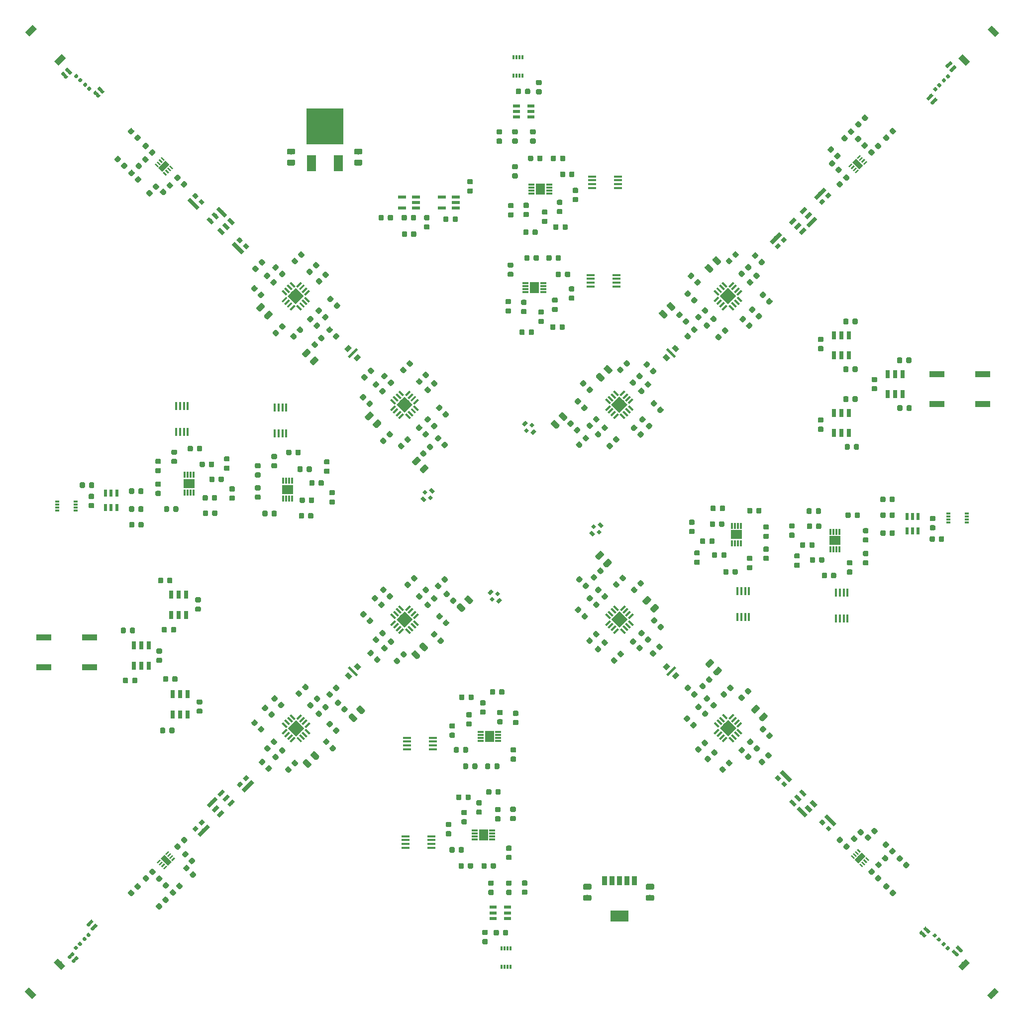
<source format=gtp>
G04 #@! TF.GenerationSoftware,KiCad,Pcbnew,5.0.2-bee76a0~70~ubuntu18.04.1*
G04 #@! TF.CreationDate,2019-03-23T19:21:47-04:00*
G04 #@! TF.ProjectId,Array_v1,41727261-795f-4763-912e-6b696361645f,rev?*
G04 #@! TF.SameCoordinates,Original*
G04 #@! TF.FileFunction,Paste,Top*
G04 #@! TF.FilePolarity,Positive*
%FSLAX46Y46*%
G04 Gerber Fmt 4.6, Leading zero omitted, Abs format (unit mm)*
G04 Created by KiCad (PCBNEW 5.0.2-bee76a0~70~ubuntu18.04.1) date Sat 23 Mar 2019 07:21:47 PM EDT*
%MOMM*%
%LPD*%
G01*
G04 APERTURE LIST*
%ADD10C,0.100000*%
%ADD11C,0.875000*%
%ADD12R,1.371600X0.457200*%
%ADD13R,0.457200X1.371600*%
%ADD14C,0.400000*%
%ADD15C,0.800000*%
%ADD16C,0.600000*%
%ADD17C,0.550000*%
%ADD18C,0.700000*%
%ADD19C,0.900000*%
%ADD20C,0.260000*%
%ADD21C,0.650000*%
%ADD22R,1.000000X0.320000*%
%ADD23R,1.524000X1.905000*%
%ADD24R,0.320000X1.000000*%
%ADD25R,1.905000X1.524000*%
%ADD26R,0.300000X0.800000*%
%ADD27R,0.800000X0.300000*%
%ADD28C,0.355600*%
%ADD29C,1.955800*%
%ADD30R,1.270000X0.533400*%
%ADD31R,0.533400X1.270000*%
%ADD32C,0.590000*%
%ADD33C,0.975000*%
%ADD34C,1.000000*%
%ADD35R,0.920000X1.610000*%
%ADD36R,3.160000X1.970000*%
%ADD37R,2.580000X1.020000*%
%ADD38R,0.762000X1.397000*%
%ADD39R,1.320800X0.558800*%
%ADD40R,1.473200X0.558800*%
%ADD41R,1.500000X2.800000*%
%ADD42R,6.300000X6.100000*%
G04 APERTURE END LIST*
D10*
G04 #@! TO.C,U4*
G36*
X-98555407Y-30994880D02*
X-98951597Y-31391070D01*
X-99715677Y-30626990D01*
X-99319487Y-30230800D01*
X-98555407Y-30994880D01*
G37*
G36*
X-98939880Y-149475593D02*
X-99336070Y-149079403D01*
X-98571990Y-148315323D01*
X-98175800Y-148711513D01*
X-98939880Y-149475593D01*
G37*
G36*
X-217420593Y-149091120D02*
X-217024403Y-148694930D01*
X-216260323Y-149459010D01*
X-216656513Y-149855200D01*
X-217420593Y-149091120D01*
G37*
G36*
X-217036120Y-30610407D02*
X-216639930Y-31006597D01*
X-217404010Y-31770677D01*
X-217800200Y-31374487D01*
X-217036120Y-30610407D01*
G37*
G04 #@! TD*
G04 #@! TO.C,RFB1*
G36*
X-150409856Y-53543891D02*
X-150388621Y-53547041D01*
X-150367797Y-53552257D01*
X-150347585Y-53559489D01*
X-150328179Y-53568668D01*
X-150309766Y-53579704D01*
X-150292523Y-53592492D01*
X-150276617Y-53606908D01*
X-150262201Y-53622814D01*
X-150249413Y-53640057D01*
X-150238377Y-53658470D01*
X-150229198Y-53677876D01*
X-150221966Y-53698088D01*
X-150216750Y-53718912D01*
X-150213600Y-53740147D01*
X-150212547Y-53761588D01*
X-150212547Y-54199088D01*
X-150213600Y-54220529D01*
X-150216750Y-54241764D01*
X-150221966Y-54262588D01*
X-150229198Y-54282800D01*
X-150238377Y-54302206D01*
X-150249413Y-54320619D01*
X-150262201Y-54337862D01*
X-150276617Y-54353768D01*
X-150292523Y-54368184D01*
X-150309766Y-54380972D01*
X-150328179Y-54392008D01*
X-150347585Y-54401187D01*
X-150367797Y-54408419D01*
X-150388621Y-54413635D01*
X-150409856Y-54416785D01*
X-150431297Y-54417838D01*
X-150943797Y-54417838D01*
X-150965238Y-54416785D01*
X-150986473Y-54413635D01*
X-151007297Y-54408419D01*
X-151027509Y-54401187D01*
X-151046915Y-54392008D01*
X-151065328Y-54380972D01*
X-151082571Y-54368184D01*
X-151098477Y-54353768D01*
X-151112893Y-54337862D01*
X-151125681Y-54320619D01*
X-151136717Y-54302206D01*
X-151145896Y-54282800D01*
X-151153128Y-54262588D01*
X-151158344Y-54241764D01*
X-151161494Y-54220529D01*
X-151162547Y-54199088D01*
X-151162547Y-53761588D01*
X-151161494Y-53740147D01*
X-151158344Y-53718912D01*
X-151153128Y-53698088D01*
X-151145896Y-53677876D01*
X-151136717Y-53658470D01*
X-151125681Y-53640057D01*
X-151112893Y-53622814D01*
X-151098477Y-53606908D01*
X-151082571Y-53592492D01*
X-151065328Y-53579704D01*
X-151046915Y-53568668D01*
X-151027509Y-53559489D01*
X-151007297Y-53552257D01*
X-150986473Y-53547041D01*
X-150965238Y-53543891D01*
X-150943797Y-53542838D01*
X-150431297Y-53542838D01*
X-150409856Y-53543891D01*
X-150409856Y-53543891D01*
G37*
D11*
X-150687547Y-53980338D03*
D10*
G36*
X-150409856Y-55118891D02*
X-150388621Y-55122041D01*
X-150367797Y-55127257D01*
X-150347585Y-55134489D01*
X-150328179Y-55143668D01*
X-150309766Y-55154704D01*
X-150292523Y-55167492D01*
X-150276617Y-55181908D01*
X-150262201Y-55197814D01*
X-150249413Y-55215057D01*
X-150238377Y-55233470D01*
X-150229198Y-55252876D01*
X-150221966Y-55273088D01*
X-150216750Y-55293912D01*
X-150213600Y-55315147D01*
X-150212547Y-55336588D01*
X-150212547Y-55774088D01*
X-150213600Y-55795529D01*
X-150216750Y-55816764D01*
X-150221966Y-55837588D01*
X-150229198Y-55857800D01*
X-150238377Y-55877206D01*
X-150249413Y-55895619D01*
X-150262201Y-55912862D01*
X-150276617Y-55928768D01*
X-150292523Y-55943184D01*
X-150309766Y-55955972D01*
X-150328179Y-55967008D01*
X-150347585Y-55976187D01*
X-150367797Y-55983419D01*
X-150388621Y-55988635D01*
X-150409856Y-55991785D01*
X-150431297Y-55992838D01*
X-150943797Y-55992838D01*
X-150965238Y-55991785D01*
X-150986473Y-55988635D01*
X-151007297Y-55983419D01*
X-151027509Y-55976187D01*
X-151046915Y-55967008D01*
X-151065328Y-55955972D01*
X-151082571Y-55943184D01*
X-151098477Y-55928768D01*
X-151112893Y-55912862D01*
X-151125681Y-55895619D01*
X-151136717Y-55877206D01*
X-151145896Y-55857800D01*
X-151153128Y-55837588D01*
X-151158344Y-55816764D01*
X-151161494Y-55795529D01*
X-151162547Y-55774088D01*
X-151162547Y-55336588D01*
X-151161494Y-55315147D01*
X-151158344Y-55293912D01*
X-151153128Y-55273088D01*
X-151145896Y-55252876D01*
X-151136717Y-55233470D01*
X-151125681Y-55215057D01*
X-151112893Y-55197814D01*
X-151098477Y-55181908D01*
X-151082571Y-55167492D01*
X-151065328Y-55154704D01*
X-151046915Y-55143668D01*
X-151027509Y-55134489D01*
X-151007297Y-55127257D01*
X-150986473Y-55122041D01*
X-150965238Y-55118891D01*
X-150943797Y-55117838D01*
X-150431297Y-55117838D01*
X-150409856Y-55118891D01*
X-150409856Y-55118891D01*
G37*
D11*
X-150687547Y-55555338D03*
G04 #@! TD*
D10*
G04 #@! TO.C,RFB1*
G36*
X-121685147Y-96869506D02*
X-121663912Y-96872656D01*
X-121643088Y-96877872D01*
X-121622876Y-96885104D01*
X-121603470Y-96894283D01*
X-121585057Y-96905319D01*
X-121567814Y-96918107D01*
X-121551908Y-96932523D01*
X-121537492Y-96948429D01*
X-121524704Y-96965672D01*
X-121513668Y-96984085D01*
X-121504489Y-97003491D01*
X-121497257Y-97023703D01*
X-121492041Y-97044527D01*
X-121488891Y-97065762D01*
X-121487838Y-97087203D01*
X-121487838Y-97599703D01*
X-121488891Y-97621144D01*
X-121492041Y-97642379D01*
X-121497257Y-97663203D01*
X-121504489Y-97683415D01*
X-121513668Y-97702821D01*
X-121524704Y-97721234D01*
X-121537492Y-97738477D01*
X-121551908Y-97754383D01*
X-121567814Y-97768799D01*
X-121585057Y-97781587D01*
X-121603470Y-97792623D01*
X-121622876Y-97801802D01*
X-121643088Y-97809034D01*
X-121663912Y-97814250D01*
X-121685147Y-97817400D01*
X-121706588Y-97818453D01*
X-122144088Y-97818453D01*
X-122165529Y-97817400D01*
X-122186764Y-97814250D01*
X-122207588Y-97809034D01*
X-122227800Y-97801802D01*
X-122247206Y-97792623D01*
X-122265619Y-97781587D01*
X-122282862Y-97768799D01*
X-122298768Y-97754383D01*
X-122313184Y-97738477D01*
X-122325972Y-97721234D01*
X-122337008Y-97702821D01*
X-122346187Y-97683415D01*
X-122353419Y-97663203D01*
X-122358635Y-97642379D01*
X-122361785Y-97621144D01*
X-122362838Y-97599703D01*
X-122362838Y-97087203D01*
X-122361785Y-97065762D01*
X-122358635Y-97044527D01*
X-122353419Y-97023703D01*
X-122346187Y-97003491D01*
X-122337008Y-96984085D01*
X-122325972Y-96965672D01*
X-122313184Y-96948429D01*
X-122298768Y-96932523D01*
X-122282862Y-96918107D01*
X-122265619Y-96905319D01*
X-122247206Y-96894283D01*
X-122227800Y-96885104D01*
X-122207588Y-96877872D01*
X-122186764Y-96872656D01*
X-122165529Y-96869506D01*
X-122144088Y-96868453D01*
X-121706588Y-96868453D01*
X-121685147Y-96869506D01*
X-121685147Y-96869506D01*
G37*
D11*
X-121925338Y-97343453D03*
D10*
G36*
X-123260147Y-96869506D02*
X-123238912Y-96872656D01*
X-123218088Y-96877872D01*
X-123197876Y-96885104D01*
X-123178470Y-96894283D01*
X-123160057Y-96905319D01*
X-123142814Y-96918107D01*
X-123126908Y-96932523D01*
X-123112492Y-96948429D01*
X-123099704Y-96965672D01*
X-123088668Y-96984085D01*
X-123079489Y-97003491D01*
X-123072257Y-97023703D01*
X-123067041Y-97044527D01*
X-123063891Y-97065762D01*
X-123062838Y-97087203D01*
X-123062838Y-97599703D01*
X-123063891Y-97621144D01*
X-123067041Y-97642379D01*
X-123072257Y-97663203D01*
X-123079489Y-97683415D01*
X-123088668Y-97702821D01*
X-123099704Y-97721234D01*
X-123112492Y-97738477D01*
X-123126908Y-97754383D01*
X-123142814Y-97768799D01*
X-123160057Y-97781587D01*
X-123178470Y-97792623D01*
X-123197876Y-97801802D01*
X-123218088Y-97809034D01*
X-123238912Y-97814250D01*
X-123260147Y-97817400D01*
X-123281588Y-97818453D01*
X-123719088Y-97818453D01*
X-123740529Y-97817400D01*
X-123761764Y-97814250D01*
X-123782588Y-97809034D01*
X-123802800Y-97801802D01*
X-123822206Y-97792623D01*
X-123840619Y-97781587D01*
X-123857862Y-97768799D01*
X-123873768Y-97754383D01*
X-123888184Y-97738477D01*
X-123900972Y-97721234D01*
X-123912008Y-97702821D01*
X-123921187Y-97683415D01*
X-123928419Y-97663203D01*
X-123933635Y-97642379D01*
X-123936785Y-97621144D01*
X-123937838Y-97599703D01*
X-123937838Y-97087203D01*
X-123936785Y-97065762D01*
X-123933635Y-97044527D01*
X-123928419Y-97023703D01*
X-123921187Y-97003491D01*
X-123912008Y-96984085D01*
X-123900972Y-96965672D01*
X-123888184Y-96948429D01*
X-123873768Y-96932523D01*
X-123857862Y-96918107D01*
X-123840619Y-96905319D01*
X-123822206Y-96894283D01*
X-123802800Y-96885104D01*
X-123782588Y-96877872D01*
X-123761764Y-96872656D01*
X-123740529Y-96869506D01*
X-123719088Y-96868453D01*
X-123281588Y-96868453D01*
X-123260147Y-96869506D01*
X-123260147Y-96869506D01*
G37*
D11*
X-123500338Y-97343453D03*
G04 #@! TD*
D10*
G04 #@! TO.C,RFB1*
G36*
X-165010762Y-125669215D02*
X-164989527Y-125672365D01*
X-164968703Y-125677581D01*
X-164948491Y-125684813D01*
X-164929085Y-125693992D01*
X-164910672Y-125705028D01*
X-164893429Y-125717816D01*
X-164877523Y-125732232D01*
X-164863107Y-125748138D01*
X-164850319Y-125765381D01*
X-164839283Y-125783794D01*
X-164830104Y-125803200D01*
X-164822872Y-125823412D01*
X-164817656Y-125844236D01*
X-164814506Y-125865471D01*
X-164813453Y-125886912D01*
X-164813453Y-126324412D01*
X-164814506Y-126345853D01*
X-164817656Y-126367088D01*
X-164822872Y-126387912D01*
X-164830104Y-126408124D01*
X-164839283Y-126427530D01*
X-164850319Y-126445943D01*
X-164863107Y-126463186D01*
X-164877523Y-126479092D01*
X-164893429Y-126493508D01*
X-164910672Y-126506296D01*
X-164929085Y-126517332D01*
X-164948491Y-126526511D01*
X-164968703Y-126533743D01*
X-164989527Y-126538959D01*
X-165010762Y-126542109D01*
X-165032203Y-126543162D01*
X-165544703Y-126543162D01*
X-165566144Y-126542109D01*
X-165587379Y-126538959D01*
X-165608203Y-126533743D01*
X-165628415Y-126526511D01*
X-165647821Y-126517332D01*
X-165666234Y-126506296D01*
X-165683477Y-126493508D01*
X-165699383Y-126479092D01*
X-165713799Y-126463186D01*
X-165726587Y-126445943D01*
X-165737623Y-126427530D01*
X-165746802Y-126408124D01*
X-165754034Y-126387912D01*
X-165759250Y-126367088D01*
X-165762400Y-126345853D01*
X-165763453Y-126324412D01*
X-165763453Y-125886912D01*
X-165762400Y-125865471D01*
X-165759250Y-125844236D01*
X-165754034Y-125823412D01*
X-165746802Y-125803200D01*
X-165737623Y-125783794D01*
X-165726587Y-125765381D01*
X-165713799Y-125748138D01*
X-165699383Y-125732232D01*
X-165683477Y-125717816D01*
X-165666234Y-125705028D01*
X-165647821Y-125693992D01*
X-165628415Y-125684813D01*
X-165608203Y-125677581D01*
X-165587379Y-125672365D01*
X-165566144Y-125669215D01*
X-165544703Y-125668162D01*
X-165032203Y-125668162D01*
X-165010762Y-125669215D01*
X-165010762Y-125669215D01*
G37*
D11*
X-165288453Y-126105662D03*
D10*
G36*
X-165010762Y-124094215D02*
X-164989527Y-124097365D01*
X-164968703Y-124102581D01*
X-164948491Y-124109813D01*
X-164929085Y-124118992D01*
X-164910672Y-124130028D01*
X-164893429Y-124142816D01*
X-164877523Y-124157232D01*
X-164863107Y-124173138D01*
X-164850319Y-124190381D01*
X-164839283Y-124208794D01*
X-164830104Y-124228200D01*
X-164822872Y-124248412D01*
X-164817656Y-124269236D01*
X-164814506Y-124290471D01*
X-164813453Y-124311912D01*
X-164813453Y-124749412D01*
X-164814506Y-124770853D01*
X-164817656Y-124792088D01*
X-164822872Y-124812912D01*
X-164830104Y-124833124D01*
X-164839283Y-124852530D01*
X-164850319Y-124870943D01*
X-164863107Y-124888186D01*
X-164877523Y-124904092D01*
X-164893429Y-124918508D01*
X-164910672Y-124931296D01*
X-164929085Y-124942332D01*
X-164948491Y-124951511D01*
X-164968703Y-124958743D01*
X-164989527Y-124963959D01*
X-165010762Y-124967109D01*
X-165032203Y-124968162D01*
X-165544703Y-124968162D01*
X-165566144Y-124967109D01*
X-165587379Y-124963959D01*
X-165608203Y-124958743D01*
X-165628415Y-124951511D01*
X-165647821Y-124942332D01*
X-165666234Y-124931296D01*
X-165683477Y-124918508D01*
X-165699383Y-124904092D01*
X-165713799Y-124888186D01*
X-165726587Y-124870943D01*
X-165737623Y-124852530D01*
X-165746802Y-124833124D01*
X-165754034Y-124812912D01*
X-165759250Y-124792088D01*
X-165762400Y-124770853D01*
X-165763453Y-124749412D01*
X-165763453Y-124311912D01*
X-165762400Y-124290471D01*
X-165759250Y-124269236D01*
X-165754034Y-124248412D01*
X-165746802Y-124228200D01*
X-165737623Y-124208794D01*
X-165726587Y-124190381D01*
X-165713799Y-124173138D01*
X-165699383Y-124157232D01*
X-165683477Y-124142816D01*
X-165666234Y-124130028D01*
X-165647821Y-124118992D01*
X-165628415Y-124109813D01*
X-165608203Y-124102581D01*
X-165587379Y-124097365D01*
X-165566144Y-124094215D01*
X-165544703Y-124093162D01*
X-165032203Y-124093162D01*
X-165010762Y-124094215D01*
X-165010762Y-124094215D01*
G37*
D11*
X-165288453Y-124530662D03*
G04 #@! TD*
D12*
G04 #@! TO.C,U23*
X-139903200Y-32943800D03*
X-139903200Y-33578800D03*
X-139903200Y-34239200D03*
X-139903200Y-34874200D03*
X-144322800Y-34874200D03*
X-144322800Y-34239200D03*
X-144322800Y-33578800D03*
X-144322800Y-32943800D03*
G04 #@! TD*
D13*
G04 #@! TO.C,U23*
X-100888800Y-108127800D03*
X-101523800Y-108127800D03*
X-102184200Y-108127800D03*
X-102819200Y-108127800D03*
X-102819200Y-103708200D03*
X-102184200Y-103708200D03*
X-101523800Y-103708200D03*
X-100888800Y-103708200D03*
G04 #@! TD*
D12*
G04 #@! TO.C,U23*
X-176072800Y-147142200D03*
X-176072800Y-146507200D03*
X-176072800Y-145846800D03*
X-176072800Y-145211800D03*
X-171653200Y-145211800D03*
X-171653200Y-145846800D03*
X-171653200Y-146507200D03*
X-171653200Y-147142200D03*
G04 #@! TD*
G04 #@! TO.C,U11*
X-144576800Y-49707800D03*
X-144576800Y-50342800D03*
X-144576800Y-51003200D03*
X-144576800Y-51638200D03*
X-140157200Y-51638200D03*
X-140157200Y-51003200D03*
X-140157200Y-50342800D03*
X-140157200Y-49707800D03*
G04 #@! TD*
D13*
G04 #@! TO.C,U11*
X-117652800Y-103454200D03*
X-118287800Y-103454200D03*
X-118948200Y-103454200D03*
X-119583200Y-103454200D03*
X-119583200Y-107873800D03*
X-118948200Y-107873800D03*
X-118287800Y-107873800D03*
X-117652800Y-107873800D03*
G04 #@! TD*
D12*
G04 #@! TO.C,U11*
X-171399200Y-130378200D03*
X-171399200Y-129743200D03*
X-171399200Y-129082800D03*
X-171399200Y-128447800D03*
X-175818800Y-128447800D03*
X-175818800Y-129082800D03*
X-175818800Y-129743200D03*
X-175818800Y-130378200D03*
G04 #@! TD*
D14*
G04 #@! TO.C,U10*
X-130925552Y-62960560D03*
D10*
G36*
X-131491237Y-62112032D02*
X-130077024Y-63526245D01*
X-130359867Y-63809088D01*
X-131774080Y-62394875D01*
X-131491237Y-62112032D01*
X-131491237Y-62112032D01*
G37*
D15*
X-131703369Y-63738377D03*
D10*
G36*
X-131774080Y-63101981D02*
X-131066973Y-63809088D01*
X-131632658Y-64374773D01*
X-132339765Y-63667666D01*
X-131774080Y-63101981D01*
X-131774080Y-63101981D01*
G37*
D15*
X-130147735Y-62182743D03*
D10*
G36*
X-130218446Y-61546347D02*
X-129511339Y-62253454D01*
X-130077024Y-62819139D01*
X-130784131Y-62112032D01*
X-130218446Y-61546347D01*
X-130218446Y-61546347D01*
G37*
G04 #@! TD*
D14*
G04 #@! TO.C,U10*
X-130905560Y-117105448D03*
D10*
G36*
X-130057032Y-116539763D02*
X-131471245Y-117953976D01*
X-131754088Y-117671133D01*
X-130339875Y-116256920D01*
X-130057032Y-116539763D01*
X-130057032Y-116539763D01*
G37*
D15*
X-131683377Y-116327631D03*
D10*
G36*
X-131046981Y-116256920D02*
X-131754088Y-116964027D01*
X-132319773Y-116398342D01*
X-131612666Y-115691235D01*
X-131046981Y-116256920D01*
X-131046981Y-116256920D01*
G37*
D15*
X-130127743Y-117883265D03*
D10*
G36*
X-129491347Y-117812554D02*
X-130198454Y-118519661D01*
X-130764139Y-117953976D01*
X-130057032Y-117246869D01*
X-129491347Y-117812554D01*
X-129491347Y-117812554D01*
G37*
G04 #@! TD*
D14*
G04 #@! TO.C,U10*
X-185050448Y-117125440D03*
D10*
G36*
X-184484763Y-117973968D02*
X-185898976Y-116559755D01*
X-185616133Y-116276912D01*
X-184201920Y-117691125D01*
X-184484763Y-117973968D01*
X-184484763Y-117973968D01*
G37*
D15*
X-184272631Y-116347623D03*
D10*
G36*
X-184201920Y-116984019D02*
X-184909027Y-116276912D01*
X-184343342Y-115711227D01*
X-183636235Y-116418334D01*
X-184201920Y-116984019D01*
X-184201920Y-116984019D01*
G37*
D15*
X-185828265Y-117903257D03*
D10*
G36*
X-185757554Y-118539653D02*
X-186464661Y-117832546D01*
X-185898976Y-117266861D01*
X-185191869Y-117973968D01*
X-185757554Y-118539653D01*
X-185757554Y-118539653D01*
G37*
G04 #@! TD*
D16*
G04 #@! TO.C,U9*
X-154359893Y-76399107D03*
D10*
G36*
X-153864918Y-76328396D02*
X-154430604Y-76894082D01*
X-154854868Y-76469818D01*
X-154289182Y-75904132D01*
X-153864918Y-76328396D01*
X-153864918Y-76328396D01*
G37*
D16*
X-155774107Y-74984893D03*
D10*
G36*
X-155279132Y-74914182D02*
X-155844818Y-75479868D01*
X-156269082Y-75055604D01*
X-155703396Y-74489918D01*
X-155279132Y-74914182D01*
X-155279132Y-74914182D01*
G37*
D17*
X-155544297Y-76169297D03*
D10*
G36*
X-155137711Y-76186975D02*
X-155526619Y-76575883D01*
X-155950883Y-76151619D01*
X-155561975Y-75762711D01*
X-155137711Y-76186975D01*
X-155137711Y-76186975D01*
G37*
D17*
X-154589703Y-75214703D03*
D10*
G36*
X-154183117Y-75232381D02*
X-154572025Y-75621289D01*
X-154996289Y-75197025D01*
X-154607381Y-74808117D01*
X-154183117Y-75232381D01*
X-154183117Y-75232381D01*
G37*
G04 #@! TD*
D16*
G04 #@! TO.C,U9*
X-144344107Y-93671107D03*
D10*
G36*
X-144273396Y-94166082D02*
X-144839082Y-93600396D01*
X-144414818Y-93176132D01*
X-143849132Y-93741818D01*
X-144273396Y-94166082D01*
X-144273396Y-94166082D01*
G37*
D16*
X-142929893Y-92256893D03*
D10*
G36*
X-142859182Y-92751868D02*
X-143424868Y-92186182D01*
X-143000604Y-91761918D01*
X-142434918Y-92327604D01*
X-142859182Y-92751868D01*
X-142859182Y-92751868D01*
G37*
D17*
X-144114297Y-92486703D03*
D10*
G36*
X-144131975Y-92893289D02*
X-144520883Y-92504381D01*
X-144096619Y-92080117D01*
X-143707711Y-92469025D01*
X-144131975Y-92893289D01*
X-144131975Y-92893289D01*
G37*
D17*
X-143159703Y-93441297D03*
D10*
G36*
X-143177381Y-93847883D02*
X-143566289Y-93458975D01*
X-143142025Y-93034711D01*
X-142753117Y-93423619D01*
X-143177381Y-93847883D01*
X-143177381Y-93847883D01*
G37*
G04 #@! TD*
D16*
G04 #@! TO.C,U9*
X-161616107Y-103686893D03*
D10*
G36*
X-162111082Y-103757604D02*
X-161545396Y-103191918D01*
X-161121132Y-103616182D01*
X-161686818Y-104181868D01*
X-162111082Y-103757604D01*
X-162111082Y-103757604D01*
G37*
D16*
X-160201893Y-105101107D03*
D10*
G36*
X-160696868Y-105171818D02*
X-160131182Y-104606132D01*
X-159706918Y-105030396D01*
X-160272604Y-105596082D01*
X-160696868Y-105171818D01*
X-160696868Y-105171818D01*
G37*
D17*
X-160431703Y-103916703D03*
D10*
G36*
X-160838289Y-103899025D02*
X-160449381Y-103510117D01*
X-160025117Y-103934381D01*
X-160414025Y-104323289D01*
X-160838289Y-103899025D01*
X-160838289Y-103899025D01*
G37*
D17*
X-161386297Y-104871297D03*
D10*
G36*
X-161792883Y-104853619D02*
X-161403975Y-104464711D01*
X-160979711Y-104888975D01*
X-161368619Y-105277883D01*
X-161792883Y-104853619D01*
X-161792883Y-104853619D01*
G37*
G04 #@! TD*
D18*
G04 #@! TO.C,U6*
X-111694521Y-43718727D03*
D10*
G36*
X-111659166Y-43188397D02*
X-111164191Y-43683372D01*
X-111729876Y-44249057D01*
X-112224851Y-43754082D01*
X-111659166Y-43188397D01*
X-111659166Y-43188397D01*
G37*
D18*
X-112755181Y-44779387D03*
D10*
G36*
X-112719826Y-44249057D02*
X-112224851Y-44744032D01*
X-112790536Y-45309717D01*
X-113285511Y-44814742D01*
X-112719826Y-44249057D01*
X-112719826Y-44249057D01*
G37*
D18*
X-113073379Y-43400529D03*
D10*
G36*
X-112507694Y-42339869D02*
X-112012719Y-42834844D01*
X-113639064Y-44461189D01*
X-114134039Y-43966214D01*
X-112507694Y-42339869D01*
X-112507694Y-42339869D01*
G37*
G04 #@! TD*
D18*
G04 #@! TO.C,U6*
X-111663727Y-136336479D03*
D10*
G36*
X-111133397Y-136371834D02*
X-111628372Y-136866809D01*
X-112194057Y-136301124D01*
X-111699082Y-135806149D01*
X-111133397Y-136371834D01*
X-111133397Y-136371834D01*
G37*
D18*
X-112724387Y-135275819D03*
D10*
G36*
X-112194057Y-135311174D02*
X-112689032Y-135806149D01*
X-113254717Y-135240464D01*
X-112759742Y-134745489D01*
X-112194057Y-135311174D01*
X-112194057Y-135311174D01*
G37*
D18*
X-111345529Y-134957621D03*
D10*
G36*
X-110284869Y-135523306D02*
X-110779844Y-136018281D01*
X-112406189Y-134391936D01*
X-111911214Y-133896961D01*
X-110284869Y-135523306D01*
X-110284869Y-135523306D01*
G37*
G04 #@! TD*
D18*
G04 #@! TO.C,U6*
X-204281479Y-136367273D03*
D10*
G36*
X-204316834Y-136897603D02*
X-204811809Y-136402628D01*
X-204246124Y-135836943D01*
X-203751149Y-136331918D01*
X-204316834Y-136897603D01*
X-204316834Y-136897603D01*
G37*
D18*
X-203220819Y-135306613D03*
D10*
G36*
X-203256174Y-135836943D02*
X-203751149Y-135341968D01*
X-203185464Y-134776283D01*
X-202690489Y-135271258D01*
X-203256174Y-135836943D01*
X-203256174Y-135836943D01*
G37*
D18*
X-202902621Y-136685471D03*
D10*
G36*
X-203468306Y-137746131D02*
X-203963281Y-137251156D01*
X-202336936Y-135624811D01*
X-201841961Y-136119786D01*
X-203468306Y-137746131D01*
X-203468306Y-137746131D01*
G37*
G04 #@! TD*
D18*
G04 #@! TO.C,U5*
X-105529964Y-35857114D03*
D10*
G36*
X-104964279Y-34796454D02*
X-104469304Y-35291429D01*
X-106095649Y-36917774D01*
X-106590624Y-36422799D01*
X-104964279Y-34796454D01*
X-104964279Y-34796454D01*
G37*
D18*
X-105211766Y-37235972D03*
D10*
G36*
X-105176411Y-36705642D02*
X-104681436Y-37200617D01*
X-105247121Y-37766302D01*
X-105742096Y-37271327D01*
X-105176411Y-36705642D01*
X-105176411Y-36705642D01*
G37*
D18*
X-104151106Y-36175312D03*
D10*
G36*
X-104115751Y-35644982D02*
X-103620776Y-36139957D01*
X-104186461Y-36705642D01*
X-104681436Y-36210667D01*
X-104115751Y-35644982D01*
X-104115751Y-35644982D01*
G37*
G04 #@! TD*
D18*
G04 #@! TO.C,U5*
X-103802114Y-142501036D03*
D10*
G36*
X-102741454Y-143066721D02*
X-103236429Y-143561696D01*
X-104862774Y-141935351D01*
X-104367799Y-141440376D01*
X-102741454Y-143066721D01*
X-102741454Y-143066721D01*
G37*
D18*
X-105180972Y-142819234D03*
D10*
G36*
X-104650642Y-142854589D02*
X-105145617Y-143349564D01*
X-105711302Y-142783879D01*
X-105216327Y-142288904D01*
X-104650642Y-142854589D01*
X-104650642Y-142854589D01*
G37*
D18*
X-104120312Y-143879894D03*
D10*
G36*
X-103589982Y-143915249D02*
X-104084957Y-144410224D01*
X-104650642Y-143844539D01*
X-104155667Y-143349564D01*
X-103589982Y-143915249D01*
X-103589982Y-143915249D01*
G37*
G04 #@! TD*
D18*
G04 #@! TO.C,U5*
X-210446036Y-144228886D03*
D10*
G36*
X-211011721Y-145289546D02*
X-211506696Y-144794571D01*
X-209880351Y-143168226D01*
X-209385376Y-143663201D01*
X-211011721Y-145289546D01*
X-211011721Y-145289546D01*
G37*
D18*
X-210764234Y-142850028D03*
D10*
G36*
X-210799589Y-143380358D02*
X-211294564Y-142885383D01*
X-210728879Y-142319698D01*
X-210233904Y-142814673D01*
X-210799589Y-143380358D01*
X-210799589Y-143380358D01*
G37*
D18*
X-211824894Y-143910688D03*
D10*
G36*
X-211860249Y-144441018D02*
X-212355224Y-143946043D01*
X-211789539Y-143380358D01*
X-211294564Y-143875333D01*
X-211860249Y-144441018D01*
X-211860249Y-144441018D01*
G37*
G04 #@! TD*
D19*
G04 #@! TO.C,U4*
X-99135445Y-30811242D03*
D10*
G36*
X-99418288Y-29892003D02*
X-98216206Y-31094085D01*
X-98852602Y-31730481D01*
X-100054684Y-30528399D01*
X-99418288Y-29892003D01*
X-99418288Y-29892003D01*
G37*
D20*
X-99315757Y-32052214D03*
D10*
G36*
X-99474856Y-32395161D02*
X-99658704Y-32211313D01*
X-99156658Y-31709267D01*
X-98972810Y-31893115D01*
X-99474856Y-32395161D01*
X-99474856Y-32395161D01*
G37*
D20*
X-99669311Y-31698661D03*
D10*
G36*
X-99828410Y-32041608D02*
X-100012258Y-31857760D01*
X-99510212Y-31355714D01*
X-99326364Y-31539562D01*
X-99828410Y-32041608D01*
X-99828410Y-32041608D01*
G37*
D20*
X-100022864Y-31345108D03*
D10*
G36*
X-100181963Y-31688055D02*
X-100365811Y-31504207D01*
X-99863765Y-31002161D01*
X-99679917Y-31186009D01*
X-100181963Y-31688055D01*
X-100181963Y-31688055D01*
G37*
D20*
X-100376417Y-30991554D03*
D10*
G36*
X-100535516Y-31334501D02*
X-100719364Y-31150653D01*
X-100217318Y-30648607D01*
X-100033470Y-30832455D01*
X-100535516Y-31334501D01*
X-100535516Y-31334501D01*
G37*
D20*
X-98955133Y-29570270D03*
D10*
G36*
X-98796034Y-29227323D02*
X-98612186Y-29411171D01*
X-99114232Y-29913217D01*
X-99298080Y-29729369D01*
X-98796034Y-29227323D01*
X-98796034Y-29227323D01*
G37*
D20*
X-98601579Y-29923823D03*
D10*
G36*
X-98442480Y-29580876D02*
X-98258632Y-29764724D01*
X-98760678Y-30266770D01*
X-98944526Y-30082922D01*
X-98442480Y-29580876D01*
X-98442480Y-29580876D01*
G37*
D20*
X-98248026Y-30277376D03*
D10*
G36*
X-98088927Y-29934429D02*
X-97905079Y-30118277D01*
X-98407125Y-30620323D01*
X-98590973Y-30436475D01*
X-98088927Y-29934429D01*
X-98088927Y-29934429D01*
G37*
D20*
X-97894473Y-30630930D03*
D10*
G36*
X-97735374Y-30287983D02*
X-97551526Y-30471831D01*
X-98053572Y-30973877D01*
X-98237420Y-30790029D01*
X-97735374Y-30287983D01*
X-97735374Y-30287983D01*
G37*
G04 #@! TD*
D19*
G04 #@! TO.C,U4*
X-98756242Y-148895555D03*
D10*
G36*
X-97837003Y-148612712D02*
X-99039085Y-149814794D01*
X-99675481Y-149178398D01*
X-98473399Y-147976316D01*
X-97837003Y-148612712D01*
X-97837003Y-148612712D01*
G37*
D20*
X-99997214Y-148715243D03*
D10*
G36*
X-100340161Y-148556144D02*
X-100156313Y-148372296D01*
X-99654267Y-148874342D01*
X-99838115Y-149058190D01*
X-100340161Y-148556144D01*
X-100340161Y-148556144D01*
G37*
D20*
X-99643661Y-148361689D03*
D10*
G36*
X-99986608Y-148202590D02*
X-99802760Y-148018742D01*
X-99300714Y-148520788D01*
X-99484562Y-148704636D01*
X-99986608Y-148202590D01*
X-99986608Y-148202590D01*
G37*
D20*
X-99290108Y-148008136D03*
D10*
G36*
X-99633055Y-147849037D02*
X-99449207Y-147665189D01*
X-98947161Y-148167235D01*
X-99131009Y-148351083D01*
X-99633055Y-147849037D01*
X-99633055Y-147849037D01*
G37*
D20*
X-98936554Y-147654583D03*
D10*
G36*
X-99279501Y-147495484D02*
X-99095653Y-147311636D01*
X-98593607Y-147813682D01*
X-98777455Y-147997530D01*
X-99279501Y-147495484D01*
X-99279501Y-147495484D01*
G37*
D20*
X-97515270Y-149075867D03*
D10*
G36*
X-97172323Y-149234966D02*
X-97356171Y-149418814D01*
X-97858217Y-148916768D01*
X-97674369Y-148732920D01*
X-97172323Y-149234966D01*
X-97172323Y-149234966D01*
G37*
D20*
X-97868823Y-149429421D03*
D10*
G36*
X-97525876Y-149588520D02*
X-97709724Y-149772368D01*
X-98211770Y-149270322D01*
X-98027922Y-149086474D01*
X-97525876Y-149588520D01*
X-97525876Y-149588520D01*
G37*
D20*
X-98222376Y-149782974D03*
D10*
G36*
X-97879429Y-149942073D02*
X-98063277Y-150125921D01*
X-98565323Y-149623875D01*
X-98381475Y-149440027D01*
X-97879429Y-149942073D01*
X-97879429Y-149942073D01*
G37*
D20*
X-98575930Y-150136527D03*
D10*
G36*
X-98232983Y-150295626D02*
X-98416831Y-150479474D01*
X-98918877Y-149977428D01*
X-98735029Y-149793580D01*
X-98232983Y-150295626D01*
X-98232983Y-150295626D01*
G37*
G04 #@! TD*
D19*
G04 #@! TO.C,U4*
X-216840555Y-149274758D03*
D10*
G36*
X-216557712Y-150193997D02*
X-217759794Y-148991915D01*
X-217123398Y-148355519D01*
X-215921316Y-149557601D01*
X-216557712Y-150193997D01*
X-216557712Y-150193997D01*
G37*
D20*
X-216660243Y-148033786D03*
D10*
G36*
X-216501144Y-147690839D02*
X-216317296Y-147874687D01*
X-216819342Y-148376733D01*
X-217003190Y-148192885D01*
X-216501144Y-147690839D01*
X-216501144Y-147690839D01*
G37*
D20*
X-216306689Y-148387339D03*
D10*
G36*
X-216147590Y-148044392D02*
X-215963742Y-148228240D01*
X-216465788Y-148730286D01*
X-216649636Y-148546438D01*
X-216147590Y-148044392D01*
X-216147590Y-148044392D01*
G37*
D20*
X-215953136Y-148740892D03*
D10*
G36*
X-215794037Y-148397945D02*
X-215610189Y-148581793D01*
X-216112235Y-149083839D01*
X-216296083Y-148899991D01*
X-215794037Y-148397945D01*
X-215794037Y-148397945D01*
G37*
D20*
X-215599583Y-149094446D03*
D10*
G36*
X-215440484Y-148751499D02*
X-215256636Y-148935347D01*
X-215758682Y-149437393D01*
X-215942530Y-149253545D01*
X-215440484Y-148751499D01*
X-215440484Y-148751499D01*
G37*
D20*
X-217020867Y-150515730D03*
D10*
G36*
X-217179966Y-150858677D02*
X-217363814Y-150674829D01*
X-216861768Y-150172783D01*
X-216677920Y-150356631D01*
X-217179966Y-150858677D01*
X-217179966Y-150858677D01*
G37*
D20*
X-217374421Y-150162177D03*
D10*
G36*
X-217533520Y-150505124D02*
X-217717368Y-150321276D01*
X-217215322Y-149819230D01*
X-217031474Y-150003078D01*
X-217533520Y-150505124D01*
X-217533520Y-150505124D01*
G37*
D20*
X-217727974Y-149808624D03*
D10*
G36*
X-217887073Y-150151571D02*
X-218070921Y-149967723D01*
X-217568875Y-149465677D01*
X-217385027Y-149649525D01*
X-217887073Y-150151571D01*
X-217887073Y-150151571D01*
G37*
D20*
X-218081527Y-149455070D03*
D10*
G36*
X-218240626Y-149798017D02*
X-218424474Y-149614169D01*
X-217922428Y-149112123D01*
X-217738580Y-149295971D01*
X-218240626Y-149798017D01*
X-218240626Y-149798017D01*
G37*
G04 #@! TD*
D21*
G04 #@! TO.C,U3*
X-106950091Y-40682155D03*
D10*
G36*
X-106486936Y-39759381D02*
X-106027317Y-40219000D01*
X-107413246Y-41604929D01*
X-107872865Y-41145310D01*
X-106486936Y-39759381D01*
X-106486936Y-39759381D01*
G37*
D21*
X-107536989Y-39571997D03*
D10*
G36*
X-107342535Y-38917923D02*
X-106882915Y-39377543D01*
X-107731443Y-40226071D01*
X-108191063Y-39766451D01*
X-107342535Y-38917923D01*
X-107342535Y-38917923D01*
G37*
D21*
X-108385517Y-38723469D03*
D10*
G36*
X-108191063Y-38069395D02*
X-107731443Y-38529015D01*
X-108579971Y-39377543D01*
X-109039591Y-38917923D01*
X-108191063Y-38069395D01*
X-108191063Y-38069395D01*
G37*
D21*
X-110223995Y-40561947D03*
D10*
G36*
X-110418449Y-41216021D02*
X-110878069Y-40756401D01*
X-110029541Y-39907873D01*
X-109569921Y-40367493D01*
X-110418449Y-41216021D01*
X-110418449Y-41216021D01*
G37*
D21*
X-109375467Y-41410475D03*
D10*
G36*
X-109569921Y-42064549D02*
X-110029541Y-41604929D01*
X-109181013Y-40756401D01*
X-108721393Y-41216021D01*
X-109569921Y-42064549D01*
X-109569921Y-42064549D01*
G37*
D21*
X-108526939Y-42259003D03*
D10*
G36*
X-108721393Y-42913077D02*
X-109181013Y-42453457D01*
X-108332485Y-41604929D01*
X-107872865Y-42064549D01*
X-108721393Y-42913077D01*
X-108721393Y-42913077D01*
G37*
G04 #@! TD*
D21*
G04 #@! TO.C,U3*
X-108627155Y-141080909D03*
D10*
G36*
X-107704381Y-141544064D02*
X-108164000Y-142003683D01*
X-109549929Y-140617754D01*
X-109090310Y-140158135D01*
X-107704381Y-141544064D01*
X-107704381Y-141544064D01*
G37*
D21*
X-107516997Y-140494011D03*
D10*
G36*
X-106862923Y-140688465D02*
X-107322543Y-141148085D01*
X-108171071Y-140299557D01*
X-107711451Y-139839937D01*
X-106862923Y-140688465D01*
X-106862923Y-140688465D01*
G37*
D21*
X-106668469Y-139645483D03*
D10*
G36*
X-106014395Y-139839937D02*
X-106474015Y-140299557D01*
X-107322543Y-139451029D01*
X-106862923Y-138991409D01*
X-106014395Y-139839937D01*
X-106014395Y-139839937D01*
G37*
D21*
X-108506947Y-137807005D03*
D10*
G36*
X-109161021Y-137612551D02*
X-108701401Y-137152931D01*
X-107852873Y-138001459D01*
X-108312493Y-138461079D01*
X-109161021Y-137612551D01*
X-109161021Y-137612551D01*
G37*
D21*
X-109355475Y-138655533D03*
D10*
G36*
X-110009549Y-138461079D02*
X-109549929Y-138001459D01*
X-108701401Y-138849987D01*
X-109161021Y-139309607D01*
X-110009549Y-138461079D01*
X-110009549Y-138461079D01*
G37*
D21*
X-110204003Y-139504061D03*
D10*
G36*
X-110858077Y-139309607D02*
X-110398457Y-138849987D01*
X-109549929Y-139698515D01*
X-110009549Y-140158135D01*
X-110858077Y-139309607D01*
X-110858077Y-139309607D01*
G37*
G04 #@! TD*
D21*
G04 #@! TO.C,U3*
X-209025909Y-139403845D03*
D10*
G36*
X-209489064Y-140326619D02*
X-209948683Y-139867000D01*
X-208562754Y-138481071D01*
X-208103135Y-138940690D01*
X-209489064Y-140326619D01*
X-209489064Y-140326619D01*
G37*
D21*
X-208439011Y-140514003D03*
D10*
G36*
X-208633465Y-141168077D02*
X-209093085Y-140708457D01*
X-208244557Y-139859929D01*
X-207784937Y-140319549D01*
X-208633465Y-141168077D01*
X-208633465Y-141168077D01*
G37*
D21*
X-207590483Y-141362531D03*
D10*
G36*
X-207784937Y-142016605D02*
X-208244557Y-141556985D01*
X-207396029Y-140708457D01*
X-206936409Y-141168077D01*
X-207784937Y-142016605D01*
X-207784937Y-142016605D01*
G37*
D21*
X-205752005Y-139524053D03*
D10*
G36*
X-205557551Y-138869979D02*
X-205097931Y-139329599D01*
X-205946459Y-140178127D01*
X-206406079Y-139718507D01*
X-205557551Y-138869979D01*
X-205557551Y-138869979D01*
G37*
D21*
X-206600533Y-138675525D03*
D10*
G36*
X-206406079Y-138021451D02*
X-205946459Y-138481071D01*
X-206794987Y-139329599D01*
X-207254607Y-138869979D01*
X-206406079Y-138021451D01*
X-206406079Y-138021451D01*
G37*
D21*
X-207449061Y-137826997D03*
D10*
G36*
X-207254607Y-137172923D02*
X-206794987Y-137632543D01*
X-207643515Y-138481071D01*
X-208103135Y-138021451D01*
X-207254607Y-137172923D01*
X-207254607Y-137172923D01*
G37*
G04 #@! TD*
G04 #@! TO.C,R13*
G36*
X-155297309Y-37409553D02*
X-155276074Y-37412703D01*
X-155255250Y-37417919D01*
X-155235038Y-37425151D01*
X-155215632Y-37434330D01*
X-155197219Y-37445366D01*
X-155179976Y-37458154D01*
X-155164070Y-37472570D01*
X-155149654Y-37488476D01*
X-155136866Y-37505719D01*
X-155125830Y-37524132D01*
X-155116651Y-37543538D01*
X-155109419Y-37563750D01*
X-155104203Y-37584574D01*
X-155101053Y-37605809D01*
X-155100000Y-37627250D01*
X-155100000Y-38064750D01*
X-155101053Y-38086191D01*
X-155104203Y-38107426D01*
X-155109419Y-38128250D01*
X-155116651Y-38148462D01*
X-155125830Y-38167868D01*
X-155136866Y-38186281D01*
X-155149654Y-38203524D01*
X-155164070Y-38219430D01*
X-155179976Y-38233846D01*
X-155197219Y-38246634D01*
X-155215632Y-38257670D01*
X-155235038Y-38266849D01*
X-155255250Y-38274081D01*
X-155276074Y-38279297D01*
X-155297309Y-38282447D01*
X-155318750Y-38283500D01*
X-155831250Y-38283500D01*
X-155852691Y-38282447D01*
X-155873926Y-38279297D01*
X-155894750Y-38274081D01*
X-155914962Y-38266849D01*
X-155934368Y-38257670D01*
X-155952781Y-38246634D01*
X-155970024Y-38233846D01*
X-155985930Y-38219430D01*
X-156000346Y-38203524D01*
X-156013134Y-38186281D01*
X-156024170Y-38167868D01*
X-156033349Y-38148462D01*
X-156040581Y-38128250D01*
X-156045797Y-38107426D01*
X-156048947Y-38086191D01*
X-156050000Y-38064750D01*
X-156050000Y-37627250D01*
X-156048947Y-37605809D01*
X-156045797Y-37584574D01*
X-156040581Y-37563750D01*
X-156033349Y-37543538D01*
X-156024170Y-37524132D01*
X-156013134Y-37505719D01*
X-156000346Y-37488476D01*
X-155985930Y-37472570D01*
X-155970024Y-37458154D01*
X-155952781Y-37445366D01*
X-155934368Y-37434330D01*
X-155914962Y-37425151D01*
X-155894750Y-37417919D01*
X-155873926Y-37412703D01*
X-155852691Y-37409553D01*
X-155831250Y-37408500D01*
X-155318750Y-37408500D01*
X-155297309Y-37409553D01*
X-155297309Y-37409553D01*
G37*
D11*
X-155575000Y-37846000D03*
D10*
G36*
X-155297309Y-38984553D02*
X-155276074Y-38987703D01*
X-155255250Y-38992919D01*
X-155235038Y-39000151D01*
X-155215632Y-39009330D01*
X-155197219Y-39020366D01*
X-155179976Y-39033154D01*
X-155164070Y-39047570D01*
X-155149654Y-39063476D01*
X-155136866Y-39080719D01*
X-155125830Y-39099132D01*
X-155116651Y-39118538D01*
X-155109419Y-39138750D01*
X-155104203Y-39159574D01*
X-155101053Y-39180809D01*
X-155100000Y-39202250D01*
X-155100000Y-39639750D01*
X-155101053Y-39661191D01*
X-155104203Y-39682426D01*
X-155109419Y-39703250D01*
X-155116651Y-39723462D01*
X-155125830Y-39742868D01*
X-155136866Y-39761281D01*
X-155149654Y-39778524D01*
X-155164070Y-39794430D01*
X-155179976Y-39808846D01*
X-155197219Y-39821634D01*
X-155215632Y-39832670D01*
X-155235038Y-39841849D01*
X-155255250Y-39849081D01*
X-155276074Y-39854297D01*
X-155297309Y-39857447D01*
X-155318750Y-39858500D01*
X-155831250Y-39858500D01*
X-155852691Y-39857447D01*
X-155873926Y-39854297D01*
X-155894750Y-39849081D01*
X-155914962Y-39841849D01*
X-155934368Y-39832670D01*
X-155952781Y-39821634D01*
X-155970024Y-39808846D01*
X-155985930Y-39794430D01*
X-156000346Y-39778524D01*
X-156013134Y-39761281D01*
X-156024170Y-39742868D01*
X-156033349Y-39723462D01*
X-156040581Y-39703250D01*
X-156045797Y-39682426D01*
X-156048947Y-39661191D01*
X-156050000Y-39639750D01*
X-156050000Y-39202250D01*
X-156048947Y-39180809D01*
X-156045797Y-39159574D01*
X-156040581Y-39138750D01*
X-156033349Y-39118538D01*
X-156024170Y-39099132D01*
X-156013134Y-39080719D01*
X-156000346Y-39063476D01*
X-155985930Y-39047570D01*
X-155970024Y-39033154D01*
X-155952781Y-39020366D01*
X-155934368Y-39009330D01*
X-155914962Y-39000151D01*
X-155894750Y-38992919D01*
X-155873926Y-38987703D01*
X-155852691Y-38984553D01*
X-155831250Y-38983500D01*
X-155318750Y-38983500D01*
X-155297309Y-38984553D01*
X-155297309Y-38984553D01*
G37*
D11*
X-155575000Y-39421000D03*
G04 #@! TD*
D10*
G04 #@! TO.C,R13*
G36*
X-105550809Y-91982053D02*
X-105529574Y-91985203D01*
X-105508750Y-91990419D01*
X-105488538Y-91997651D01*
X-105469132Y-92006830D01*
X-105450719Y-92017866D01*
X-105433476Y-92030654D01*
X-105417570Y-92045070D01*
X-105403154Y-92060976D01*
X-105390366Y-92078219D01*
X-105379330Y-92096632D01*
X-105370151Y-92116038D01*
X-105362919Y-92136250D01*
X-105357703Y-92157074D01*
X-105354553Y-92178309D01*
X-105353500Y-92199750D01*
X-105353500Y-92712250D01*
X-105354553Y-92733691D01*
X-105357703Y-92754926D01*
X-105362919Y-92775750D01*
X-105370151Y-92795962D01*
X-105379330Y-92815368D01*
X-105390366Y-92833781D01*
X-105403154Y-92851024D01*
X-105417570Y-92866930D01*
X-105433476Y-92881346D01*
X-105450719Y-92894134D01*
X-105469132Y-92905170D01*
X-105488538Y-92914349D01*
X-105508750Y-92921581D01*
X-105529574Y-92926797D01*
X-105550809Y-92929947D01*
X-105572250Y-92931000D01*
X-106009750Y-92931000D01*
X-106031191Y-92929947D01*
X-106052426Y-92926797D01*
X-106073250Y-92921581D01*
X-106093462Y-92914349D01*
X-106112868Y-92905170D01*
X-106131281Y-92894134D01*
X-106148524Y-92881346D01*
X-106164430Y-92866930D01*
X-106178846Y-92851024D01*
X-106191634Y-92833781D01*
X-106202670Y-92815368D01*
X-106211849Y-92795962D01*
X-106219081Y-92775750D01*
X-106224297Y-92754926D01*
X-106227447Y-92733691D01*
X-106228500Y-92712250D01*
X-106228500Y-92199750D01*
X-106227447Y-92178309D01*
X-106224297Y-92157074D01*
X-106219081Y-92136250D01*
X-106211849Y-92116038D01*
X-106202670Y-92096632D01*
X-106191634Y-92078219D01*
X-106178846Y-92060976D01*
X-106164430Y-92045070D01*
X-106148524Y-92030654D01*
X-106131281Y-92017866D01*
X-106112868Y-92006830D01*
X-106093462Y-91997651D01*
X-106073250Y-91990419D01*
X-106052426Y-91985203D01*
X-106031191Y-91982053D01*
X-106009750Y-91981000D01*
X-105572250Y-91981000D01*
X-105550809Y-91982053D01*
X-105550809Y-91982053D01*
G37*
D11*
X-105791000Y-92456000D03*
D10*
G36*
X-107125809Y-91982053D02*
X-107104574Y-91985203D01*
X-107083750Y-91990419D01*
X-107063538Y-91997651D01*
X-107044132Y-92006830D01*
X-107025719Y-92017866D01*
X-107008476Y-92030654D01*
X-106992570Y-92045070D01*
X-106978154Y-92060976D01*
X-106965366Y-92078219D01*
X-106954330Y-92096632D01*
X-106945151Y-92116038D01*
X-106937919Y-92136250D01*
X-106932703Y-92157074D01*
X-106929553Y-92178309D01*
X-106928500Y-92199750D01*
X-106928500Y-92712250D01*
X-106929553Y-92733691D01*
X-106932703Y-92754926D01*
X-106937919Y-92775750D01*
X-106945151Y-92795962D01*
X-106954330Y-92815368D01*
X-106965366Y-92833781D01*
X-106978154Y-92851024D01*
X-106992570Y-92866930D01*
X-107008476Y-92881346D01*
X-107025719Y-92894134D01*
X-107044132Y-92905170D01*
X-107063538Y-92914349D01*
X-107083750Y-92921581D01*
X-107104574Y-92926797D01*
X-107125809Y-92929947D01*
X-107147250Y-92931000D01*
X-107584750Y-92931000D01*
X-107606191Y-92929947D01*
X-107627426Y-92926797D01*
X-107648250Y-92921581D01*
X-107668462Y-92914349D01*
X-107687868Y-92905170D01*
X-107706281Y-92894134D01*
X-107723524Y-92881346D01*
X-107739430Y-92866930D01*
X-107753846Y-92851024D01*
X-107766634Y-92833781D01*
X-107777670Y-92815368D01*
X-107786849Y-92795962D01*
X-107794081Y-92775750D01*
X-107799297Y-92754926D01*
X-107802447Y-92733691D01*
X-107803500Y-92712250D01*
X-107803500Y-92199750D01*
X-107802447Y-92178309D01*
X-107799297Y-92157074D01*
X-107794081Y-92136250D01*
X-107786849Y-92116038D01*
X-107777670Y-92096632D01*
X-107766634Y-92078219D01*
X-107753846Y-92060976D01*
X-107739430Y-92045070D01*
X-107723524Y-92030654D01*
X-107706281Y-92017866D01*
X-107687868Y-92006830D01*
X-107668462Y-91997651D01*
X-107648250Y-91990419D01*
X-107627426Y-91985203D01*
X-107606191Y-91982053D01*
X-107584750Y-91981000D01*
X-107147250Y-91981000D01*
X-107125809Y-91982053D01*
X-107125809Y-91982053D01*
G37*
D11*
X-107366000Y-92456000D03*
G04 #@! TD*
D10*
G04 #@! TO.C,R13*
G36*
X-160123309Y-141803553D02*
X-160102074Y-141806703D01*
X-160081250Y-141811919D01*
X-160061038Y-141819151D01*
X-160041632Y-141828330D01*
X-160023219Y-141839366D01*
X-160005976Y-141852154D01*
X-159990070Y-141866570D01*
X-159975654Y-141882476D01*
X-159962866Y-141899719D01*
X-159951830Y-141918132D01*
X-159942651Y-141937538D01*
X-159935419Y-141957750D01*
X-159930203Y-141978574D01*
X-159927053Y-141999809D01*
X-159926000Y-142021250D01*
X-159926000Y-142458750D01*
X-159927053Y-142480191D01*
X-159930203Y-142501426D01*
X-159935419Y-142522250D01*
X-159942651Y-142542462D01*
X-159951830Y-142561868D01*
X-159962866Y-142580281D01*
X-159975654Y-142597524D01*
X-159990070Y-142613430D01*
X-160005976Y-142627846D01*
X-160023219Y-142640634D01*
X-160041632Y-142651670D01*
X-160061038Y-142660849D01*
X-160081250Y-142668081D01*
X-160102074Y-142673297D01*
X-160123309Y-142676447D01*
X-160144750Y-142677500D01*
X-160657250Y-142677500D01*
X-160678691Y-142676447D01*
X-160699926Y-142673297D01*
X-160720750Y-142668081D01*
X-160740962Y-142660849D01*
X-160760368Y-142651670D01*
X-160778781Y-142640634D01*
X-160796024Y-142627846D01*
X-160811930Y-142613430D01*
X-160826346Y-142597524D01*
X-160839134Y-142580281D01*
X-160850170Y-142561868D01*
X-160859349Y-142542462D01*
X-160866581Y-142522250D01*
X-160871797Y-142501426D01*
X-160874947Y-142480191D01*
X-160876000Y-142458750D01*
X-160876000Y-142021250D01*
X-160874947Y-141999809D01*
X-160871797Y-141978574D01*
X-160866581Y-141957750D01*
X-160859349Y-141937538D01*
X-160850170Y-141918132D01*
X-160839134Y-141899719D01*
X-160826346Y-141882476D01*
X-160811930Y-141866570D01*
X-160796024Y-141852154D01*
X-160778781Y-141839366D01*
X-160760368Y-141828330D01*
X-160740962Y-141819151D01*
X-160720750Y-141811919D01*
X-160699926Y-141806703D01*
X-160678691Y-141803553D01*
X-160657250Y-141802500D01*
X-160144750Y-141802500D01*
X-160123309Y-141803553D01*
X-160123309Y-141803553D01*
G37*
D11*
X-160401000Y-142240000D03*
D10*
G36*
X-160123309Y-140228553D02*
X-160102074Y-140231703D01*
X-160081250Y-140236919D01*
X-160061038Y-140244151D01*
X-160041632Y-140253330D01*
X-160023219Y-140264366D01*
X-160005976Y-140277154D01*
X-159990070Y-140291570D01*
X-159975654Y-140307476D01*
X-159962866Y-140324719D01*
X-159951830Y-140343132D01*
X-159942651Y-140362538D01*
X-159935419Y-140382750D01*
X-159930203Y-140403574D01*
X-159927053Y-140424809D01*
X-159926000Y-140446250D01*
X-159926000Y-140883750D01*
X-159927053Y-140905191D01*
X-159930203Y-140926426D01*
X-159935419Y-140947250D01*
X-159942651Y-140967462D01*
X-159951830Y-140986868D01*
X-159962866Y-141005281D01*
X-159975654Y-141022524D01*
X-159990070Y-141038430D01*
X-160005976Y-141052846D01*
X-160023219Y-141065634D01*
X-160041632Y-141076670D01*
X-160061038Y-141085849D01*
X-160081250Y-141093081D01*
X-160102074Y-141098297D01*
X-160123309Y-141101447D01*
X-160144750Y-141102500D01*
X-160657250Y-141102500D01*
X-160678691Y-141101447D01*
X-160699926Y-141098297D01*
X-160720750Y-141093081D01*
X-160740962Y-141085849D01*
X-160760368Y-141076670D01*
X-160778781Y-141065634D01*
X-160796024Y-141052846D01*
X-160811930Y-141038430D01*
X-160826346Y-141022524D01*
X-160839134Y-141005281D01*
X-160850170Y-140986868D01*
X-160859349Y-140967462D01*
X-160866581Y-140947250D01*
X-160871797Y-140926426D01*
X-160874947Y-140905191D01*
X-160876000Y-140883750D01*
X-160876000Y-140446250D01*
X-160874947Y-140424809D01*
X-160871797Y-140403574D01*
X-160866581Y-140382750D01*
X-160859349Y-140362538D01*
X-160850170Y-140343132D01*
X-160839134Y-140324719D01*
X-160826346Y-140307476D01*
X-160811930Y-140291570D01*
X-160796024Y-140277154D01*
X-160778781Y-140264366D01*
X-160760368Y-140253330D01*
X-160740962Y-140244151D01*
X-160720750Y-140236919D01*
X-160699926Y-140231703D01*
X-160678691Y-140228553D01*
X-160657250Y-140227500D01*
X-160144750Y-140227500D01*
X-160123309Y-140228553D01*
X-160123309Y-140228553D01*
G37*
D11*
X-160401000Y-140665000D03*
G04 #@! TD*
D10*
G04 #@! TO.C,R6*
G36*
X-154143656Y-26467891D02*
X-154122421Y-26471041D01*
X-154101597Y-26476257D01*
X-154081385Y-26483489D01*
X-154061979Y-26492668D01*
X-154043566Y-26503704D01*
X-154026323Y-26516492D01*
X-154010417Y-26530908D01*
X-153996001Y-26546814D01*
X-153983213Y-26564057D01*
X-153972177Y-26582470D01*
X-153962998Y-26601876D01*
X-153955766Y-26622088D01*
X-153950550Y-26642912D01*
X-153947400Y-26664147D01*
X-153946347Y-26685588D01*
X-153946347Y-27123088D01*
X-153947400Y-27144529D01*
X-153950550Y-27165764D01*
X-153955766Y-27186588D01*
X-153962998Y-27206800D01*
X-153972177Y-27226206D01*
X-153983213Y-27244619D01*
X-153996001Y-27261862D01*
X-154010417Y-27277768D01*
X-154026323Y-27292184D01*
X-154043566Y-27304972D01*
X-154061979Y-27316008D01*
X-154081385Y-27325187D01*
X-154101597Y-27332419D01*
X-154122421Y-27337635D01*
X-154143656Y-27340785D01*
X-154165097Y-27341838D01*
X-154677597Y-27341838D01*
X-154699038Y-27340785D01*
X-154720273Y-27337635D01*
X-154741097Y-27332419D01*
X-154761309Y-27325187D01*
X-154780715Y-27316008D01*
X-154799128Y-27304972D01*
X-154816371Y-27292184D01*
X-154832277Y-27277768D01*
X-154846693Y-27261862D01*
X-154859481Y-27244619D01*
X-154870517Y-27226206D01*
X-154879696Y-27206800D01*
X-154886928Y-27186588D01*
X-154892144Y-27165764D01*
X-154895294Y-27144529D01*
X-154896347Y-27123088D01*
X-154896347Y-26685588D01*
X-154895294Y-26664147D01*
X-154892144Y-26642912D01*
X-154886928Y-26622088D01*
X-154879696Y-26601876D01*
X-154870517Y-26582470D01*
X-154859481Y-26564057D01*
X-154846693Y-26546814D01*
X-154832277Y-26530908D01*
X-154816371Y-26516492D01*
X-154799128Y-26503704D01*
X-154780715Y-26492668D01*
X-154761309Y-26483489D01*
X-154741097Y-26476257D01*
X-154720273Y-26471041D01*
X-154699038Y-26467891D01*
X-154677597Y-26466838D01*
X-154165097Y-26466838D01*
X-154143656Y-26467891D01*
X-154143656Y-26467891D01*
G37*
D11*
X-154421347Y-26904338D03*
D10*
G36*
X-154143656Y-24892891D02*
X-154122421Y-24896041D01*
X-154101597Y-24901257D01*
X-154081385Y-24908489D01*
X-154061979Y-24917668D01*
X-154043566Y-24928704D01*
X-154026323Y-24941492D01*
X-154010417Y-24955908D01*
X-153996001Y-24971814D01*
X-153983213Y-24989057D01*
X-153972177Y-25007470D01*
X-153962998Y-25026876D01*
X-153955766Y-25047088D01*
X-153950550Y-25067912D01*
X-153947400Y-25089147D01*
X-153946347Y-25110588D01*
X-153946347Y-25548088D01*
X-153947400Y-25569529D01*
X-153950550Y-25590764D01*
X-153955766Y-25611588D01*
X-153962998Y-25631800D01*
X-153972177Y-25651206D01*
X-153983213Y-25669619D01*
X-153996001Y-25686862D01*
X-154010417Y-25702768D01*
X-154026323Y-25717184D01*
X-154043566Y-25729972D01*
X-154061979Y-25741008D01*
X-154081385Y-25750187D01*
X-154101597Y-25757419D01*
X-154122421Y-25762635D01*
X-154143656Y-25765785D01*
X-154165097Y-25766838D01*
X-154677597Y-25766838D01*
X-154699038Y-25765785D01*
X-154720273Y-25762635D01*
X-154741097Y-25757419D01*
X-154761309Y-25750187D01*
X-154780715Y-25741008D01*
X-154799128Y-25729972D01*
X-154816371Y-25717184D01*
X-154832277Y-25702768D01*
X-154846693Y-25686862D01*
X-154859481Y-25669619D01*
X-154870517Y-25651206D01*
X-154879696Y-25631800D01*
X-154886928Y-25611588D01*
X-154892144Y-25590764D01*
X-154895294Y-25569529D01*
X-154896347Y-25548088D01*
X-154896347Y-25110588D01*
X-154895294Y-25089147D01*
X-154892144Y-25067912D01*
X-154886928Y-25047088D01*
X-154879696Y-25026876D01*
X-154870517Y-25007470D01*
X-154859481Y-24989057D01*
X-154846693Y-24971814D01*
X-154832277Y-24955908D01*
X-154816371Y-24941492D01*
X-154799128Y-24928704D01*
X-154780715Y-24917668D01*
X-154761309Y-24908489D01*
X-154741097Y-24901257D01*
X-154720273Y-24896041D01*
X-154699038Y-24892891D01*
X-154677597Y-24891838D01*
X-154165097Y-24891838D01*
X-154143656Y-24892891D01*
X-154143656Y-24892891D01*
G37*
D11*
X-154421347Y-25329338D03*
G04 #@! TD*
D10*
G04 #@! TO.C,R6*
G36*
X-94609147Y-93135706D02*
X-94587912Y-93138856D01*
X-94567088Y-93144072D01*
X-94546876Y-93151304D01*
X-94527470Y-93160483D01*
X-94509057Y-93171519D01*
X-94491814Y-93184307D01*
X-94475908Y-93198723D01*
X-94461492Y-93214629D01*
X-94448704Y-93231872D01*
X-94437668Y-93250285D01*
X-94428489Y-93269691D01*
X-94421257Y-93289903D01*
X-94416041Y-93310727D01*
X-94412891Y-93331962D01*
X-94411838Y-93353403D01*
X-94411838Y-93865903D01*
X-94412891Y-93887344D01*
X-94416041Y-93908579D01*
X-94421257Y-93929403D01*
X-94428489Y-93949615D01*
X-94437668Y-93969021D01*
X-94448704Y-93987434D01*
X-94461492Y-94004677D01*
X-94475908Y-94020583D01*
X-94491814Y-94034999D01*
X-94509057Y-94047787D01*
X-94527470Y-94058823D01*
X-94546876Y-94068002D01*
X-94567088Y-94075234D01*
X-94587912Y-94080450D01*
X-94609147Y-94083600D01*
X-94630588Y-94084653D01*
X-95068088Y-94084653D01*
X-95089529Y-94083600D01*
X-95110764Y-94080450D01*
X-95131588Y-94075234D01*
X-95151800Y-94068002D01*
X-95171206Y-94058823D01*
X-95189619Y-94047787D01*
X-95206862Y-94034999D01*
X-95222768Y-94020583D01*
X-95237184Y-94004677D01*
X-95249972Y-93987434D01*
X-95261008Y-93969021D01*
X-95270187Y-93949615D01*
X-95277419Y-93929403D01*
X-95282635Y-93908579D01*
X-95285785Y-93887344D01*
X-95286838Y-93865903D01*
X-95286838Y-93353403D01*
X-95285785Y-93331962D01*
X-95282635Y-93310727D01*
X-95277419Y-93289903D01*
X-95270187Y-93269691D01*
X-95261008Y-93250285D01*
X-95249972Y-93231872D01*
X-95237184Y-93214629D01*
X-95222768Y-93198723D01*
X-95206862Y-93184307D01*
X-95189619Y-93171519D01*
X-95171206Y-93160483D01*
X-95151800Y-93151304D01*
X-95131588Y-93144072D01*
X-95110764Y-93138856D01*
X-95089529Y-93135706D01*
X-95068088Y-93134653D01*
X-94630588Y-93134653D01*
X-94609147Y-93135706D01*
X-94609147Y-93135706D01*
G37*
D11*
X-94849338Y-93609653D03*
D10*
G36*
X-93034147Y-93135706D02*
X-93012912Y-93138856D01*
X-92992088Y-93144072D01*
X-92971876Y-93151304D01*
X-92952470Y-93160483D01*
X-92934057Y-93171519D01*
X-92916814Y-93184307D01*
X-92900908Y-93198723D01*
X-92886492Y-93214629D01*
X-92873704Y-93231872D01*
X-92862668Y-93250285D01*
X-92853489Y-93269691D01*
X-92846257Y-93289903D01*
X-92841041Y-93310727D01*
X-92837891Y-93331962D01*
X-92836838Y-93353403D01*
X-92836838Y-93865903D01*
X-92837891Y-93887344D01*
X-92841041Y-93908579D01*
X-92846257Y-93929403D01*
X-92853489Y-93949615D01*
X-92862668Y-93969021D01*
X-92873704Y-93987434D01*
X-92886492Y-94004677D01*
X-92900908Y-94020583D01*
X-92916814Y-94034999D01*
X-92934057Y-94047787D01*
X-92952470Y-94058823D01*
X-92971876Y-94068002D01*
X-92992088Y-94075234D01*
X-93012912Y-94080450D01*
X-93034147Y-94083600D01*
X-93055588Y-94084653D01*
X-93493088Y-94084653D01*
X-93514529Y-94083600D01*
X-93535764Y-94080450D01*
X-93556588Y-94075234D01*
X-93576800Y-94068002D01*
X-93596206Y-94058823D01*
X-93614619Y-94047787D01*
X-93631862Y-94034999D01*
X-93647768Y-94020583D01*
X-93662184Y-94004677D01*
X-93674972Y-93987434D01*
X-93686008Y-93969021D01*
X-93695187Y-93949615D01*
X-93702419Y-93929403D01*
X-93707635Y-93908579D01*
X-93710785Y-93887344D01*
X-93711838Y-93865903D01*
X-93711838Y-93353403D01*
X-93710785Y-93331962D01*
X-93707635Y-93310727D01*
X-93702419Y-93289903D01*
X-93695187Y-93269691D01*
X-93686008Y-93250285D01*
X-93674972Y-93231872D01*
X-93662184Y-93214629D01*
X-93647768Y-93198723D01*
X-93631862Y-93184307D01*
X-93614619Y-93171519D01*
X-93596206Y-93160483D01*
X-93576800Y-93151304D01*
X-93556588Y-93144072D01*
X-93535764Y-93138856D01*
X-93514529Y-93135706D01*
X-93493088Y-93134653D01*
X-93055588Y-93134653D01*
X-93034147Y-93135706D01*
X-93034147Y-93135706D01*
G37*
D11*
X-93274338Y-93609653D03*
G04 #@! TD*
D10*
G04 #@! TO.C,R6*
G36*
X-161276962Y-152745215D02*
X-161255727Y-152748365D01*
X-161234903Y-152753581D01*
X-161214691Y-152760813D01*
X-161195285Y-152769992D01*
X-161176872Y-152781028D01*
X-161159629Y-152793816D01*
X-161143723Y-152808232D01*
X-161129307Y-152824138D01*
X-161116519Y-152841381D01*
X-161105483Y-152859794D01*
X-161096304Y-152879200D01*
X-161089072Y-152899412D01*
X-161083856Y-152920236D01*
X-161080706Y-152941471D01*
X-161079653Y-152962912D01*
X-161079653Y-153400412D01*
X-161080706Y-153421853D01*
X-161083856Y-153443088D01*
X-161089072Y-153463912D01*
X-161096304Y-153484124D01*
X-161105483Y-153503530D01*
X-161116519Y-153521943D01*
X-161129307Y-153539186D01*
X-161143723Y-153555092D01*
X-161159629Y-153569508D01*
X-161176872Y-153582296D01*
X-161195285Y-153593332D01*
X-161214691Y-153602511D01*
X-161234903Y-153609743D01*
X-161255727Y-153614959D01*
X-161276962Y-153618109D01*
X-161298403Y-153619162D01*
X-161810903Y-153619162D01*
X-161832344Y-153618109D01*
X-161853579Y-153614959D01*
X-161874403Y-153609743D01*
X-161894615Y-153602511D01*
X-161914021Y-153593332D01*
X-161932434Y-153582296D01*
X-161949677Y-153569508D01*
X-161965583Y-153555092D01*
X-161979999Y-153539186D01*
X-161992787Y-153521943D01*
X-162003823Y-153503530D01*
X-162013002Y-153484124D01*
X-162020234Y-153463912D01*
X-162025450Y-153443088D01*
X-162028600Y-153421853D01*
X-162029653Y-153400412D01*
X-162029653Y-152962912D01*
X-162028600Y-152941471D01*
X-162025450Y-152920236D01*
X-162020234Y-152899412D01*
X-162013002Y-152879200D01*
X-162003823Y-152859794D01*
X-161992787Y-152841381D01*
X-161979999Y-152824138D01*
X-161965583Y-152808232D01*
X-161949677Y-152793816D01*
X-161932434Y-152781028D01*
X-161914021Y-152769992D01*
X-161894615Y-152760813D01*
X-161874403Y-152753581D01*
X-161853579Y-152748365D01*
X-161832344Y-152745215D01*
X-161810903Y-152744162D01*
X-161298403Y-152744162D01*
X-161276962Y-152745215D01*
X-161276962Y-152745215D01*
G37*
D11*
X-161554653Y-153181662D03*
D10*
G36*
X-161276962Y-154320215D02*
X-161255727Y-154323365D01*
X-161234903Y-154328581D01*
X-161214691Y-154335813D01*
X-161195285Y-154344992D01*
X-161176872Y-154356028D01*
X-161159629Y-154368816D01*
X-161143723Y-154383232D01*
X-161129307Y-154399138D01*
X-161116519Y-154416381D01*
X-161105483Y-154434794D01*
X-161096304Y-154454200D01*
X-161089072Y-154474412D01*
X-161083856Y-154495236D01*
X-161080706Y-154516471D01*
X-161079653Y-154537912D01*
X-161079653Y-154975412D01*
X-161080706Y-154996853D01*
X-161083856Y-155018088D01*
X-161089072Y-155038912D01*
X-161096304Y-155059124D01*
X-161105483Y-155078530D01*
X-161116519Y-155096943D01*
X-161129307Y-155114186D01*
X-161143723Y-155130092D01*
X-161159629Y-155144508D01*
X-161176872Y-155157296D01*
X-161195285Y-155168332D01*
X-161214691Y-155177511D01*
X-161234903Y-155184743D01*
X-161255727Y-155189959D01*
X-161276962Y-155193109D01*
X-161298403Y-155194162D01*
X-161810903Y-155194162D01*
X-161832344Y-155193109D01*
X-161853579Y-155189959D01*
X-161874403Y-155184743D01*
X-161894615Y-155177511D01*
X-161914021Y-155168332D01*
X-161932434Y-155157296D01*
X-161949677Y-155144508D01*
X-161965583Y-155130092D01*
X-161979999Y-155114186D01*
X-161992787Y-155096943D01*
X-162003823Y-155078530D01*
X-162013002Y-155059124D01*
X-162020234Y-155038912D01*
X-162025450Y-155018088D01*
X-162028600Y-154996853D01*
X-162029653Y-154975412D01*
X-162029653Y-154537912D01*
X-162028600Y-154516471D01*
X-162025450Y-154495236D01*
X-162020234Y-154474412D01*
X-162013002Y-154454200D01*
X-162003823Y-154434794D01*
X-161992787Y-154416381D01*
X-161979999Y-154399138D01*
X-161965583Y-154383232D01*
X-161949677Y-154368816D01*
X-161932434Y-154356028D01*
X-161914021Y-154344992D01*
X-161894615Y-154335813D01*
X-161874403Y-154328581D01*
X-161853579Y-154323365D01*
X-161832344Y-154320215D01*
X-161810903Y-154319162D01*
X-161298403Y-154319162D01*
X-161276962Y-154320215D01*
X-161276962Y-154320215D01*
G37*
D11*
X-161554653Y-154756662D03*
G04 #@! TD*
D10*
G04 #@! TO.C,R5*
G36*
X-153127656Y-18085890D02*
X-153106421Y-18089040D01*
X-153085597Y-18094256D01*
X-153065385Y-18101488D01*
X-153045979Y-18110667D01*
X-153027566Y-18121703D01*
X-153010323Y-18134491D01*
X-152994417Y-18148907D01*
X-152980001Y-18164813D01*
X-152967213Y-18182056D01*
X-152956177Y-18200469D01*
X-152946998Y-18219875D01*
X-152939766Y-18240087D01*
X-152934550Y-18260911D01*
X-152931400Y-18282146D01*
X-152930347Y-18303587D01*
X-152930347Y-18741087D01*
X-152931400Y-18762528D01*
X-152934550Y-18783763D01*
X-152939766Y-18804587D01*
X-152946998Y-18824799D01*
X-152956177Y-18844205D01*
X-152967213Y-18862618D01*
X-152980001Y-18879861D01*
X-152994417Y-18895767D01*
X-153010323Y-18910183D01*
X-153027566Y-18922971D01*
X-153045979Y-18934007D01*
X-153065385Y-18943186D01*
X-153085597Y-18950418D01*
X-153106421Y-18955634D01*
X-153127656Y-18958784D01*
X-153149097Y-18959837D01*
X-153661597Y-18959837D01*
X-153683038Y-18958784D01*
X-153704273Y-18955634D01*
X-153725097Y-18950418D01*
X-153745309Y-18943186D01*
X-153764715Y-18934007D01*
X-153783128Y-18922971D01*
X-153800371Y-18910183D01*
X-153816277Y-18895767D01*
X-153830693Y-18879861D01*
X-153843481Y-18862618D01*
X-153854517Y-18844205D01*
X-153863696Y-18824799D01*
X-153870928Y-18804587D01*
X-153876144Y-18783763D01*
X-153879294Y-18762528D01*
X-153880347Y-18741087D01*
X-153880347Y-18303587D01*
X-153879294Y-18282146D01*
X-153876144Y-18260911D01*
X-153870928Y-18240087D01*
X-153863696Y-18219875D01*
X-153854517Y-18200469D01*
X-153843481Y-18182056D01*
X-153830693Y-18164813D01*
X-153816277Y-18148907D01*
X-153800371Y-18134491D01*
X-153783128Y-18121703D01*
X-153764715Y-18110667D01*
X-153745309Y-18101488D01*
X-153725097Y-18094256D01*
X-153704273Y-18089040D01*
X-153683038Y-18085890D01*
X-153661597Y-18084837D01*
X-153149097Y-18084837D01*
X-153127656Y-18085890D01*
X-153127656Y-18085890D01*
G37*
D11*
X-153405347Y-18522337D03*
D10*
G36*
X-153127656Y-16510890D02*
X-153106421Y-16514040D01*
X-153085597Y-16519256D01*
X-153065385Y-16526488D01*
X-153045979Y-16535667D01*
X-153027566Y-16546703D01*
X-153010323Y-16559491D01*
X-152994417Y-16573907D01*
X-152980001Y-16589813D01*
X-152967213Y-16607056D01*
X-152956177Y-16625469D01*
X-152946998Y-16644875D01*
X-152939766Y-16665087D01*
X-152934550Y-16685911D01*
X-152931400Y-16707146D01*
X-152930347Y-16728587D01*
X-152930347Y-17166087D01*
X-152931400Y-17187528D01*
X-152934550Y-17208763D01*
X-152939766Y-17229587D01*
X-152946998Y-17249799D01*
X-152956177Y-17269205D01*
X-152967213Y-17287618D01*
X-152980001Y-17304861D01*
X-152994417Y-17320767D01*
X-153010323Y-17335183D01*
X-153027566Y-17347971D01*
X-153045979Y-17359007D01*
X-153065385Y-17368186D01*
X-153085597Y-17375418D01*
X-153106421Y-17380634D01*
X-153127656Y-17383784D01*
X-153149097Y-17384837D01*
X-153661597Y-17384837D01*
X-153683038Y-17383784D01*
X-153704273Y-17380634D01*
X-153725097Y-17375418D01*
X-153745309Y-17368186D01*
X-153764715Y-17359007D01*
X-153783128Y-17347971D01*
X-153800371Y-17335183D01*
X-153816277Y-17320767D01*
X-153830693Y-17304861D01*
X-153843481Y-17287618D01*
X-153854517Y-17269205D01*
X-153863696Y-17249799D01*
X-153870928Y-17229587D01*
X-153876144Y-17208763D01*
X-153879294Y-17187528D01*
X-153880347Y-17166087D01*
X-153880347Y-16728587D01*
X-153879294Y-16707146D01*
X-153876144Y-16685911D01*
X-153870928Y-16665087D01*
X-153863696Y-16644875D01*
X-153854517Y-16625469D01*
X-153843481Y-16607056D01*
X-153830693Y-16589813D01*
X-153816277Y-16573907D01*
X-153800371Y-16559491D01*
X-153783128Y-16546703D01*
X-153764715Y-16535667D01*
X-153745309Y-16526488D01*
X-153725097Y-16519256D01*
X-153704273Y-16514040D01*
X-153683038Y-16510890D01*
X-153661597Y-16509837D01*
X-153149097Y-16509837D01*
X-153127656Y-16510890D01*
X-153127656Y-16510890D01*
G37*
D11*
X-153405347Y-16947337D03*
G04 #@! TD*
D10*
G04 #@! TO.C,R5*
G36*
X-86227146Y-94151706D02*
X-86205911Y-94154856D01*
X-86185087Y-94160072D01*
X-86164875Y-94167304D01*
X-86145469Y-94176483D01*
X-86127056Y-94187519D01*
X-86109813Y-94200307D01*
X-86093907Y-94214723D01*
X-86079491Y-94230629D01*
X-86066703Y-94247872D01*
X-86055667Y-94266285D01*
X-86046488Y-94285691D01*
X-86039256Y-94305903D01*
X-86034040Y-94326727D01*
X-86030890Y-94347962D01*
X-86029837Y-94369403D01*
X-86029837Y-94881903D01*
X-86030890Y-94903344D01*
X-86034040Y-94924579D01*
X-86039256Y-94945403D01*
X-86046488Y-94965615D01*
X-86055667Y-94985021D01*
X-86066703Y-95003434D01*
X-86079491Y-95020677D01*
X-86093907Y-95036583D01*
X-86109813Y-95050999D01*
X-86127056Y-95063787D01*
X-86145469Y-95074823D01*
X-86164875Y-95084002D01*
X-86185087Y-95091234D01*
X-86205911Y-95096450D01*
X-86227146Y-95099600D01*
X-86248587Y-95100653D01*
X-86686087Y-95100653D01*
X-86707528Y-95099600D01*
X-86728763Y-95096450D01*
X-86749587Y-95091234D01*
X-86769799Y-95084002D01*
X-86789205Y-95074823D01*
X-86807618Y-95063787D01*
X-86824861Y-95050999D01*
X-86840767Y-95036583D01*
X-86855183Y-95020677D01*
X-86867971Y-95003434D01*
X-86879007Y-94985021D01*
X-86888186Y-94965615D01*
X-86895418Y-94945403D01*
X-86900634Y-94924579D01*
X-86903784Y-94903344D01*
X-86904837Y-94881903D01*
X-86904837Y-94369403D01*
X-86903784Y-94347962D01*
X-86900634Y-94326727D01*
X-86895418Y-94305903D01*
X-86888186Y-94285691D01*
X-86879007Y-94266285D01*
X-86867971Y-94247872D01*
X-86855183Y-94230629D01*
X-86840767Y-94214723D01*
X-86824861Y-94200307D01*
X-86807618Y-94187519D01*
X-86789205Y-94176483D01*
X-86769799Y-94167304D01*
X-86749587Y-94160072D01*
X-86728763Y-94154856D01*
X-86707528Y-94151706D01*
X-86686087Y-94150653D01*
X-86248587Y-94150653D01*
X-86227146Y-94151706D01*
X-86227146Y-94151706D01*
G37*
D11*
X-86467337Y-94625653D03*
D10*
G36*
X-84652146Y-94151706D02*
X-84630911Y-94154856D01*
X-84610087Y-94160072D01*
X-84589875Y-94167304D01*
X-84570469Y-94176483D01*
X-84552056Y-94187519D01*
X-84534813Y-94200307D01*
X-84518907Y-94214723D01*
X-84504491Y-94230629D01*
X-84491703Y-94247872D01*
X-84480667Y-94266285D01*
X-84471488Y-94285691D01*
X-84464256Y-94305903D01*
X-84459040Y-94326727D01*
X-84455890Y-94347962D01*
X-84454837Y-94369403D01*
X-84454837Y-94881903D01*
X-84455890Y-94903344D01*
X-84459040Y-94924579D01*
X-84464256Y-94945403D01*
X-84471488Y-94965615D01*
X-84480667Y-94985021D01*
X-84491703Y-95003434D01*
X-84504491Y-95020677D01*
X-84518907Y-95036583D01*
X-84534813Y-95050999D01*
X-84552056Y-95063787D01*
X-84570469Y-95074823D01*
X-84589875Y-95084002D01*
X-84610087Y-95091234D01*
X-84630911Y-95096450D01*
X-84652146Y-95099600D01*
X-84673587Y-95100653D01*
X-85111087Y-95100653D01*
X-85132528Y-95099600D01*
X-85153763Y-95096450D01*
X-85174587Y-95091234D01*
X-85194799Y-95084002D01*
X-85214205Y-95074823D01*
X-85232618Y-95063787D01*
X-85249861Y-95050999D01*
X-85265767Y-95036583D01*
X-85280183Y-95020677D01*
X-85292971Y-95003434D01*
X-85304007Y-94985021D01*
X-85313186Y-94965615D01*
X-85320418Y-94945403D01*
X-85325634Y-94924579D01*
X-85328784Y-94903344D01*
X-85329837Y-94881903D01*
X-85329837Y-94369403D01*
X-85328784Y-94347962D01*
X-85325634Y-94326727D01*
X-85320418Y-94305903D01*
X-85313186Y-94285691D01*
X-85304007Y-94266285D01*
X-85292971Y-94247872D01*
X-85280183Y-94230629D01*
X-85265767Y-94214723D01*
X-85249861Y-94200307D01*
X-85232618Y-94187519D01*
X-85214205Y-94176483D01*
X-85194799Y-94167304D01*
X-85174587Y-94160072D01*
X-85153763Y-94154856D01*
X-85132528Y-94151706D01*
X-85111087Y-94150653D01*
X-84673587Y-94150653D01*
X-84652146Y-94151706D01*
X-84652146Y-94151706D01*
G37*
D11*
X-84892337Y-94625653D03*
G04 #@! TD*
D10*
G04 #@! TO.C,R5*
G36*
X-162292962Y-161127216D02*
X-162271727Y-161130366D01*
X-162250903Y-161135582D01*
X-162230691Y-161142814D01*
X-162211285Y-161151993D01*
X-162192872Y-161163029D01*
X-162175629Y-161175817D01*
X-162159723Y-161190233D01*
X-162145307Y-161206139D01*
X-162132519Y-161223382D01*
X-162121483Y-161241795D01*
X-162112304Y-161261201D01*
X-162105072Y-161281413D01*
X-162099856Y-161302237D01*
X-162096706Y-161323472D01*
X-162095653Y-161344913D01*
X-162095653Y-161782413D01*
X-162096706Y-161803854D01*
X-162099856Y-161825089D01*
X-162105072Y-161845913D01*
X-162112304Y-161866125D01*
X-162121483Y-161885531D01*
X-162132519Y-161903944D01*
X-162145307Y-161921187D01*
X-162159723Y-161937093D01*
X-162175629Y-161951509D01*
X-162192872Y-161964297D01*
X-162211285Y-161975333D01*
X-162230691Y-161984512D01*
X-162250903Y-161991744D01*
X-162271727Y-161996960D01*
X-162292962Y-162000110D01*
X-162314403Y-162001163D01*
X-162826903Y-162001163D01*
X-162848344Y-162000110D01*
X-162869579Y-161996960D01*
X-162890403Y-161991744D01*
X-162910615Y-161984512D01*
X-162930021Y-161975333D01*
X-162948434Y-161964297D01*
X-162965677Y-161951509D01*
X-162981583Y-161937093D01*
X-162995999Y-161921187D01*
X-163008787Y-161903944D01*
X-163019823Y-161885531D01*
X-163029002Y-161866125D01*
X-163036234Y-161845913D01*
X-163041450Y-161825089D01*
X-163044600Y-161803854D01*
X-163045653Y-161782413D01*
X-163045653Y-161344913D01*
X-163044600Y-161323472D01*
X-163041450Y-161302237D01*
X-163036234Y-161281413D01*
X-163029002Y-161261201D01*
X-163019823Y-161241795D01*
X-163008787Y-161223382D01*
X-162995999Y-161206139D01*
X-162981583Y-161190233D01*
X-162965677Y-161175817D01*
X-162948434Y-161163029D01*
X-162930021Y-161151993D01*
X-162910615Y-161142814D01*
X-162890403Y-161135582D01*
X-162869579Y-161130366D01*
X-162848344Y-161127216D01*
X-162826903Y-161126163D01*
X-162314403Y-161126163D01*
X-162292962Y-161127216D01*
X-162292962Y-161127216D01*
G37*
D11*
X-162570653Y-161563663D03*
D10*
G36*
X-162292962Y-162702216D02*
X-162271727Y-162705366D01*
X-162250903Y-162710582D01*
X-162230691Y-162717814D01*
X-162211285Y-162726993D01*
X-162192872Y-162738029D01*
X-162175629Y-162750817D01*
X-162159723Y-162765233D01*
X-162145307Y-162781139D01*
X-162132519Y-162798382D01*
X-162121483Y-162816795D01*
X-162112304Y-162836201D01*
X-162105072Y-162856413D01*
X-162099856Y-162877237D01*
X-162096706Y-162898472D01*
X-162095653Y-162919913D01*
X-162095653Y-163357413D01*
X-162096706Y-163378854D01*
X-162099856Y-163400089D01*
X-162105072Y-163420913D01*
X-162112304Y-163441125D01*
X-162121483Y-163460531D01*
X-162132519Y-163478944D01*
X-162145307Y-163496187D01*
X-162159723Y-163512093D01*
X-162175629Y-163526509D01*
X-162192872Y-163539297D01*
X-162211285Y-163550333D01*
X-162230691Y-163559512D01*
X-162250903Y-163566744D01*
X-162271727Y-163571960D01*
X-162292962Y-163575110D01*
X-162314403Y-163576163D01*
X-162826903Y-163576163D01*
X-162848344Y-163575110D01*
X-162869579Y-163571960D01*
X-162890403Y-163566744D01*
X-162910615Y-163559512D01*
X-162930021Y-163550333D01*
X-162948434Y-163539297D01*
X-162965677Y-163526509D01*
X-162981583Y-163512093D01*
X-162995999Y-163496187D01*
X-163008787Y-163478944D01*
X-163019823Y-163460531D01*
X-163029002Y-163441125D01*
X-163036234Y-163420913D01*
X-163041450Y-163400089D01*
X-163044600Y-163378854D01*
X-163045653Y-163357413D01*
X-163045653Y-162919913D01*
X-163044600Y-162898472D01*
X-163041450Y-162877237D01*
X-163036234Y-162856413D01*
X-163029002Y-162836201D01*
X-163019823Y-162816795D01*
X-163008787Y-162798382D01*
X-162995999Y-162781139D01*
X-162981583Y-162765233D01*
X-162965677Y-162750817D01*
X-162948434Y-162738029D01*
X-162930021Y-162726993D01*
X-162910615Y-162717814D01*
X-162890403Y-162710582D01*
X-162869579Y-162705366D01*
X-162848344Y-162702216D01*
X-162826903Y-162701163D01*
X-162314403Y-162701163D01*
X-162292962Y-162702216D01*
X-162292962Y-162702216D01*
G37*
D11*
X-162570653Y-163138663D03*
G04 #@! TD*
D10*
G04 #@! TO.C,R4*
G36*
X-155080809Y-17997391D02*
X-155059574Y-18000541D01*
X-155038750Y-18005757D01*
X-155018538Y-18012989D01*
X-154999132Y-18022168D01*
X-154980719Y-18033204D01*
X-154963476Y-18045992D01*
X-154947570Y-18060408D01*
X-154933154Y-18076314D01*
X-154920366Y-18093557D01*
X-154909330Y-18111970D01*
X-154900151Y-18131376D01*
X-154892919Y-18151588D01*
X-154887703Y-18172412D01*
X-154884553Y-18193647D01*
X-154883500Y-18215088D01*
X-154883500Y-18727588D01*
X-154884553Y-18749029D01*
X-154887703Y-18770264D01*
X-154892919Y-18791088D01*
X-154900151Y-18811300D01*
X-154909330Y-18830706D01*
X-154920366Y-18849119D01*
X-154933154Y-18866362D01*
X-154947570Y-18882268D01*
X-154963476Y-18896684D01*
X-154980719Y-18909472D01*
X-154999132Y-18920508D01*
X-155018538Y-18929687D01*
X-155038750Y-18936919D01*
X-155059574Y-18942135D01*
X-155080809Y-18945285D01*
X-155102250Y-18946338D01*
X-155539750Y-18946338D01*
X-155561191Y-18945285D01*
X-155582426Y-18942135D01*
X-155603250Y-18936919D01*
X-155623462Y-18929687D01*
X-155642868Y-18920508D01*
X-155661281Y-18909472D01*
X-155678524Y-18896684D01*
X-155694430Y-18882268D01*
X-155708846Y-18866362D01*
X-155721634Y-18849119D01*
X-155732670Y-18830706D01*
X-155741849Y-18811300D01*
X-155749081Y-18791088D01*
X-155754297Y-18770264D01*
X-155757447Y-18749029D01*
X-155758500Y-18727588D01*
X-155758500Y-18215088D01*
X-155757447Y-18193647D01*
X-155754297Y-18172412D01*
X-155749081Y-18151588D01*
X-155741849Y-18131376D01*
X-155732670Y-18111970D01*
X-155721634Y-18093557D01*
X-155708846Y-18076314D01*
X-155694430Y-18060408D01*
X-155678524Y-18045992D01*
X-155661281Y-18033204D01*
X-155642868Y-18022168D01*
X-155623462Y-18012989D01*
X-155603250Y-18005757D01*
X-155582426Y-18000541D01*
X-155561191Y-17997391D01*
X-155539750Y-17996338D01*
X-155102250Y-17996338D01*
X-155080809Y-17997391D01*
X-155080809Y-17997391D01*
G37*
D11*
X-155321000Y-18471338D03*
D10*
G36*
X-156655809Y-17997391D02*
X-156634574Y-18000541D01*
X-156613750Y-18005757D01*
X-156593538Y-18012989D01*
X-156574132Y-18022168D01*
X-156555719Y-18033204D01*
X-156538476Y-18045992D01*
X-156522570Y-18060408D01*
X-156508154Y-18076314D01*
X-156495366Y-18093557D01*
X-156484330Y-18111970D01*
X-156475151Y-18131376D01*
X-156467919Y-18151588D01*
X-156462703Y-18172412D01*
X-156459553Y-18193647D01*
X-156458500Y-18215088D01*
X-156458500Y-18727588D01*
X-156459553Y-18749029D01*
X-156462703Y-18770264D01*
X-156467919Y-18791088D01*
X-156475151Y-18811300D01*
X-156484330Y-18830706D01*
X-156495366Y-18849119D01*
X-156508154Y-18866362D01*
X-156522570Y-18882268D01*
X-156538476Y-18896684D01*
X-156555719Y-18909472D01*
X-156574132Y-18920508D01*
X-156593538Y-18929687D01*
X-156613750Y-18936919D01*
X-156634574Y-18942135D01*
X-156655809Y-18945285D01*
X-156677250Y-18946338D01*
X-157114750Y-18946338D01*
X-157136191Y-18945285D01*
X-157157426Y-18942135D01*
X-157178250Y-18936919D01*
X-157198462Y-18929687D01*
X-157217868Y-18920508D01*
X-157236281Y-18909472D01*
X-157253524Y-18896684D01*
X-157269430Y-18882268D01*
X-157283846Y-18866362D01*
X-157296634Y-18849119D01*
X-157307670Y-18830706D01*
X-157316849Y-18811300D01*
X-157324081Y-18791088D01*
X-157329297Y-18770264D01*
X-157332447Y-18749029D01*
X-157333500Y-18727588D01*
X-157333500Y-18215088D01*
X-157332447Y-18193647D01*
X-157329297Y-18172412D01*
X-157324081Y-18151588D01*
X-157316849Y-18131376D01*
X-157307670Y-18111970D01*
X-157296634Y-18093557D01*
X-157283846Y-18076314D01*
X-157269430Y-18060408D01*
X-157253524Y-18045992D01*
X-157236281Y-18033204D01*
X-157217868Y-18022168D01*
X-157198462Y-18012989D01*
X-157178250Y-18005757D01*
X-157157426Y-18000541D01*
X-157136191Y-17997391D01*
X-157114750Y-17996338D01*
X-156677250Y-17996338D01*
X-156655809Y-17997391D01*
X-156655809Y-17997391D01*
G37*
D11*
X-156896000Y-18471338D03*
G04 #@! TD*
D10*
G04 #@! TO.C,R4*
G36*
X-86138647Y-92273553D02*
X-86117412Y-92276703D01*
X-86096588Y-92281919D01*
X-86076376Y-92289151D01*
X-86056970Y-92298330D01*
X-86038557Y-92309366D01*
X-86021314Y-92322154D01*
X-86005408Y-92336570D01*
X-85990992Y-92352476D01*
X-85978204Y-92369719D01*
X-85967168Y-92388132D01*
X-85957989Y-92407538D01*
X-85950757Y-92427750D01*
X-85945541Y-92448574D01*
X-85942391Y-92469809D01*
X-85941338Y-92491250D01*
X-85941338Y-92928750D01*
X-85942391Y-92950191D01*
X-85945541Y-92971426D01*
X-85950757Y-92992250D01*
X-85957989Y-93012462D01*
X-85967168Y-93031868D01*
X-85978204Y-93050281D01*
X-85990992Y-93067524D01*
X-86005408Y-93083430D01*
X-86021314Y-93097846D01*
X-86038557Y-93110634D01*
X-86056970Y-93121670D01*
X-86076376Y-93130849D01*
X-86096588Y-93138081D01*
X-86117412Y-93143297D01*
X-86138647Y-93146447D01*
X-86160088Y-93147500D01*
X-86672588Y-93147500D01*
X-86694029Y-93146447D01*
X-86715264Y-93143297D01*
X-86736088Y-93138081D01*
X-86756300Y-93130849D01*
X-86775706Y-93121670D01*
X-86794119Y-93110634D01*
X-86811362Y-93097846D01*
X-86827268Y-93083430D01*
X-86841684Y-93067524D01*
X-86854472Y-93050281D01*
X-86865508Y-93031868D01*
X-86874687Y-93012462D01*
X-86881919Y-92992250D01*
X-86887135Y-92971426D01*
X-86890285Y-92950191D01*
X-86891338Y-92928750D01*
X-86891338Y-92491250D01*
X-86890285Y-92469809D01*
X-86887135Y-92448574D01*
X-86881919Y-92427750D01*
X-86874687Y-92407538D01*
X-86865508Y-92388132D01*
X-86854472Y-92369719D01*
X-86841684Y-92352476D01*
X-86827268Y-92336570D01*
X-86811362Y-92322154D01*
X-86794119Y-92309366D01*
X-86775706Y-92298330D01*
X-86756300Y-92289151D01*
X-86736088Y-92281919D01*
X-86715264Y-92276703D01*
X-86694029Y-92273553D01*
X-86672588Y-92272500D01*
X-86160088Y-92272500D01*
X-86138647Y-92273553D01*
X-86138647Y-92273553D01*
G37*
D11*
X-86416338Y-92710000D03*
D10*
G36*
X-86138647Y-90698553D02*
X-86117412Y-90701703D01*
X-86096588Y-90706919D01*
X-86076376Y-90714151D01*
X-86056970Y-90723330D01*
X-86038557Y-90734366D01*
X-86021314Y-90747154D01*
X-86005408Y-90761570D01*
X-85990992Y-90777476D01*
X-85978204Y-90794719D01*
X-85967168Y-90813132D01*
X-85957989Y-90832538D01*
X-85950757Y-90852750D01*
X-85945541Y-90873574D01*
X-85942391Y-90894809D01*
X-85941338Y-90916250D01*
X-85941338Y-91353750D01*
X-85942391Y-91375191D01*
X-85945541Y-91396426D01*
X-85950757Y-91417250D01*
X-85957989Y-91437462D01*
X-85967168Y-91456868D01*
X-85978204Y-91475281D01*
X-85990992Y-91492524D01*
X-86005408Y-91508430D01*
X-86021314Y-91522846D01*
X-86038557Y-91535634D01*
X-86056970Y-91546670D01*
X-86076376Y-91555849D01*
X-86096588Y-91563081D01*
X-86117412Y-91568297D01*
X-86138647Y-91571447D01*
X-86160088Y-91572500D01*
X-86672588Y-91572500D01*
X-86694029Y-91571447D01*
X-86715264Y-91568297D01*
X-86736088Y-91563081D01*
X-86756300Y-91555849D01*
X-86775706Y-91546670D01*
X-86794119Y-91535634D01*
X-86811362Y-91522846D01*
X-86827268Y-91508430D01*
X-86841684Y-91492524D01*
X-86854472Y-91475281D01*
X-86865508Y-91456868D01*
X-86874687Y-91437462D01*
X-86881919Y-91417250D01*
X-86887135Y-91396426D01*
X-86890285Y-91375191D01*
X-86891338Y-91353750D01*
X-86891338Y-90916250D01*
X-86890285Y-90894809D01*
X-86887135Y-90873574D01*
X-86881919Y-90852750D01*
X-86874687Y-90832538D01*
X-86865508Y-90813132D01*
X-86854472Y-90794719D01*
X-86841684Y-90777476D01*
X-86827268Y-90761570D01*
X-86811362Y-90747154D01*
X-86794119Y-90734366D01*
X-86775706Y-90723330D01*
X-86756300Y-90714151D01*
X-86736088Y-90706919D01*
X-86715264Y-90701703D01*
X-86694029Y-90698553D01*
X-86672588Y-90697500D01*
X-86160088Y-90697500D01*
X-86138647Y-90698553D01*
X-86138647Y-90698553D01*
G37*
D11*
X-86416338Y-91135000D03*
G04 #@! TD*
D10*
G04 #@! TO.C,R4*
G36*
X-160414809Y-161140715D02*
X-160393574Y-161143865D01*
X-160372750Y-161149081D01*
X-160352538Y-161156313D01*
X-160333132Y-161165492D01*
X-160314719Y-161176528D01*
X-160297476Y-161189316D01*
X-160281570Y-161203732D01*
X-160267154Y-161219638D01*
X-160254366Y-161236881D01*
X-160243330Y-161255294D01*
X-160234151Y-161274700D01*
X-160226919Y-161294912D01*
X-160221703Y-161315736D01*
X-160218553Y-161336971D01*
X-160217500Y-161358412D01*
X-160217500Y-161870912D01*
X-160218553Y-161892353D01*
X-160221703Y-161913588D01*
X-160226919Y-161934412D01*
X-160234151Y-161954624D01*
X-160243330Y-161974030D01*
X-160254366Y-161992443D01*
X-160267154Y-162009686D01*
X-160281570Y-162025592D01*
X-160297476Y-162040008D01*
X-160314719Y-162052796D01*
X-160333132Y-162063832D01*
X-160352538Y-162073011D01*
X-160372750Y-162080243D01*
X-160393574Y-162085459D01*
X-160414809Y-162088609D01*
X-160436250Y-162089662D01*
X-160873750Y-162089662D01*
X-160895191Y-162088609D01*
X-160916426Y-162085459D01*
X-160937250Y-162080243D01*
X-160957462Y-162073011D01*
X-160976868Y-162063832D01*
X-160995281Y-162052796D01*
X-161012524Y-162040008D01*
X-161028430Y-162025592D01*
X-161042846Y-162009686D01*
X-161055634Y-161992443D01*
X-161066670Y-161974030D01*
X-161075849Y-161954624D01*
X-161083081Y-161934412D01*
X-161088297Y-161913588D01*
X-161091447Y-161892353D01*
X-161092500Y-161870912D01*
X-161092500Y-161358412D01*
X-161091447Y-161336971D01*
X-161088297Y-161315736D01*
X-161083081Y-161294912D01*
X-161075849Y-161274700D01*
X-161066670Y-161255294D01*
X-161055634Y-161236881D01*
X-161042846Y-161219638D01*
X-161028430Y-161203732D01*
X-161012524Y-161189316D01*
X-160995281Y-161176528D01*
X-160976868Y-161165492D01*
X-160957462Y-161156313D01*
X-160937250Y-161149081D01*
X-160916426Y-161143865D01*
X-160895191Y-161140715D01*
X-160873750Y-161139662D01*
X-160436250Y-161139662D01*
X-160414809Y-161140715D01*
X-160414809Y-161140715D01*
G37*
D11*
X-160655000Y-161614662D03*
D10*
G36*
X-158839809Y-161140715D02*
X-158818574Y-161143865D01*
X-158797750Y-161149081D01*
X-158777538Y-161156313D01*
X-158758132Y-161165492D01*
X-158739719Y-161176528D01*
X-158722476Y-161189316D01*
X-158706570Y-161203732D01*
X-158692154Y-161219638D01*
X-158679366Y-161236881D01*
X-158668330Y-161255294D01*
X-158659151Y-161274700D01*
X-158651919Y-161294912D01*
X-158646703Y-161315736D01*
X-158643553Y-161336971D01*
X-158642500Y-161358412D01*
X-158642500Y-161870912D01*
X-158643553Y-161892353D01*
X-158646703Y-161913588D01*
X-158651919Y-161934412D01*
X-158659151Y-161954624D01*
X-158668330Y-161974030D01*
X-158679366Y-161992443D01*
X-158692154Y-162009686D01*
X-158706570Y-162025592D01*
X-158722476Y-162040008D01*
X-158739719Y-162052796D01*
X-158758132Y-162063832D01*
X-158777538Y-162073011D01*
X-158797750Y-162080243D01*
X-158818574Y-162085459D01*
X-158839809Y-162088609D01*
X-158861250Y-162089662D01*
X-159298750Y-162089662D01*
X-159320191Y-162088609D01*
X-159341426Y-162085459D01*
X-159362250Y-162080243D01*
X-159382462Y-162073011D01*
X-159401868Y-162063832D01*
X-159420281Y-162052796D01*
X-159437524Y-162040008D01*
X-159453430Y-162025592D01*
X-159467846Y-162009686D01*
X-159480634Y-161992443D01*
X-159491670Y-161974030D01*
X-159500849Y-161954624D01*
X-159508081Y-161934412D01*
X-159513297Y-161913588D01*
X-159516447Y-161892353D01*
X-159517500Y-161870912D01*
X-159517500Y-161358412D01*
X-159516447Y-161336971D01*
X-159513297Y-161315736D01*
X-159508081Y-161294912D01*
X-159500849Y-161274700D01*
X-159491670Y-161255294D01*
X-159480634Y-161236881D01*
X-159467846Y-161219638D01*
X-159453430Y-161203732D01*
X-159437524Y-161189316D01*
X-159420281Y-161176528D01*
X-159401868Y-161165492D01*
X-159382462Y-161156313D01*
X-159362250Y-161149081D01*
X-159341426Y-161143865D01*
X-159320191Y-161140715D01*
X-159298750Y-161139662D01*
X-158861250Y-161139662D01*
X-158839809Y-161140715D01*
X-158839809Y-161140715D01*
G37*
D11*
X-159080000Y-161614662D03*
G04 #@! TD*
D10*
G04 #@! TO.C,R3*
G36*
X-159869309Y-26487553D02*
X-159848074Y-26490703D01*
X-159827250Y-26495919D01*
X-159807038Y-26503151D01*
X-159787632Y-26512330D01*
X-159769219Y-26523366D01*
X-159751976Y-26536154D01*
X-159736070Y-26550570D01*
X-159721654Y-26566476D01*
X-159708866Y-26583719D01*
X-159697830Y-26602132D01*
X-159688651Y-26621538D01*
X-159681419Y-26641750D01*
X-159676203Y-26662574D01*
X-159673053Y-26683809D01*
X-159672000Y-26705250D01*
X-159672000Y-27142750D01*
X-159673053Y-27164191D01*
X-159676203Y-27185426D01*
X-159681419Y-27206250D01*
X-159688651Y-27226462D01*
X-159697830Y-27245868D01*
X-159708866Y-27264281D01*
X-159721654Y-27281524D01*
X-159736070Y-27297430D01*
X-159751976Y-27311846D01*
X-159769219Y-27324634D01*
X-159787632Y-27335670D01*
X-159807038Y-27344849D01*
X-159827250Y-27352081D01*
X-159848074Y-27357297D01*
X-159869309Y-27360447D01*
X-159890750Y-27361500D01*
X-160403250Y-27361500D01*
X-160424691Y-27360447D01*
X-160445926Y-27357297D01*
X-160466750Y-27352081D01*
X-160486962Y-27344849D01*
X-160506368Y-27335670D01*
X-160524781Y-27324634D01*
X-160542024Y-27311846D01*
X-160557930Y-27297430D01*
X-160572346Y-27281524D01*
X-160585134Y-27264281D01*
X-160596170Y-27245868D01*
X-160605349Y-27226462D01*
X-160612581Y-27206250D01*
X-160617797Y-27185426D01*
X-160620947Y-27164191D01*
X-160622000Y-27142750D01*
X-160622000Y-26705250D01*
X-160620947Y-26683809D01*
X-160617797Y-26662574D01*
X-160612581Y-26641750D01*
X-160605349Y-26621538D01*
X-160596170Y-26602132D01*
X-160585134Y-26583719D01*
X-160572346Y-26566476D01*
X-160557930Y-26550570D01*
X-160542024Y-26536154D01*
X-160524781Y-26523366D01*
X-160506368Y-26512330D01*
X-160486962Y-26503151D01*
X-160466750Y-26495919D01*
X-160445926Y-26490703D01*
X-160424691Y-26487553D01*
X-160403250Y-26486500D01*
X-159890750Y-26486500D01*
X-159869309Y-26487553D01*
X-159869309Y-26487553D01*
G37*
D11*
X-160147000Y-26924000D03*
D10*
G36*
X-159869309Y-24912553D02*
X-159848074Y-24915703D01*
X-159827250Y-24920919D01*
X-159807038Y-24928151D01*
X-159787632Y-24937330D01*
X-159769219Y-24948366D01*
X-159751976Y-24961154D01*
X-159736070Y-24975570D01*
X-159721654Y-24991476D01*
X-159708866Y-25008719D01*
X-159697830Y-25027132D01*
X-159688651Y-25046538D01*
X-159681419Y-25066750D01*
X-159676203Y-25087574D01*
X-159673053Y-25108809D01*
X-159672000Y-25130250D01*
X-159672000Y-25567750D01*
X-159673053Y-25589191D01*
X-159676203Y-25610426D01*
X-159681419Y-25631250D01*
X-159688651Y-25651462D01*
X-159697830Y-25670868D01*
X-159708866Y-25689281D01*
X-159721654Y-25706524D01*
X-159736070Y-25722430D01*
X-159751976Y-25736846D01*
X-159769219Y-25749634D01*
X-159787632Y-25760670D01*
X-159807038Y-25769849D01*
X-159827250Y-25777081D01*
X-159848074Y-25782297D01*
X-159869309Y-25785447D01*
X-159890750Y-25786500D01*
X-160403250Y-25786500D01*
X-160424691Y-25785447D01*
X-160445926Y-25782297D01*
X-160466750Y-25777081D01*
X-160486962Y-25769849D01*
X-160506368Y-25760670D01*
X-160524781Y-25749634D01*
X-160542024Y-25736846D01*
X-160557930Y-25722430D01*
X-160572346Y-25706524D01*
X-160585134Y-25689281D01*
X-160596170Y-25670868D01*
X-160605349Y-25651462D01*
X-160612581Y-25631250D01*
X-160617797Y-25610426D01*
X-160620947Y-25589191D01*
X-160622000Y-25567750D01*
X-160622000Y-25130250D01*
X-160620947Y-25108809D01*
X-160617797Y-25087574D01*
X-160612581Y-25066750D01*
X-160605349Y-25046538D01*
X-160596170Y-25027132D01*
X-160585134Y-25008719D01*
X-160572346Y-24991476D01*
X-160557930Y-24975570D01*
X-160542024Y-24961154D01*
X-160524781Y-24948366D01*
X-160506368Y-24937330D01*
X-160486962Y-24928151D01*
X-160466750Y-24920919D01*
X-160445926Y-24915703D01*
X-160424691Y-24912553D01*
X-160403250Y-24911500D01*
X-159890750Y-24911500D01*
X-159869309Y-24912553D01*
X-159869309Y-24912553D01*
G37*
D11*
X-160147000Y-25349000D03*
G04 #@! TD*
D10*
G04 #@! TO.C,R3*
G36*
X-94628809Y-87410053D02*
X-94607574Y-87413203D01*
X-94586750Y-87418419D01*
X-94566538Y-87425651D01*
X-94547132Y-87434830D01*
X-94528719Y-87445866D01*
X-94511476Y-87458654D01*
X-94495570Y-87473070D01*
X-94481154Y-87488976D01*
X-94468366Y-87506219D01*
X-94457330Y-87524632D01*
X-94448151Y-87544038D01*
X-94440919Y-87564250D01*
X-94435703Y-87585074D01*
X-94432553Y-87606309D01*
X-94431500Y-87627750D01*
X-94431500Y-88140250D01*
X-94432553Y-88161691D01*
X-94435703Y-88182926D01*
X-94440919Y-88203750D01*
X-94448151Y-88223962D01*
X-94457330Y-88243368D01*
X-94468366Y-88261781D01*
X-94481154Y-88279024D01*
X-94495570Y-88294930D01*
X-94511476Y-88309346D01*
X-94528719Y-88322134D01*
X-94547132Y-88333170D01*
X-94566538Y-88342349D01*
X-94586750Y-88349581D01*
X-94607574Y-88354797D01*
X-94628809Y-88357947D01*
X-94650250Y-88359000D01*
X-95087750Y-88359000D01*
X-95109191Y-88357947D01*
X-95130426Y-88354797D01*
X-95151250Y-88349581D01*
X-95171462Y-88342349D01*
X-95190868Y-88333170D01*
X-95209281Y-88322134D01*
X-95226524Y-88309346D01*
X-95242430Y-88294930D01*
X-95256846Y-88279024D01*
X-95269634Y-88261781D01*
X-95280670Y-88243368D01*
X-95289849Y-88223962D01*
X-95297081Y-88203750D01*
X-95302297Y-88182926D01*
X-95305447Y-88161691D01*
X-95306500Y-88140250D01*
X-95306500Y-87627750D01*
X-95305447Y-87606309D01*
X-95302297Y-87585074D01*
X-95297081Y-87564250D01*
X-95289849Y-87544038D01*
X-95280670Y-87524632D01*
X-95269634Y-87506219D01*
X-95256846Y-87488976D01*
X-95242430Y-87473070D01*
X-95226524Y-87458654D01*
X-95209281Y-87445866D01*
X-95190868Y-87434830D01*
X-95171462Y-87425651D01*
X-95151250Y-87418419D01*
X-95130426Y-87413203D01*
X-95109191Y-87410053D01*
X-95087750Y-87409000D01*
X-94650250Y-87409000D01*
X-94628809Y-87410053D01*
X-94628809Y-87410053D01*
G37*
D11*
X-94869000Y-87884000D03*
D10*
G36*
X-93053809Y-87410053D02*
X-93032574Y-87413203D01*
X-93011750Y-87418419D01*
X-92991538Y-87425651D01*
X-92972132Y-87434830D01*
X-92953719Y-87445866D01*
X-92936476Y-87458654D01*
X-92920570Y-87473070D01*
X-92906154Y-87488976D01*
X-92893366Y-87506219D01*
X-92882330Y-87524632D01*
X-92873151Y-87544038D01*
X-92865919Y-87564250D01*
X-92860703Y-87585074D01*
X-92857553Y-87606309D01*
X-92856500Y-87627750D01*
X-92856500Y-88140250D01*
X-92857553Y-88161691D01*
X-92860703Y-88182926D01*
X-92865919Y-88203750D01*
X-92873151Y-88223962D01*
X-92882330Y-88243368D01*
X-92893366Y-88261781D01*
X-92906154Y-88279024D01*
X-92920570Y-88294930D01*
X-92936476Y-88309346D01*
X-92953719Y-88322134D01*
X-92972132Y-88333170D01*
X-92991538Y-88342349D01*
X-93011750Y-88349581D01*
X-93032574Y-88354797D01*
X-93053809Y-88357947D01*
X-93075250Y-88359000D01*
X-93512750Y-88359000D01*
X-93534191Y-88357947D01*
X-93555426Y-88354797D01*
X-93576250Y-88349581D01*
X-93596462Y-88342349D01*
X-93615868Y-88333170D01*
X-93634281Y-88322134D01*
X-93651524Y-88309346D01*
X-93667430Y-88294930D01*
X-93681846Y-88279024D01*
X-93694634Y-88261781D01*
X-93705670Y-88243368D01*
X-93714849Y-88223962D01*
X-93722081Y-88203750D01*
X-93727297Y-88182926D01*
X-93730447Y-88161691D01*
X-93731500Y-88140250D01*
X-93731500Y-87627750D01*
X-93730447Y-87606309D01*
X-93727297Y-87585074D01*
X-93722081Y-87564250D01*
X-93714849Y-87544038D01*
X-93705670Y-87524632D01*
X-93694634Y-87506219D01*
X-93681846Y-87488976D01*
X-93667430Y-87473070D01*
X-93651524Y-87458654D01*
X-93634281Y-87445866D01*
X-93615868Y-87434830D01*
X-93596462Y-87425651D01*
X-93576250Y-87418419D01*
X-93555426Y-87413203D01*
X-93534191Y-87410053D01*
X-93512750Y-87409000D01*
X-93075250Y-87409000D01*
X-93053809Y-87410053D01*
X-93053809Y-87410053D01*
G37*
D11*
X-93294000Y-87884000D03*
G04 #@! TD*
D10*
G04 #@! TO.C,R3*
G36*
X-155551309Y-152725553D02*
X-155530074Y-152728703D01*
X-155509250Y-152733919D01*
X-155489038Y-152741151D01*
X-155469632Y-152750330D01*
X-155451219Y-152761366D01*
X-155433976Y-152774154D01*
X-155418070Y-152788570D01*
X-155403654Y-152804476D01*
X-155390866Y-152821719D01*
X-155379830Y-152840132D01*
X-155370651Y-152859538D01*
X-155363419Y-152879750D01*
X-155358203Y-152900574D01*
X-155355053Y-152921809D01*
X-155354000Y-152943250D01*
X-155354000Y-153380750D01*
X-155355053Y-153402191D01*
X-155358203Y-153423426D01*
X-155363419Y-153444250D01*
X-155370651Y-153464462D01*
X-155379830Y-153483868D01*
X-155390866Y-153502281D01*
X-155403654Y-153519524D01*
X-155418070Y-153535430D01*
X-155433976Y-153549846D01*
X-155451219Y-153562634D01*
X-155469632Y-153573670D01*
X-155489038Y-153582849D01*
X-155509250Y-153590081D01*
X-155530074Y-153595297D01*
X-155551309Y-153598447D01*
X-155572750Y-153599500D01*
X-156085250Y-153599500D01*
X-156106691Y-153598447D01*
X-156127926Y-153595297D01*
X-156148750Y-153590081D01*
X-156168962Y-153582849D01*
X-156188368Y-153573670D01*
X-156206781Y-153562634D01*
X-156224024Y-153549846D01*
X-156239930Y-153535430D01*
X-156254346Y-153519524D01*
X-156267134Y-153502281D01*
X-156278170Y-153483868D01*
X-156287349Y-153464462D01*
X-156294581Y-153444250D01*
X-156299797Y-153423426D01*
X-156302947Y-153402191D01*
X-156304000Y-153380750D01*
X-156304000Y-152943250D01*
X-156302947Y-152921809D01*
X-156299797Y-152900574D01*
X-156294581Y-152879750D01*
X-156287349Y-152859538D01*
X-156278170Y-152840132D01*
X-156267134Y-152821719D01*
X-156254346Y-152804476D01*
X-156239930Y-152788570D01*
X-156224024Y-152774154D01*
X-156206781Y-152761366D01*
X-156188368Y-152750330D01*
X-156168962Y-152741151D01*
X-156148750Y-152733919D01*
X-156127926Y-152728703D01*
X-156106691Y-152725553D01*
X-156085250Y-152724500D01*
X-155572750Y-152724500D01*
X-155551309Y-152725553D01*
X-155551309Y-152725553D01*
G37*
D11*
X-155829000Y-153162000D03*
D10*
G36*
X-155551309Y-154300553D02*
X-155530074Y-154303703D01*
X-155509250Y-154308919D01*
X-155489038Y-154316151D01*
X-155469632Y-154325330D01*
X-155451219Y-154336366D01*
X-155433976Y-154349154D01*
X-155418070Y-154363570D01*
X-155403654Y-154379476D01*
X-155390866Y-154396719D01*
X-155379830Y-154415132D01*
X-155370651Y-154434538D01*
X-155363419Y-154454750D01*
X-155358203Y-154475574D01*
X-155355053Y-154496809D01*
X-155354000Y-154518250D01*
X-155354000Y-154955750D01*
X-155355053Y-154977191D01*
X-155358203Y-154998426D01*
X-155363419Y-155019250D01*
X-155370651Y-155039462D01*
X-155379830Y-155058868D01*
X-155390866Y-155077281D01*
X-155403654Y-155094524D01*
X-155418070Y-155110430D01*
X-155433976Y-155124846D01*
X-155451219Y-155137634D01*
X-155469632Y-155148670D01*
X-155489038Y-155157849D01*
X-155509250Y-155165081D01*
X-155530074Y-155170297D01*
X-155551309Y-155173447D01*
X-155572750Y-155174500D01*
X-156085250Y-155174500D01*
X-156106691Y-155173447D01*
X-156127926Y-155170297D01*
X-156148750Y-155165081D01*
X-156168962Y-155157849D01*
X-156188368Y-155148670D01*
X-156206781Y-155137634D01*
X-156224024Y-155124846D01*
X-156239930Y-155110430D01*
X-156254346Y-155094524D01*
X-156267134Y-155077281D01*
X-156278170Y-155058868D01*
X-156287349Y-155039462D01*
X-156294581Y-155019250D01*
X-156299797Y-154998426D01*
X-156302947Y-154977191D01*
X-156304000Y-154955750D01*
X-156304000Y-154518250D01*
X-156302947Y-154496809D01*
X-156299797Y-154475574D01*
X-156294581Y-154454750D01*
X-156287349Y-154434538D01*
X-156278170Y-154415132D01*
X-156267134Y-154396719D01*
X-156254346Y-154379476D01*
X-156239930Y-154363570D01*
X-156224024Y-154349154D01*
X-156206781Y-154336366D01*
X-156188368Y-154325330D01*
X-156168962Y-154316151D01*
X-156148750Y-154308919D01*
X-156127926Y-154303703D01*
X-156106691Y-154300553D01*
X-156085250Y-154299500D01*
X-155572750Y-154299500D01*
X-155551309Y-154300553D01*
X-155551309Y-154300553D01*
G37*
D11*
X-155829000Y-154737000D03*
G04 #@! TD*
D10*
G04 #@! TO.C,R2*
G36*
X-155678309Y-55494553D02*
X-155657074Y-55497703D01*
X-155636250Y-55502919D01*
X-155616038Y-55510151D01*
X-155596632Y-55519330D01*
X-155578219Y-55530366D01*
X-155560976Y-55543154D01*
X-155545070Y-55557570D01*
X-155530654Y-55573476D01*
X-155517866Y-55590719D01*
X-155506830Y-55609132D01*
X-155497651Y-55628538D01*
X-155490419Y-55648750D01*
X-155485203Y-55669574D01*
X-155482053Y-55690809D01*
X-155481000Y-55712250D01*
X-155481000Y-56149750D01*
X-155482053Y-56171191D01*
X-155485203Y-56192426D01*
X-155490419Y-56213250D01*
X-155497651Y-56233462D01*
X-155506830Y-56252868D01*
X-155517866Y-56271281D01*
X-155530654Y-56288524D01*
X-155545070Y-56304430D01*
X-155560976Y-56318846D01*
X-155578219Y-56331634D01*
X-155596632Y-56342670D01*
X-155616038Y-56351849D01*
X-155636250Y-56359081D01*
X-155657074Y-56364297D01*
X-155678309Y-56367447D01*
X-155699750Y-56368500D01*
X-156212250Y-56368500D01*
X-156233691Y-56367447D01*
X-156254926Y-56364297D01*
X-156275750Y-56359081D01*
X-156295962Y-56351849D01*
X-156315368Y-56342670D01*
X-156333781Y-56331634D01*
X-156351024Y-56318846D01*
X-156366930Y-56304430D01*
X-156381346Y-56288524D01*
X-156394134Y-56271281D01*
X-156405170Y-56252868D01*
X-156414349Y-56233462D01*
X-156421581Y-56213250D01*
X-156426797Y-56192426D01*
X-156429947Y-56171191D01*
X-156431000Y-56149750D01*
X-156431000Y-55712250D01*
X-156429947Y-55690809D01*
X-156426797Y-55669574D01*
X-156421581Y-55648750D01*
X-156414349Y-55628538D01*
X-156405170Y-55609132D01*
X-156394134Y-55590719D01*
X-156381346Y-55573476D01*
X-156366930Y-55557570D01*
X-156351024Y-55543154D01*
X-156333781Y-55530366D01*
X-156315368Y-55519330D01*
X-156295962Y-55510151D01*
X-156275750Y-55502919D01*
X-156254926Y-55497703D01*
X-156233691Y-55494553D01*
X-156212250Y-55493500D01*
X-155699750Y-55493500D01*
X-155678309Y-55494553D01*
X-155678309Y-55494553D01*
G37*
D11*
X-155956000Y-55931000D03*
D10*
G36*
X-155678309Y-53919553D02*
X-155657074Y-53922703D01*
X-155636250Y-53927919D01*
X-155616038Y-53935151D01*
X-155596632Y-53944330D01*
X-155578219Y-53955366D01*
X-155560976Y-53968154D01*
X-155545070Y-53982570D01*
X-155530654Y-53998476D01*
X-155517866Y-54015719D01*
X-155506830Y-54034132D01*
X-155497651Y-54053538D01*
X-155490419Y-54073750D01*
X-155485203Y-54094574D01*
X-155482053Y-54115809D01*
X-155481000Y-54137250D01*
X-155481000Y-54574750D01*
X-155482053Y-54596191D01*
X-155485203Y-54617426D01*
X-155490419Y-54638250D01*
X-155497651Y-54658462D01*
X-155506830Y-54677868D01*
X-155517866Y-54696281D01*
X-155530654Y-54713524D01*
X-155545070Y-54729430D01*
X-155560976Y-54743846D01*
X-155578219Y-54756634D01*
X-155596632Y-54767670D01*
X-155616038Y-54776849D01*
X-155636250Y-54784081D01*
X-155657074Y-54789297D01*
X-155678309Y-54792447D01*
X-155699750Y-54793500D01*
X-156212250Y-54793500D01*
X-156233691Y-54792447D01*
X-156254926Y-54789297D01*
X-156275750Y-54784081D01*
X-156295962Y-54776849D01*
X-156315368Y-54767670D01*
X-156333781Y-54756634D01*
X-156351024Y-54743846D01*
X-156366930Y-54729430D01*
X-156381346Y-54713524D01*
X-156394134Y-54696281D01*
X-156405170Y-54677868D01*
X-156414349Y-54658462D01*
X-156421581Y-54638250D01*
X-156426797Y-54617426D01*
X-156429947Y-54596191D01*
X-156431000Y-54574750D01*
X-156431000Y-54137250D01*
X-156429947Y-54115809D01*
X-156426797Y-54094574D01*
X-156421581Y-54073750D01*
X-156414349Y-54053538D01*
X-156405170Y-54034132D01*
X-156394134Y-54015719D01*
X-156381346Y-53998476D01*
X-156366930Y-53982570D01*
X-156351024Y-53968154D01*
X-156333781Y-53955366D01*
X-156315368Y-53944330D01*
X-156295962Y-53935151D01*
X-156275750Y-53927919D01*
X-156254926Y-53922703D01*
X-156233691Y-53919553D01*
X-156212250Y-53918500D01*
X-155699750Y-53918500D01*
X-155678309Y-53919553D01*
X-155678309Y-53919553D01*
G37*
D11*
X-155956000Y-54356000D03*
G04 #@! TD*
D10*
G04 #@! TO.C,R2*
G36*
X-123635809Y-91601053D02*
X-123614574Y-91604203D01*
X-123593750Y-91609419D01*
X-123573538Y-91616651D01*
X-123554132Y-91625830D01*
X-123535719Y-91636866D01*
X-123518476Y-91649654D01*
X-123502570Y-91664070D01*
X-123488154Y-91679976D01*
X-123475366Y-91697219D01*
X-123464330Y-91715632D01*
X-123455151Y-91735038D01*
X-123447919Y-91755250D01*
X-123442703Y-91776074D01*
X-123439553Y-91797309D01*
X-123438500Y-91818750D01*
X-123438500Y-92331250D01*
X-123439553Y-92352691D01*
X-123442703Y-92373926D01*
X-123447919Y-92394750D01*
X-123455151Y-92414962D01*
X-123464330Y-92434368D01*
X-123475366Y-92452781D01*
X-123488154Y-92470024D01*
X-123502570Y-92485930D01*
X-123518476Y-92500346D01*
X-123535719Y-92513134D01*
X-123554132Y-92524170D01*
X-123573538Y-92533349D01*
X-123593750Y-92540581D01*
X-123614574Y-92545797D01*
X-123635809Y-92548947D01*
X-123657250Y-92550000D01*
X-124094750Y-92550000D01*
X-124116191Y-92548947D01*
X-124137426Y-92545797D01*
X-124158250Y-92540581D01*
X-124178462Y-92533349D01*
X-124197868Y-92524170D01*
X-124216281Y-92513134D01*
X-124233524Y-92500346D01*
X-124249430Y-92485930D01*
X-124263846Y-92470024D01*
X-124276634Y-92452781D01*
X-124287670Y-92434368D01*
X-124296849Y-92414962D01*
X-124304081Y-92394750D01*
X-124309297Y-92373926D01*
X-124312447Y-92352691D01*
X-124313500Y-92331250D01*
X-124313500Y-91818750D01*
X-124312447Y-91797309D01*
X-124309297Y-91776074D01*
X-124304081Y-91755250D01*
X-124296849Y-91735038D01*
X-124287670Y-91715632D01*
X-124276634Y-91697219D01*
X-124263846Y-91679976D01*
X-124249430Y-91664070D01*
X-124233524Y-91649654D01*
X-124216281Y-91636866D01*
X-124197868Y-91625830D01*
X-124178462Y-91616651D01*
X-124158250Y-91609419D01*
X-124137426Y-91604203D01*
X-124116191Y-91601053D01*
X-124094750Y-91600000D01*
X-123657250Y-91600000D01*
X-123635809Y-91601053D01*
X-123635809Y-91601053D01*
G37*
D11*
X-123876000Y-92075000D03*
D10*
G36*
X-122060809Y-91601053D02*
X-122039574Y-91604203D01*
X-122018750Y-91609419D01*
X-121998538Y-91616651D01*
X-121979132Y-91625830D01*
X-121960719Y-91636866D01*
X-121943476Y-91649654D01*
X-121927570Y-91664070D01*
X-121913154Y-91679976D01*
X-121900366Y-91697219D01*
X-121889330Y-91715632D01*
X-121880151Y-91735038D01*
X-121872919Y-91755250D01*
X-121867703Y-91776074D01*
X-121864553Y-91797309D01*
X-121863500Y-91818750D01*
X-121863500Y-92331250D01*
X-121864553Y-92352691D01*
X-121867703Y-92373926D01*
X-121872919Y-92394750D01*
X-121880151Y-92414962D01*
X-121889330Y-92434368D01*
X-121900366Y-92452781D01*
X-121913154Y-92470024D01*
X-121927570Y-92485930D01*
X-121943476Y-92500346D01*
X-121960719Y-92513134D01*
X-121979132Y-92524170D01*
X-121998538Y-92533349D01*
X-122018750Y-92540581D01*
X-122039574Y-92545797D01*
X-122060809Y-92548947D01*
X-122082250Y-92550000D01*
X-122519750Y-92550000D01*
X-122541191Y-92548947D01*
X-122562426Y-92545797D01*
X-122583250Y-92540581D01*
X-122603462Y-92533349D01*
X-122622868Y-92524170D01*
X-122641281Y-92513134D01*
X-122658524Y-92500346D01*
X-122674430Y-92485930D01*
X-122688846Y-92470024D01*
X-122701634Y-92452781D01*
X-122712670Y-92434368D01*
X-122721849Y-92414962D01*
X-122729081Y-92394750D01*
X-122734297Y-92373926D01*
X-122737447Y-92352691D01*
X-122738500Y-92331250D01*
X-122738500Y-91818750D01*
X-122737447Y-91797309D01*
X-122734297Y-91776074D01*
X-122729081Y-91755250D01*
X-122721849Y-91735038D01*
X-122712670Y-91715632D01*
X-122701634Y-91697219D01*
X-122688846Y-91679976D01*
X-122674430Y-91664070D01*
X-122658524Y-91649654D01*
X-122641281Y-91636866D01*
X-122622868Y-91625830D01*
X-122603462Y-91616651D01*
X-122583250Y-91609419D01*
X-122562426Y-91604203D01*
X-122541191Y-91601053D01*
X-122519750Y-91600000D01*
X-122082250Y-91600000D01*
X-122060809Y-91601053D01*
X-122060809Y-91601053D01*
G37*
D11*
X-122301000Y-92075000D03*
G04 #@! TD*
D10*
G04 #@! TO.C,R2*
G36*
X-159742309Y-123718553D02*
X-159721074Y-123721703D01*
X-159700250Y-123726919D01*
X-159680038Y-123734151D01*
X-159660632Y-123743330D01*
X-159642219Y-123754366D01*
X-159624976Y-123767154D01*
X-159609070Y-123781570D01*
X-159594654Y-123797476D01*
X-159581866Y-123814719D01*
X-159570830Y-123833132D01*
X-159561651Y-123852538D01*
X-159554419Y-123872750D01*
X-159549203Y-123893574D01*
X-159546053Y-123914809D01*
X-159545000Y-123936250D01*
X-159545000Y-124373750D01*
X-159546053Y-124395191D01*
X-159549203Y-124416426D01*
X-159554419Y-124437250D01*
X-159561651Y-124457462D01*
X-159570830Y-124476868D01*
X-159581866Y-124495281D01*
X-159594654Y-124512524D01*
X-159609070Y-124528430D01*
X-159624976Y-124542846D01*
X-159642219Y-124555634D01*
X-159660632Y-124566670D01*
X-159680038Y-124575849D01*
X-159700250Y-124583081D01*
X-159721074Y-124588297D01*
X-159742309Y-124591447D01*
X-159763750Y-124592500D01*
X-160276250Y-124592500D01*
X-160297691Y-124591447D01*
X-160318926Y-124588297D01*
X-160339750Y-124583081D01*
X-160359962Y-124575849D01*
X-160379368Y-124566670D01*
X-160397781Y-124555634D01*
X-160415024Y-124542846D01*
X-160430930Y-124528430D01*
X-160445346Y-124512524D01*
X-160458134Y-124495281D01*
X-160469170Y-124476868D01*
X-160478349Y-124457462D01*
X-160485581Y-124437250D01*
X-160490797Y-124416426D01*
X-160493947Y-124395191D01*
X-160495000Y-124373750D01*
X-160495000Y-123936250D01*
X-160493947Y-123914809D01*
X-160490797Y-123893574D01*
X-160485581Y-123872750D01*
X-160478349Y-123852538D01*
X-160469170Y-123833132D01*
X-160458134Y-123814719D01*
X-160445346Y-123797476D01*
X-160430930Y-123781570D01*
X-160415024Y-123767154D01*
X-160397781Y-123754366D01*
X-160379368Y-123743330D01*
X-160359962Y-123734151D01*
X-160339750Y-123726919D01*
X-160318926Y-123721703D01*
X-160297691Y-123718553D01*
X-160276250Y-123717500D01*
X-159763750Y-123717500D01*
X-159742309Y-123718553D01*
X-159742309Y-123718553D01*
G37*
D11*
X-160020000Y-124155000D03*
D10*
G36*
X-159742309Y-125293553D02*
X-159721074Y-125296703D01*
X-159700250Y-125301919D01*
X-159680038Y-125309151D01*
X-159660632Y-125318330D01*
X-159642219Y-125329366D01*
X-159624976Y-125342154D01*
X-159609070Y-125356570D01*
X-159594654Y-125372476D01*
X-159581866Y-125389719D01*
X-159570830Y-125408132D01*
X-159561651Y-125427538D01*
X-159554419Y-125447750D01*
X-159549203Y-125468574D01*
X-159546053Y-125489809D01*
X-159545000Y-125511250D01*
X-159545000Y-125948750D01*
X-159546053Y-125970191D01*
X-159549203Y-125991426D01*
X-159554419Y-126012250D01*
X-159561651Y-126032462D01*
X-159570830Y-126051868D01*
X-159581866Y-126070281D01*
X-159594654Y-126087524D01*
X-159609070Y-126103430D01*
X-159624976Y-126117846D01*
X-159642219Y-126130634D01*
X-159660632Y-126141670D01*
X-159680038Y-126150849D01*
X-159700250Y-126158081D01*
X-159721074Y-126163297D01*
X-159742309Y-126166447D01*
X-159763750Y-126167500D01*
X-160276250Y-126167500D01*
X-160297691Y-126166447D01*
X-160318926Y-126163297D01*
X-160339750Y-126158081D01*
X-160359962Y-126150849D01*
X-160379368Y-126141670D01*
X-160397781Y-126130634D01*
X-160415024Y-126117846D01*
X-160430930Y-126103430D01*
X-160445346Y-126087524D01*
X-160458134Y-126070281D01*
X-160469170Y-126051868D01*
X-160478349Y-126032462D01*
X-160485581Y-126012250D01*
X-160490797Y-125991426D01*
X-160493947Y-125970191D01*
X-160495000Y-125948750D01*
X-160495000Y-125511250D01*
X-160493947Y-125489809D01*
X-160490797Y-125468574D01*
X-160485581Y-125447750D01*
X-160478349Y-125427538D01*
X-160469170Y-125408132D01*
X-160458134Y-125389719D01*
X-160445346Y-125372476D01*
X-160430930Y-125356570D01*
X-160415024Y-125342154D01*
X-160397781Y-125329366D01*
X-160379368Y-125318330D01*
X-160359962Y-125309151D01*
X-160339750Y-125301919D01*
X-160318926Y-125296703D01*
X-160297691Y-125293553D01*
X-160276250Y-125292500D01*
X-159763750Y-125292500D01*
X-159742309Y-125293553D01*
X-159742309Y-125293553D01*
G37*
D11*
X-160020000Y-125730000D03*
G04 #@! TD*
D10*
G04 #@! TO.C,R1*
G36*
X-100295324Y-24756281D02*
X-100274089Y-24759431D01*
X-100253265Y-24764647D01*
X-100233053Y-24771879D01*
X-100213647Y-24781058D01*
X-100195234Y-24792094D01*
X-100177991Y-24804882D01*
X-100162085Y-24819298D01*
X-99799692Y-25181691D01*
X-99785276Y-25197597D01*
X-99772488Y-25214840D01*
X-99761452Y-25233253D01*
X-99752273Y-25252659D01*
X-99745041Y-25272871D01*
X-99739825Y-25293695D01*
X-99736675Y-25314930D01*
X-99735622Y-25336371D01*
X-99736675Y-25357812D01*
X-99739825Y-25379047D01*
X-99745041Y-25399871D01*
X-99752273Y-25420083D01*
X-99761452Y-25439489D01*
X-99772488Y-25457902D01*
X-99785276Y-25475145D01*
X-99799692Y-25491051D01*
X-100109051Y-25800410D01*
X-100124957Y-25814826D01*
X-100142200Y-25827614D01*
X-100160613Y-25838650D01*
X-100180019Y-25847829D01*
X-100200231Y-25855061D01*
X-100221055Y-25860277D01*
X-100242290Y-25863427D01*
X-100263731Y-25864480D01*
X-100285172Y-25863427D01*
X-100306407Y-25860277D01*
X-100327231Y-25855061D01*
X-100347443Y-25847829D01*
X-100366849Y-25838650D01*
X-100385262Y-25827614D01*
X-100402505Y-25814826D01*
X-100418411Y-25800410D01*
X-100780804Y-25438017D01*
X-100795220Y-25422111D01*
X-100808008Y-25404868D01*
X-100819044Y-25386455D01*
X-100828223Y-25367049D01*
X-100835455Y-25346837D01*
X-100840671Y-25326013D01*
X-100843821Y-25304778D01*
X-100844874Y-25283337D01*
X-100843821Y-25261896D01*
X-100840671Y-25240661D01*
X-100835455Y-25219837D01*
X-100828223Y-25199625D01*
X-100819044Y-25180219D01*
X-100808008Y-25161806D01*
X-100795220Y-25144563D01*
X-100780804Y-25128657D01*
X-100471445Y-24819298D01*
X-100455539Y-24804882D01*
X-100438296Y-24792094D01*
X-100419883Y-24781058D01*
X-100400477Y-24771879D01*
X-100380265Y-24764647D01*
X-100359441Y-24759431D01*
X-100338206Y-24756281D01*
X-100316765Y-24755228D01*
X-100295324Y-24756281D01*
X-100295324Y-24756281D01*
G37*
D11*
X-100290248Y-25309854D03*
D10*
G36*
X-101409018Y-25869975D02*
X-101387783Y-25873125D01*
X-101366959Y-25878341D01*
X-101346747Y-25885573D01*
X-101327341Y-25894752D01*
X-101308928Y-25905788D01*
X-101291685Y-25918576D01*
X-101275779Y-25932992D01*
X-100913386Y-26295385D01*
X-100898970Y-26311291D01*
X-100886182Y-26328534D01*
X-100875146Y-26346947D01*
X-100865967Y-26366353D01*
X-100858735Y-26386565D01*
X-100853519Y-26407389D01*
X-100850369Y-26428624D01*
X-100849316Y-26450065D01*
X-100850369Y-26471506D01*
X-100853519Y-26492741D01*
X-100858735Y-26513565D01*
X-100865967Y-26533777D01*
X-100875146Y-26553183D01*
X-100886182Y-26571596D01*
X-100898970Y-26588839D01*
X-100913386Y-26604745D01*
X-101222745Y-26914104D01*
X-101238651Y-26928520D01*
X-101255894Y-26941308D01*
X-101274307Y-26952344D01*
X-101293713Y-26961523D01*
X-101313925Y-26968755D01*
X-101334749Y-26973971D01*
X-101355984Y-26977121D01*
X-101377425Y-26978174D01*
X-101398866Y-26977121D01*
X-101420101Y-26973971D01*
X-101440925Y-26968755D01*
X-101461137Y-26961523D01*
X-101480543Y-26952344D01*
X-101498956Y-26941308D01*
X-101516199Y-26928520D01*
X-101532105Y-26914104D01*
X-101894498Y-26551711D01*
X-101908914Y-26535805D01*
X-101921702Y-26518562D01*
X-101932738Y-26500149D01*
X-101941917Y-26480743D01*
X-101949149Y-26460531D01*
X-101954365Y-26439707D01*
X-101957515Y-26418472D01*
X-101958568Y-26397031D01*
X-101957515Y-26375590D01*
X-101954365Y-26354355D01*
X-101949149Y-26333531D01*
X-101941917Y-26313319D01*
X-101932738Y-26293913D01*
X-101921702Y-26275500D01*
X-101908914Y-26258257D01*
X-101894498Y-26242351D01*
X-101585139Y-25932992D01*
X-101569233Y-25918576D01*
X-101551990Y-25905788D01*
X-101533577Y-25894752D01*
X-101514171Y-25885573D01*
X-101493959Y-25878341D01*
X-101473135Y-25873125D01*
X-101451900Y-25869975D01*
X-101430459Y-25868922D01*
X-101409018Y-25869975D01*
X-101409018Y-25869975D01*
G37*
D11*
X-101403942Y-26423548D03*
G04 #@! TD*
D10*
G04 #@! TO.C,R1*
G36*
X-93206896Y-147187179D02*
X-93185661Y-147190329D01*
X-93164837Y-147195545D01*
X-93144625Y-147202777D01*
X-93125219Y-147211956D01*
X-93106806Y-147222992D01*
X-93089563Y-147235780D01*
X-93073657Y-147250196D01*
X-92764298Y-147559555D01*
X-92749882Y-147575461D01*
X-92737094Y-147592704D01*
X-92726058Y-147611117D01*
X-92716879Y-147630523D01*
X-92709647Y-147650735D01*
X-92704431Y-147671559D01*
X-92701281Y-147692794D01*
X-92700228Y-147714235D01*
X-92701281Y-147735676D01*
X-92704431Y-147756911D01*
X-92709647Y-147777735D01*
X-92716879Y-147797947D01*
X-92726058Y-147817353D01*
X-92737094Y-147835766D01*
X-92749882Y-147853009D01*
X-92764298Y-147868915D01*
X-93126691Y-148231308D01*
X-93142597Y-148245724D01*
X-93159840Y-148258512D01*
X-93178253Y-148269548D01*
X-93197659Y-148278727D01*
X-93217871Y-148285959D01*
X-93238695Y-148291175D01*
X-93259930Y-148294325D01*
X-93281371Y-148295378D01*
X-93302812Y-148294325D01*
X-93324047Y-148291175D01*
X-93344871Y-148285959D01*
X-93365083Y-148278727D01*
X-93384489Y-148269548D01*
X-93402902Y-148258512D01*
X-93420145Y-148245724D01*
X-93436051Y-148231308D01*
X-93745410Y-147921949D01*
X-93759826Y-147906043D01*
X-93772614Y-147888800D01*
X-93783650Y-147870387D01*
X-93792829Y-147850981D01*
X-93800061Y-147830769D01*
X-93805277Y-147809945D01*
X-93808427Y-147788710D01*
X-93809480Y-147767269D01*
X-93808427Y-147745828D01*
X-93805277Y-147724593D01*
X-93800061Y-147703769D01*
X-93792829Y-147683557D01*
X-93783650Y-147664151D01*
X-93772614Y-147645738D01*
X-93759826Y-147628495D01*
X-93745410Y-147612589D01*
X-93383017Y-147250196D01*
X-93367111Y-147235780D01*
X-93349868Y-147222992D01*
X-93331455Y-147211956D01*
X-93312049Y-147202777D01*
X-93291837Y-147195545D01*
X-93271013Y-147190329D01*
X-93249778Y-147187179D01*
X-93228337Y-147186126D01*
X-93206896Y-147187179D01*
X-93206896Y-147187179D01*
G37*
D11*
X-93254854Y-147740752D03*
D10*
G36*
X-94320590Y-146073485D02*
X-94299355Y-146076635D01*
X-94278531Y-146081851D01*
X-94258319Y-146089083D01*
X-94238913Y-146098262D01*
X-94220500Y-146109298D01*
X-94203257Y-146122086D01*
X-94187351Y-146136502D01*
X-93877992Y-146445861D01*
X-93863576Y-146461767D01*
X-93850788Y-146479010D01*
X-93839752Y-146497423D01*
X-93830573Y-146516829D01*
X-93823341Y-146537041D01*
X-93818125Y-146557865D01*
X-93814975Y-146579100D01*
X-93813922Y-146600541D01*
X-93814975Y-146621982D01*
X-93818125Y-146643217D01*
X-93823341Y-146664041D01*
X-93830573Y-146684253D01*
X-93839752Y-146703659D01*
X-93850788Y-146722072D01*
X-93863576Y-146739315D01*
X-93877992Y-146755221D01*
X-94240385Y-147117614D01*
X-94256291Y-147132030D01*
X-94273534Y-147144818D01*
X-94291947Y-147155854D01*
X-94311353Y-147165033D01*
X-94331565Y-147172265D01*
X-94352389Y-147177481D01*
X-94373624Y-147180631D01*
X-94395065Y-147181684D01*
X-94416506Y-147180631D01*
X-94437741Y-147177481D01*
X-94458565Y-147172265D01*
X-94478777Y-147165033D01*
X-94498183Y-147155854D01*
X-94516596Y-147144818D01*
X-94533839Y-147132030D01*
X-94549745Y-147117614D01*
X-94859104Y-146808255D01*
X-94873520Y-146792349D01*
X-94886308Y-146775106D01*
X-94897344Y-146756693D01*
X-94906523Y-146737287D01*
X-94913755Y-146717075D01*
X-94918971Y-146696251D01*
X-94922121Y-146675016D01*
X-94923174Y-146653575D01*
X-94922121Y-146632134D01*
X-94918971Y-146610899D01*
X-94913755Y-146590075D01*
X-94906523Y-146569863D01*
X-94897344Y-146550457D01*
X-94886308Y-146532044D01*
X-94873520Y-146514801D01*
X-94859104Y-146498895D01*
X-94496711Y-146136502D01*
X-94480805Y-146122086D01*
X-94463562Y-146109298D01*
X-94445149Y-146098262D01*
X-94425743Y-146089083D01*
X-94405531Y-146081851D01*
X-94384707Y-146076635D01*
X-94363472Y-146073485D01*
X-94342031Y-146072432D01*
X-94320590Y-146073485D01*
X-94320590Y-146073485D01*
G37*
D11*
X-94368548Y-146627058D03*
G04 #@! TD*
D10*
G04 #@! TO.C,R1*
G36*
X-215690828Y-154222573D02*
X-215669593Y-154225723D01*
X-215648769Y-154230939D01*
X-215628557Y-154238171D01*
X-215609151Y-154247350D01*
X-215590738Y-154258386D01*
X-215573495Y-154271174D01*
X-215557589Y-154285590D01*
X-215195196Y-154647983D01*
X-215180780Y-154663889D01*
X-215167992Y-154681132D01*
X-215156956Y-154699545D01*
X-215147777Y-154718951D01*
X-215140545Y-154739163D01*
X-215135329Y-154759987D01*
X-215132179Y-154781222D01*
X-215131126Y-154802663D01*
X-215132179Y-154824104D01*
X-215135329Y-154845339D01*
X-215140545Y-154866163D01*
X-215147777Y-154886375D01*
X-215156956Y-154905781D01*
X-215167992Y-154924194D01*
X-215180780Y-154941437D01*
X-215195196Y-154957343D01*
X-215504555Y-155266702D01*
X-215520461Y-155281118D01*
X-215537704Y-155293906D01*
X-215556117Y-155304942D01*
X-215575523Y-155314121D01*
X-215595735Y-155321353D01*
X-215616559Y-155326569D01*
X-215637794Y-155329719D01*
X-215659235Y-155330772D01*
X-215680676Y-155329719D01*
X-215701911Y-155326569D01*
X-215722735Y-155321353D01*
X-215742947Y-155314121D01*
X-215762353Y-155304942D01*
X-215780766Y-155293906D01*
X-215798009Y-155281118D01*
X-215813915Y-155266702D01*
X-216176308Y-154904309D01*
X-216190724Y-154888403D01*
X-216203512Y-154871160D01*
X-216214548Y-154852747D01*
X-216223727Y-154833341D01*
X-216230959Y-154813129D01*
X-216236175Y-154792305D01*
X-216239325Y-154771070D01*
X-216240378Y-154749629D01*
X-216239325Y-154728188D01*
X-216236175Y-154706953D01*
X-216230959Y-154686129D01*
X-216223727Y-154665917D01*
X-216214548Y-154646511D01*
X-216203512Y-154628098D01*
X-216190724Y-154610855D01*
X-216176308Y-154594949D01*
X-215866949Y-154285590D01*
X-215851043Y-154271174D01*
X-215833800Y-154258386D01*
X-215815387Y-154247350D01*
X-215795981Y-154238171D01*
X-215775769Y-154230939D01*
X-215754945Y-154225723D01*
X-215733710Y-154222573D01*
X-215712269Y-154221520D01*
X-215690828Y-154222573D01*
X-215690828Y-154222573D01*
G37*
D11*
X-215685752Y-154776146D03*
D10*
G36*
X-214577134Y-153108879D02*
X-214555899Y-153112029D01*
X-214535075Y-153117245D01*
X-214514863Y-153124477D01*
X-214495457Y-153133656D01*
X-214477044Y-153144692D01*
X-214459801Y-153157480D01*
X-214443895Y-153171896D01*
X-214081502Y-153534289D01*
X-214067086Y-153550195D01*
X-214054298Y-153567438D01*
X-214043262Y-153585851D01*
X-214034083Y-153605257D01*
X-214026851Y-153625469D01*
X-214021635Y-153646293D01*
X-214018485Y-153667528D01*
X-214017432Y-153688969D01*
X-214018485Y-153710410D01*
X-214021635Y-153731645D01*
X-214026851Y-153752469D01*
X-214034083Y-153772681D01*
X-214043262Y-153792087D01*
X-214054298Y-153810500D01*
X-214067086Y-153827743D01*
X-214081502Y-153843649D01*
X-214390861Y-154153008D01*
X-214406767Y-154167424D01*
X-214424010Y-154180212D01*
X-214442423Y-154191248D01*
X-214461829Y-154200427D01*
X-214482041Y-154207659D01*
X-214502865Y-154212875D01*
X-214524100Y-154216025D01*
X-214545541Y-154217078D01*
X-214566982Y-154216025D01*
X-214588217Y-154212875D01*
X-214609041Y-154207659D01*
X-214629253Y-154200427D01*
X-214648659Y-154191248D01*
X-214667072Y-154180212D01*
X-214684315Y-154167424D01*
X-214700221Y-154153008D01*
X-215062614Y-153790615D01*
X-215077030Y-153774709D01*
X-215089818Y-153757466D01*
X-215100854Y-153739053D01*
X-215110033Y-153719647D01*
X-215117265Y-153699435D01*
X-215122481Y-153678611D01*
X-215125631Y-153657376D01*
X-215126684Y-153635935D01*
X-215125631Y-153614494D01*
X-215122481Y-153593259D01*
X-215117265Y-153572435D01*
X-215110033Y-153552223D01*
X-215100854Y-153532817D01*
X-215089818Y-153514404D01*
X-215077030Y-153497161D01*
X-215062614Y-153481255D01*
X-214753255Y-153171896D01*
X-214737349Y-153157480D01*
X-214720106Y-153144692D01*
X-214701693Y-153133656D01*
X-214682287Y-153124477D01*
X-214662075Y-153117245D01*
X-214641251Y-153112029D01*
X-214620016Y-153108879D01*
X-214598575Y-153107826D01*
X-214577134Y-153108879D01*
X-214577134Y-153108879D01*
G37*
D11*
X-214572058Y-153662452D03*
G04 #@! TD*
D10*
G04 #@! TO.C,L17*
G36*
X-149111809Y-29371053D02*
X-149090574Y-29374203D01*
X-149069750Y-29379419D01*
X-149049538Y-29386651D01*
X-149030132Y-29395830D01*
X-149011719Y-29406866D01*
X-148994476Y-29419654D01*
X-148978570Y-29434070D01*
X-148964154Y-29449976D01*
X-148951366Y-29467219D01*
X-148940330Y-29485632D01*
X-148931151Y-29505038D01*
X-148923919Y-29525250D01*
X-148918703Y-29546074D01*
X-148915553Y-29567309D01*
X-148914500Y-29588750D01*
X-148914500Y-30101250D01*
X-148915553Y-30122691D01*
X-148918703Y-30143926D01*
X-148923919Y-30164750D01*
X-148931151Y-30184962D01*
X-148940330Y-30204368D01*
X-148951366Y-30222781D01*
X-148964154Y-30240024D01*
X-148978570Y-30255930D01*
X-148994476Y-30270346D01*
X-149011719Y-30283134D01*
X-149030132Y-30294170D01*
X-149049538Y-30303349D01*
X-149069750Y-30310581D01*
X-149090574Y-30315797D01*
X-149111809Y-30318947D01*
X-149133250Y-30320000D01*
X-149570750Y-30320000D01*
X-149592191Y-30318947D01*
X-149613426Y-30315797D01*
X-149634250Y-30310581D01*
X-149654462Y-30303349D01*
X-149673868Y-30294170D01*
X-149692281Y-30283134D01*
X-149709524Y-30270346D01*
X-149725430Y-30255930D01*
X-149739846Y-30240024D01*
X-149752634Y-30222781D01*
X-149763670Y-30204368D01*
X-149772849Y-30184962D01*
X-149780081Y-30164750D01*
X-149785297Y-30143926D01*
X-149788447Y-30122691D01*
X-149789500Y-30101250D01*
X-149789500Y-29588750D01*
X-149788447Y-29567309D01*
X-149785297Y-29546074D01*
X-149780081Y-29525250D01*
X-149772849Y-29505038D01*
X-149763670Y-29485632D01*
X-149752634Y-29467219D01*
X-149739846Y-29449976D01*
X-149725430Y-29434070D01*
X-149709524Y-29419654D01*
X-149692281Y-29406866D01*
X-149673868Y-29395830D01*
X-149654462Y-29386651D01*
X-149634250Y-29379419D01*
X-149613426Y-29374203D01*
X-149592191Y-29371053D01*
X-149570750Y-29370000D01*
X-149133250Y-29370000D01*
X-149111809Y-29371053D01*
X-149111809Y-29371053D01*
G37*
D11*
X-149352000Y-29845000D03*
D10*
G36*
X-150686809Y-29371053D02*
X-150665574Y-29374203D01*
X-150644750Y-29379419D01*
X-150624538Y-29386651D01*
X-150605132Y-29395830D01*
X-150586719Y-29406866D01*
X-150569476Y-29419654D01*
X-150553570Y-29434070D01*
X-150539154Y-29449976D01*
X-150526366Y-29467219D01*
X-150515330Y-29485632D01*
X-150506151Y-29505038D01*
X-150498919Y-29525250D01*
X-150493703Y-29546074D01*
X-150490553Y-29567309D01*
X-150489500Y-29588750D01*
X-150489500Y-30101250D01*
X-150490553Y-30122691D01*
X-150493703Y-30143926D01*
X-150498919Y-30164750D01*
X-150506151Y-30184962D01*
X-150515330Y-30204368D01*
X-150526366Y-30222781D01*
X-150539154Y-30240024D01*
X-150553570Y-30255930D01*
X-150569476Y-30270346D01*
X-150586719Y-30283134D01*
X-150605132Y-30294170D01*
X-150624538Y-30303349D01*
X-150644750Y-30310581D01*
X-150665574Y-30315797D01*
X-150686809Y-30318947D01*
X-150708250Y-30320000D01*
X-151145750Y-30320000D01*
X-151167191Y-30318947D01*
X-151188426Y-30315797D01*
X-151209250Y-30310581D01*
X-151229462Y-30303349D01*
X-151248868Y-30294170D01*
X-151267281Y-30283134D01*
X-151284524Y-30270346D01*
X-151300430Y-30255930D01*
X-151314846Y-30240024D01*
X-151327634Y-30222781D01*
X-151338670Y-30204368D01*
X-151347849Y-30184962D01*
X-151355081Y-30164750D01*
X-151360297Y-30143926D01*
X-151363447Y-30122691D01*
X-151364500Y-30101250D01*
X-151364500Y-29588750D01*
X-151363447Y-29567309D01*
X-151360297Y-29546074D01*
X-151355081Y-29525250D01*
X-151347849Y-29505038D01*
X-151338670Y-29485632D01*
X-151327634Y-29467219D01*
X-151314846Y-29449976D01*
X-151300430Y-29434070D01*
X-151284524Y-29419654D01*
X-151267281Y-29406866D01*
X-151248868Y-29395830D01*
X-151229462Y-29386651D01*
X-151209250Y-29379419D01*
X-151188426Y-29374203D01*
X-151167191Y-29371053D01*
X-151145750Y-29370000D01*
X-150708250Y-29370000D01*
X-150686809Y-29371053D01*
X-150686809Y-29371053D01*
G37*
D11*
X-150927000Y-29845000D03*
G04 #@! TD*
D10*
G04 #@! TO.C,L17*
G36*
X-97512309Y-98242553D02*
X-97491074Y-98245703D01*
X-97470250Y-98250919D01*
X-97450038Y-98258151D01*
X-97430632Y-98267330D01*
X-97412219Y-98278366D01*
X-97394976Y-98291154D01*
X-97379070Y-98305570D01*
X-97364654Y-98321476D01*
X-97351866Y-98338719D01*
X-97340830Y-98357132D01*
X-97331651Y-98376538D01*
X-97324419Y-98396750D01*
X-97319203Y-98417574D01*
X-97316053Y-98438809D01*
X-97315000Y-98460250D01*
X-97315000Y-98897750D01*
X-97316053Y-98919191D01*
X-97319203Y-98940426D01*
X-97324419Y-98961250D01*
X-97331651Y-98981462D01*
X-97340830Y-99000868D01*
X-97351866Y-99019281D01*
X-97364654Y-99036524D01*
X-97379070Y-99052430D01*
X-97394976Y-99066846D01*
X-97412219Y-99079634D01*
X-97430632Y-99090670D01*
X-97450038Y-99099849D01*
X-97470250Y-99107081D01*
X-97491074Y-99112297D01*
X-97512309Y-99115447D01*
X-97533750Y-99116500D01*
X-98046250Y-99116500D01*
X-98067691Y-99115447D01*
X-98088926Y-99112297D01*
X-98109750Y-99107081D01*
X-98129962Y-99099849D01*
X-98149368Y-99090670D01*
X-98167781Y-99079634D01*
X-98185024Y-99066846D01*
X-98200930Y-99052430D01*
X-98215346Y-99036524D01*
X-98228134Y-99019281D01*
X-98239170Y-99000868D01*
X-98248349Y-98981462D01*
X-98255581Y-98961250D01*
X-98260797Y-98940426D01*
X-98263947Y-98919191D01*
X-98265000Y-98897750D01*
X-98265000Y-98460250D01*
X-98263947Y-98438809D01*
X-98260797Y-98417574D01*
X-98255581Y-98396750D01*
X-98248349Y-98376538D01*
X-98239170Y-98357132D01*
X-98228134Y-98338719D01*
X-98215346Y-98321476D01*
X-98200930Y-98305570D01*
X-98185024Y-98291154D01*
X-98167781Y-98278366D01*
X-98149368Y-98267330D01*
X-98129962Y-98258151D01*
X-98109750Y-98250919D01*
X-98088926Y-98245703D01*
X-98067691Y-98242553D01*
X-98046250Y-98241500D01*
X-97533750Y-98241500D01*
X-97512309Y-98242553D01*
X-97512309Y-98242553D01*
G37*
D11*
X-97790000Y-98679000D03*
D10*
G36*
X-97512309Y-96667553D02*
X-97491074Y-96670703D01*
X-97470250Y-96675919D01*
X-97450038Y-96683151D01*
X-97430632Y-96692330D01*
X-97412219Y-96703366D01*
X-97394976Y-96716154D01*
X-97379070Y-96730570D01*
X-97364654Y-96746476D01*
X-97351866Y-96763719D01*
X-97340830Y-96782132D01*
X-97331651Y-96801538D01*
X-97324419Y-96821750D01*
X-97319203Y-96842574D01*
X-97316053Y-96863809D01*
X-97315000Y-96885250D01*
X-97315000Y-97322750D01*
X-97316053Y-97344191D01*
X-97319203Y-97365426D01*
X-97324419Y-97386250D01*
X-97331651Y-97406462D01*
X-97340830Y-97425868D01*
X-97351866Y-97444281D01*
X-97364654Y-97461524D01*
X-97379070Y-97477430D01*
X-97394976Y-97491846D01*
X-97412219Y-97504634D01*
X-97430632Y-97515670D01*
X-97450038Y-97524849D01*
X-97470250Y-97532081D01*
X-97491074Y-97537297D01*
X-97512309Y-97540447D01*
X-97533750Y-97541500D01*
X-98046250Y-97541500D01*
X-98067691Y-97540447D01*
X-98088926Y-97537297D01*
X-98109750Y-97532081D01*
X-98129962Y-97524849D01*
X-98149368Y-97515670D01*
X-98167781Y-97504634D01*
X-98185024Y-97491846D01*
X-98200930Y-97477430D01*
X-98215346Y-97461524D01*
X-98228134Y-97444281D01*
X-98239170Y-97425868D01*
X-98248349Y-97406462D01*
X-98255581Y-97386250D01*
X-98260797Y-97365426D01*
X-98263947Y-97344191D01*
X-98265000Y-97322750D01*
X-98265000Y-96885250D01*
X-98263947Y-96863809D01*
X-98260797Y-96842574D01*
X-98255581Y-96821750D01*
X-98248349Y-96801538D01*
X-98239170Y-96782132D01*
X-98228134Y-96763719D01*
X-98215346Y-96746476D01*
X-98200930Y-96730570D01*
X-98185024Y-96716154D01*
X-98167781Y-96703366D01*
X-98149368Y-96692330D01*
X-98129962Y-96683151D01*
X-98109750Y-96675919D01*
X-98088926Y-96670703D01*
X-98067691Y-96667553D01*
X-98046250Y-96666500D01*
X-97533750Y-96666500D01*
X-97512309Y-96667553D01*
X-97512309Y-96667553D01*
G37*
D11*
X-97790000Y-97104000D03*
G04 #@! TD*
D10*
G04 #@! TO.C,L17*
G36*
X-166383809Y-149767053D02*
X-166362574Y-149770203D01*
X-166341750Y-149775419D01*
X-166321538Y-149782651D01*
X-166302132Y-149791830D01*
X-166283719Y-149802866D01*
X-166266476Y-149815654D01*
X-166250570Y-149830070D01*
X-166236154Y-149845976D01*
X-166223366Y-149863219D01*
X-166212330Y-149881632D01*
X-166203151Y-149901038D01*
X-166195919Y-149921250D01*
X-166190703Y-149942074D01*
X-166187553Y-149963309D01*
X-166186500Y-149984750D01*
X-166186500Y-150497250D01*
X-166187553Y-150518691D01*
X-166190703Y-150539926D01*
X-166195919Y-150560750D01*
X-166203151Y-150580962D01*
X-166212330Y-150600368D01*
X-166223366Y-150618781D01*
X-166236154Y-150636024D01*
X-166250570Y-150651930D01*
X-166266476Y-150666346D01*
X-166283719Y-150679134D01*
X-166302132Y-150690170D01*
X-166321538Y-150699349D01*
X-166341750Y-150706581D01*
X-166362574Y-150711797D01*
X-166383809Y-150714947D01*
X-166405250Y-150716000D01*
X-166842750Y-150716000D01*
X-166864191Y-150714947D01*
X-166885426Y-150711797D01*
X-166906250Y-150706581D01*
X-166926462Y-150699349D01*
X-166945868Y-150690170D01*
X-166964281Y-150679134D01*
X-166981524Y-150666346D01*
X-166997430Y-150651930D01*
X-167011846Y-150636024D01*
X-167024634Y-150618781D01*
X-167035670Y-150600368D01*
X-167044849Y-150580962D01*
X-167052081Y-150560750D01*
X-167057297Y-150539926D01*
X-167060447Y-150518691D01*
X-167061500Y-150497250D01*
X-167061500Y-149984750D01*
X-167060447Y-149963309D01*
X-167057297Y-149942074D01*
X-167052081Y-149921250D01*
X-167044849Y-149901038D01*
X-167035670Y-149881632D01*
X-167024634Y-149863219D01*
X-167011846Y-149845976D01*
X-166997430Y-149830070D01*
X-166981524Y-149815654D01*
X-166964281Y-149802866D01*
X-166945868Y-149791830D01*
X-166926462Y-149782651D01*
X-166906250Y-149775419D01*
X-166885426Y-149770203D01*
X-166864191Y-149767053D01*
X-166842750Y-149766000D01*
X-166405250Y-149766000D01*
X-166383809Y-149767053D01*
X-166383809Y-149767053D01*
G37*
D11*
X-166624000Y-150241000D03*
D10*
G36*
X-164808809Y-149767053D02*
X-164787574Y-149770203D01*
X-164766750Y-149775419D01*
X-164746538Y-149782651D01*
X-164727132Y-149791830D01*
X-164708719Y-149802866D01*
X-164691476Y-149815654D01*
X-164675570Y-149830070D01*
X-164661154Y-149845976D01*
X-164648366Y-149863219D01*
X-164637330Y-149881632D01*
X-164628151Y-149901038D01*
X-164620919Y-149921250D01*
X-164615703Y-149942074D01*
X-164612553Y-149963309D01*
X-164611500Y-149984750D01*
X-164611500Y-150497250D01*
X-164612553Y-150518691D01*
X-164615703Y-150539926D01*
X-164620919Y-150560750D01*
X-164628151Y-150580962D01*
X-164637330Y-150600368D01*
X-164648366Y-150618781D01*
X-164661154Y-150636024D01*
X-164675570Y-150651930D01*
X-164691476Y-150666346D01*
X-164708719Y-150679134D01*
X-164727132Y-150690170D01*
X-164746538Y-150699349D01*
X-164766750Y-150706581D01*
X-164787574Y-150711797D01*
X-164808809Y-150714947D01*
X-164830250Y-150716000D01*
X-165267750Y-150716000D01*
X-165289191Y-150714947D01*
X-165310426Y-150711797D01*
X-165331250Y-150706581D01*
X-165351462Y-150699349D01*
X-165370868Y-150690170D01*
X-165389281Y-150679134D01*
X-165406524Y-150666346D01*
X-165422430Y-150651930D01*
X-165436846Y-150636024D01*
X-165449634Y-150618781D01*
X-165460670Y-150600368D01*
X-165469849Y-150580962D01*
X-165477081Y-150560750D01*
X-165482297Y-150539926D01*
X-165485447Y-150518691D01*
X-165486500Y-150497250D01*
X-165486500Y-149984750D01*
X-165485447Y-149963309D01*
X-165482297Y-149942074D01*
X-165477081Y-149921250D01*
X-165469849Y-149901038D01*
X-165460670Y-149881632D01*
X-165449634Y-149863219D01*
X-165436846Y-149845976D01*
X-165422430Y-149830070D01*
X-165406524Y-149815654D01*
X-165389281Y-149802866D01*
X-165370868Y-149791830D01*
X-165351462Y-149782651D01*
X-165331250Y-149775419D01*
X-165310426Y-149770203D01*
X-165289191Y-149767053D01*
X-165267750Y-149766000D01*
X-164830250Y-149766000D01*
X-164808809Y-149767053D01*
X-164808809Y-149767053D01*
G37*
D11*
X-165049000Y-150241000D03*
G04 #@! TD*
D10*
G04 #@! TO.C,L16*
G36*
X-151438156Y-46318390D02*
X-151416921Y-46321540D01*
X-151396097Y-46326756D01*
X-151375885Y-46333988D01*
X-151356479Y-46343167D01*
X-151338066Y-46354203D01*
X-151320823Y-46366991D01*
X-151304917Y-46381407D01*
X-151290501Y-46397313D01*
X-151277713Y-46414556D01*
X-151266677Y-46432969D01*
X-151257498Y-46452375D01*
X-151250266Y-46472587D01*
X-151245050Y-46493411D01*
X-151241900Y-46514646D01*
X-151240847Y-46536087D01*
X-151240847Y-47048587D01*
X-151241900Y-47070028D01*
X-151245050Y-47091263D01*
X-151250266Y-47112087D01*
X-151257498Y-47132299D01*
X-151266677Y-47151705D01*
X-151277713Y-47170118D01*
X-151290501Y-47187361D01*
X-151304917Y-47203267D01*
X-151320823Y-47217683D01*
X-151338066Y-47230471D01*
X-151356479Y-47241507D01*
X-151375885Y-47250686D01*
X-151396097Y-47257918D01*
X-151416921Y-47263134D01*
X-151438156Y-47266284D01*
X-151459597Y-47267337D01*
X-151897097Y-47267337D01*
X-151918538Y-47266284D01*
X-151939773Y-47263134D01*
X-151960597Y-47257918D01*
X-151980809Y-47250686D01*
X-152000215Y-47241507D01*
X-152018628Y-47230471D01*
X-152035871Y-47217683D01*
X-152051777Y-47203267D01*
X-152066193Y-47187361D01*
X-152078981Y-47170118D01*
X-152090017Y-47151705D01*
X-152099196Y-47132299D01*
X-152106428Y-47112087D01*
X-152111644Y-47091263D01*
X-152114794Y-47070028D01*
X-152115847Y-47048587D01*
X-152115847Y-46536087D01*
X-152114794Y-46514646D01*
X-152111644Y-46493411D01*
X-152106428Y-46472587D01*
X-152099196Y-46452375D01*
X-152090017Y-46432969D01*
X-152078981Y-46414556D01*
X-152066193Y-46397313D01*
X-152051777Y-46381407D01*
X-152035871Y-46366991D01*
X-152018628Y-46354203D01*
X-152000215Y-46343167D01*
X-151980809Y-46333988D01*
X-151960597Y-46326756D01*
X-151939773Y-46321540D01*
X-151918538Y-46318390D01*
X-151897097Y-46317337D01*
X-151459597Y-46317337D01*
X-151438156Y-46318390D01*
X-151438156Y-46318390D01*
G37*
D11*
X-151678347Y-46792337D03*
D10*
G36*
X-149863156Y-46318390D02*
X-149841921Y-46321540D01*
X-149821097Y-46326756D01*
X-149800885Y-46333988D01*
X-149781479Y-46343167D01*
X-149763066Y-46354203D01*
X-149745823Y-46366991D01*
X-149729917Y-46381407D01*
X-149715501Y-46397313D01*
X-149702713Y-46414556D01*
X-149691677Y-46432969D01*
X-149682498Y-46452375D01*
X-149675266Y-46472587D01*
X-149670050Y-46493411D01*
X-149666900Y-46514646D01*
X-149665847Y-46536087D01*
X-149665847Y-47048587D01*
X-149666900Y-47070028D01*
X-149670050Y-47091263D01*
X-149675266Y-47112087D01*
X-149682498Y-47132299D01*
X-149691677Y-47151705D01*
X-149702713Y-47170118D01*
X-149715501Y-47187361D01*
X-149729917Y-47203267D01*
X-149745823Y-47217683D01*
X-149763066Y-47230471D01*
X-149781479Y-47241507D01*
X-149800885Y-47250686D01*
X-149821097Y-47257918D01*
X-149841921Y-47263134D01*
X-149863156Y-47266284D01*
X-149884597Y-47267337D01*
X-150322097Y-47267337D01*
X-150343538Y-47266284D01*
X-150364773Y-47263134D01*
X-150385597Y-47257918D01*
X-150405809Y-47250686D01*
X-150425215Y-47241507D01*
X-150443628Y-47230471D01*
X-150460871Y-47217683D01*
X-150476777Y-47203267D01*
X-150491193Y-47187361D01*
X-150503981Y-47170118D01*
X-150515017Y-47151705D01*
X-150524196Y-47132299D01*
X-150531428Y-47112087D01*
X-150536644Y-47091263D01*
X-150539794Y-47070028D01*
X-150540847Y-47048587D01*
X-150540847Y-46536087D01*
X-150539794Y-46514646D01*
X-150536644Y-46493411D01*
X-150531428Y-46472587D01*
X-150524196Y-46452375D01*
X-150515017Y-46432969D01*
X-150503981Y-46414556D01*
X-150491193Y-46397313D01*
X-150476777Y-46381407D01*
X-150460871Y-46366991D01*
X-150443628Y-46354203D01*
X-150425215Y-46343167D01*
X-150405809Y-46333988D01*
X-150385597Y-46326756D01*
X-150364773Y-46321540D01*
X-150343538Y-46318390D01*
X-150322097Y-46317337D01*
X-149884597Y-46317337D01*
X-149863156Y-46318390D01*
X-149863156Y-46318390D01*
G37*
D11*
X-150103347Y-46792337D03*
G04 #@! TD*
D10*
G04 #@! TO.C,L16*
G36*
X-114459646Y-95916206D02*
X-114438411Y-95919356D01*
X-114417587Y-95924572D01*
X-114397375Y-95931804D01*
X-114377969Y-95940983D01*
X-114359556Y-95952019D01*
X-114342313Y-95964807D01*
X-114326407Y-95979223D01*
X-114311991Y-95995129D01*
X-114299203Y-96012372D01*
X-114288167Y-96030785D01*
X-114278988Y-96050191D01*
X-114271756Y-96070403D01*
X-114266540Y-96091227D01*
X-114263390Y-96112462D01*
X-114262337Y-96133903D01*
X-114262337Y-96571403D01*
X-114263390Y-96592844D01*
X-114266540Y-96614079D01*
X-114271756Y-96634903D01*
X-114278988Y-96655115D01*
X-114288167Y-96674521D01*
X-114299203Y-96692934D01*
X-114311991Y-96710177D01*
X-114326407Y-96726083D01*
X-114342313Y-96740499D01*
X-114359556Y-96753287D01*
X-114377969Y-96764323D01*
X-114397375Y-96773502D01*
X-114417587Y-96780734D01*
X-114438411Y-96785950D01*
X-114459646Y-96789100D01*
X-114481087Y-96790153D01*
X-114993587Y-96790153D01*
X-115015028Y-96789100D01*
X-115036263Y-96785950D01*
X-115057087Y-96780734D01*
X-115077299Y-96773502D01*
X-115096705Y-96764323D01*
X-115115118Y-96753287D01*
X-115132361Y-96740499D01*
X-115148267Y-96726083D01*
X-115162683Y-96710177D01*
X-115175471Y-96692934D01*
X-115186507Y-96674521D01*
X-115195686Y-96655115D01*
X-115202918Y-96634903D01*
X-115208134Y-96614079D01*
X-115211284Y-96592844D01*
X-115212337Y-96571403D01*
X-115212337Y-96133903D01*
X-115211284Y-96112462D01*
X-115208134Y-96091227D01*
X-115202918Y-96070403D01*
X-115195686Y-96050191D01*
X-115186507Y-96030785D01*
X-115175471Y-96012372D01*
X-115162683Y-95995129D01*
X-115148267Y-95979223D01*
X-115132361Y-95964807D01*
X-115115118Y-95952019D01*
X-115096705Y-95940983D01*
X-115077299Y-95931804D01*
X-115057087Y-95924572D01*
X-115036263Y-95919356D01*
X-115015028Y-95916206D01*
X-114993587Y-95915153D01*
X-114481087Y-95915153D01*
X-114459646Y-95916206D01*
X-114459646Y-95916206D01*
G37*
D11*
X-114737337Y-96352653D03*
D10*
G36*
X-114459646Y-97491206D02*
X-114438411Y-97494356D01*
X-114417587Y-97499572D01*
X-114397375Y-97506804D01*
X-114377969Y-97515983D01*
X-114359556Y-97527019D01*
X-114342313Y-97539807D01*
X-114326407Y-97554223D01*
X-114311991Y-97570129D01*
X-114299203Y-97587372D01*
X-114288167Y-97605785D01*
X-114278988Y-97625191D01*
X-114271756Y-97645403D01*
X-114266540Y-97666227D01*
X-114263390Y-97687462D01*
X-114262337Y-97708903D01*
X-114262337Y-98146403D01*
X-114263390Y-98167844D01*
X-114266540Y-98189079D01*
X-114271756Y-98209903D01*
X-114278988Y-98230115D01*
X-114288167Y-98249521D01*
X-114299203Y-98267934D01*
X-114311991Y-98285177D01*
X-114326407Y-98301083D01*
X-114342313Y-98315499D01*
X-114359556Y-98328287D01*
X-114377969Y-98339323D01*
X-114397375Y-98348502D01*
X-114417587Y-98355734D01*
X-114438411Y-98360950D01*
X-114459646Y-98364100D01*
X-114481087Y-98365153D01*
X-114993587Y-98365153D01*
X-115015028Y-98364100D01*
X-115036263Y-98360950D01*
X-115057087Y-98355734D01*
X-115077299Y-98348502D01*
X-115096705Y-98339323D01*
X-115115118Y-98328287D01*
X-115132361Y-98315499D01*
X-115148267Y-98301083D01*
X-115162683Y-98285177D01*
X-115175471Y-98267934D01*
X-115186507Y-98249521D01*
X-115195686Y-98230115D01*
X-115202918Y-98209903D01*
X-115208134Y-98189079D01*
X-115211284Y-98167844D01*
X-115212337Y-98146403D01*
X-115212337Y-97708903D01*
X-115211284Y-97687462D01*
X-115208134Y-97666227D01*
X-115202918Y-97645403D01*
X-115195686Y-97625191D01*
X-115186507Y-97605785D01*
X-115175471Y-97587372D01*
X-115162683Y-97570129D01*
X-115148267Y-97554223D01*
X-115132361Y-97539807D01*
X-115115118Y-97527019D01*
X-115096705Y-97515983D01*
X-115077299Y-97506804D01*
X-115057087Y-97499572D01*
X-115036263Y-97494356D01*
X-115015028Y-97491206D01*
X-114993587Y-97490153D01*
X-114481087Y-97490153D01*
X-114459646Y-97491206D01*
X-114459646Y-97491206D01*
G37*
D11*
X-114737337Y-97927653D03*
G04 #@! TD*
D10*
G04 #@! TO.C,L16*
G36*
X-164057462Y-132819716D02*
X-164036227Y-132822866D01*
X-164015403Y-132828082D01*
X-163995191Y-132835314D01*
X-163975785Y-132844493D01*
X-163957372Y-132855529D01*
X-163940129Y-132868317D01*
X-163924223Y-132882733D01*
X-163909807Y-132898639D01*
X-163897019Y-132915882D01*
X-163885983Y-132934295D01*
X-163876804Y-132953701D01*
X-163869572Y-132973913D01*
X-163864356Y-132994737D01*
X-163861206Y-133015972D01*
X-163860153Y-133037413D01*
X-163860153Y-133549913D01*
X-163861206Y-133571354D01*
X-163864356Y-133592589D01*
X-163869572Y-133613413D01*
X-163876804Y-133633625D01*
X-163885983Y-133653031D01*
X-163897019Y-133671444D01*
X-163909807Y-133688687D01*
X-163924223Y-133704593D01*
X-163940129Y-133719009D01*
X-163957372Y-133731797D01*
X-163975785Y-133742833D01*
X-163995191Y-133752012D01*
X-164015403Y-133759244D01*
X-164036227Y-133764460D01*
X-164057462Y-133767610D01*
X-164078903Y-133768663D01*
X-164516403Y-133768663D01*
X-164537844Y-133767610D01*
X-164559079Y-133764460D01*
X-164579903Y-133759244D01*
X-164600115Y-133752012D01*
X-164619521Y-133742833D01*
X-164637934Y-133731797D01*
X-164655177Y-133719009D01*
X-164671083Y-133704593D01*
X-164685499Y-133688687D01*
X-164698287Y-133671444D01*
X-164709323Y-133653031D01*
X-164718502Y-133633625D01*
X-164725734Y-133613413D01*
X-164730950Y-133592589D01*
X-164734100Y-133571354D01*
X-164735153Y-133549913D01*
X-164735153Y-133037413D01*
X-164734100Y-133015972D01*
X-164730950Y-132994737D01*
X-164725734Y-132973913D01*
X-164718502Y-132953701D01*
X-164709323Y-132934295D01*
X-164698287Y-132915882D01*
X-164685499Y-132898639D01*
X-164671083Y-132882733D01*
X-164655177Y-132868317D01*
X-164637934Y-132855529D01*
X-164619521Y-132844493D01*
X-164600115Y-132835314D01*
X-164579903Y-132828082D01*
X-164559079Y-132822866D01*
X-164537844Y-132819716D01*
X-164516403Y-132818663D01*
X-164078903Y-132818663D01*
X-164057462Y-132819716D01*
X-164057462Y-132819716D01*
G37*
D11*
X-164297653Y-133293663D03*
D10*
G36*
X-165632462Y-132819716D02*
X-165611227Y-132822866D01*
X-165590403Y-132828082D01*
X-165570191Y-132835314D01*
X-165550785Y-132844493D01*
X-165532372Y-132855529D01*
X-165515129Y-132868317D01*
X-165499223Y-132882733D01*
X-165484807Y-132898639D01*
X-165472019Y-132915882D01*
X-165460983Y-132934295D01*
X-165451804Y-132953701D01*
X-165444572Y-132973913D01*
X-165439356Y-132994737D01*
X-165436206Y-133015972D01*
X-165435153Y-133037413D01*
X-165435153Y-133549913D01*
X-165436206Y-133571354D01*
X-165439356Y-133592589D01*
X-165444572Y-133613413D01*
X-165451804Y-133633625D01*
X-165460983Y-133653031D01*
X-165472019Y-133671444D01*
X-165484807Y-133688687D01*
X-165499223Y-133704593D01*
X-165515129Y-133719009D01*
X-165532372Y-133731797D01*
X-165550785Y-133742833D01*
X-165570191Y-133752012D01*
X-165590403Y-133759244D01*
X-165611227Y-133764460D01*
X-165632462Y-133767610D01*
X-165653903Y-133768663D01*
X-166091403Y-133768663D01*
X-166112844Y-133767610D01*
X-166134079Y-133764460D01*
X-166154903Y-133759244D01*
X-166175115Y-133752012D01*
X-166194521Y-133742833D01*
X-166212934Y-133731797D01*
X-166230177Y-133719009D01*
X-166246083Y-133704593D01*
X-166260499Y-133688687D01*
X-166273287Y-133671444D01*
X-166284323Y-133653031D01*
X-166293502Y-133633625D01*
X-166300734Y-133613413D01*
X-166305950Y-133592589D01*
X-166309100Y-133571354D01*
X-166310153Y-133549913D01*
X-166310153Y-133037413D01*
X-166309100Y-133015972D01*
X-166305950Y-132994737D01*
X-166300734Y-132973913D01*
X-166293502Y-132953701D01*
X-166284323Y-132934295D01*
X-166273287Y-132915882D01*
X-166260499Y-132898639D01*
X-166246083Y-132882733D01*
X-166230177Y-132868317D01*
X-166212934Y-132855529D01*
X-166194521Y-132844493D01*
X-166175115Y-132835314D01*
X-166154903Y-132828082D01*
X-166134079Y-132822866D01*
X-166112844Y-132819716D01*
X-166091403Y-132818663D01*
X-165653903Y-132818663D01*
X-165632462Y-132819716D01*
X-165632462Y-132819716D01*
G37*
D11*
X-165872653Y-133293663D03*
G04 #@! TD*
D10*
G04 #@! TO.C,L15*
G36*
X-115431553Y-46960947D02*
X-115410318Y-46964097D01*
X-115389494Y-46969313D01*
X-115369282Y-46976545D01*
X-115349876Y-46985724D01*
X-115331463Y-46996760D01*
X-115314220Y-47009548D01*
X-115298314Y-47023964D01*
X-114988955Y-47333323D01*
X-114974539Y-47349229D01*
X-114961751Y-47366472D01*
X-114950715Y-47384885D01*
X-114941536Y-47404291D01*
X-114934304Y-47424503D01*
X-114929088Y-47445327D01*
X-114925938Y-47466562D01*
X-114924885Y-47488003D01*
X-114925938Y-47509444D01*
X-114929088Y-47530679D01*
X-114934304Y-47551503D01*
X-114941536Y-47571715D01*
X-114950715Y-47591121D01*
X-114961751Y-47609534D01*
X-114974539Y-47626777D01*
X-114988955Y-47642683D01*
X-115351348Y-48005076D01*
X-115367254Y-48019492D01*
X-115384497Y-48032280D01*
X-115402910Y-48043316D01*
X-115422316Y-48052495D01*
X-115442528Y-48059727D01*
X-115463352Y-48064943D01*
X-115484587Y-48068093D01*
X-115506028Y-48069146D01*
X-115527469Y-48068093D01*
X-115548704Y-48064943D01*
X-115569528Y-48059727D01*
X-115589740Y-48052495D01*
X-115609146Y-48043316D01*
X-115627559Y-48032280D01*
X-115644802Y-48019492D01*
X-115660708Y-48005076D01*
X-115970067Y-47695717D01*
X-115984483Y-47679811D01*
X-115997271Y-47662568D01*
X-116008307Y-47644155D01*
X-116017486Y-47624749D01*
X-116024718Y-47604537D01*
X-116029934Y-47583713D01*
X-116033084Y-47562478D01*
X-116034137Y-47541037D01*
X-116033084Y-47519596D01*
X-116029934Y-47498361D01*
X-116024718Y-47477537D01*
X-116017486Y-47457325D01*
X-116008307Y-47437919D01*
X-115997271Y-47419506D01*
X-115984483Y-47402263D01*
X-115970067Y-47386357D01*
X-115607674Y-47023964D01*
X-115591768Y-47009548D01*
X-115574525Y-46996760D01*
X-115556112Y-46985724D01*
X-115536706Y-46976545D01*
X-115516494Y-46969313D01*
X-115495670Y-46964097D01*
X-115474435Y-46960947D01*
X-115452994Y-46959894D01*
X-115431553Y-46960947D01*
X-115431553Y-46960947D01*
G37*
D11*
X-115479511Y-47514520D03*
D10*
G36*
X-116545247Y-45847253D02*
X-116524012Y-45850403D01*
X-116503188Y-45855619D01*
X-116482976Y-45862851D01*
X-116463570Y-45872030D01*
X-116445157Y-45883066D01*
X-116427914Y-45895854D01*
X-116412008Y-45910270D01*
X-116102649Y-46219629D01*
X-116088233Y-46235535D01*
X-116075445Y-46252778D01*
X-116064409Y-46271191D01*
X-116055230Y-46290597D01*
X-116047998Y-46310809D01*
X-116042782Y-46331633D01*
X-116039632Y-46352868D01*
X-116038579Y-46374309D01*
X-116039632Y-46395750D01*
X-116042782Y-46416985D01*
X-116047998Y-46437809D01*
X-116055230Y-46458021D01*
X-116064409Y-46477427D01*
X-116075445Y-46495840D01*
X-116088233Y-46513083D01*
X-116102649Y-46528989D01*
X-116465042Y-46891382D01*
X-116480948Y-46905798D01*
X-116498191Y-46918586D01*
X-116516604Y-46929622D01*
X-116536010Y-46938801D01*
X-116556222Y-46946033D01*
X-116577046Y-46951249D01*
X-116598281Y-46954399D01*
X-116619722Y-46955452D01*
X-116641163Y-46954399D01*
X-116662398Y-46951249D01*
X-116683222Y-46946033D01*
X-116703434Y-46938801D01*
X-116722840Y-46929622D01*
X-116741253Y-46918586D01*
X-116758496Y-46905798D01*
X-116774402Y-46891382D01*
X-117083761Y-46582023D01*
X-117098177Y-46566117D01*
X-117110965Y-46548874D01*
X-117122001Y-46530461D01*
X-117131180Y-46511055D01*
X-117138412Y-46490843D01*
X-117143628Y-46470019D01*
X-117146778Y-46448784D01*
X-117147831Y-46427343D01*
X-117146778Y-46405902D01*
X-117143628Y-46384667D01*
X-117138412Y-46363843D01*
X-117131180Y-46343631D01*
X-117122001Y-46324225D01*
X-117110965Y-46305812D01*
X-117098177Y-46288569D01*
X-117083761Y-46272663D01*
X-116721368Y-45910270D01*
X-116705462Y-45895854D01*
X-116688219Y-45883066D01*
X-116669806Y-45872030D01*
X-116650400Y-45862851D01*
X-116630188Y-45855619D01*
X-116609364Y-45850403D01*
X-116588129Y-45847253D01*
X-116566688Y-45846200D01*
X-116545247Y-45847253D01*
X-116545247Y-45847253D01*
G37*
D11*
X-116593205Y-46400826D03*
G04 #@! TD*
D10*
G04 #@! TO.C,L15*
G36*
X-115464596Y-131997916D02*
X-115443361Y-132001066D01*
X-115422537Y-132006282D01*
X-115402325Y-132013514D01*
X-115382919Y-132022693D01*
X-115364506Y-132033729D01*
X-115347263Y-132046517D01*
X-115331357Y-132060933D01*
X-114968964Y-132423326D01*
X-114954548Y-132439232D01*
X-114941760Y-132456475D01*
X-114930724Y-132474888D01*
X-114921545Y-132494294D01*
X-114914313Y-132514506D01*
X-114909097Y-132535330D01*
X-114905947Y-132556565D01*
X-114904894Y-132578006D01*
X-114905947Y-132599447D01*
X-114909097Y-132620682D01*
X-114914313Y-132641506D01*
X-114921545Y-132661718D01*
X-114930724Y-132681124D01*
X-114941760Y-132699537D01*
X-114954548Y-132716780D01*
X-114968964Y-132732686D01*
X-115278323Y-133042045D01*
X-115294229Y-133056461D01*
X-115311472Y-133069249D01*
X-115329885Y-133080285D01*
X-115349291Y-133089464D01*
X-115369503Y-133096696D01*
X-115390327Y-133101912D01*
X-115411562Y-133105062D01*
X-115433003Y-133106115D01*
X-115454444Y-133105062D01*
X-115475679Y-133101912D01*
X-115496503Y-133096696D01*
X-115516715Y-133089464D01*
X-115536121Y-133080285D01*
X-115554534Y-133069249D01*
X-115571777Y-133056461D01*
X-115587683Y-133042045D01*
X-115950076Y-132679652D01*
X-115964492Y-132663746D01*
X-115977280Y-132646503D01*
X-115988316Y-132628090D01*
X-115997495Y-132608684D01*
X-116004727Y-132588472D01*
X-116009943Y-132567648D01*
X-116013093Y-132546413D01*
X-116014146Y-132524972D01*
X-116013093Y-132503531D01*
X-116009943Y-132482296D01*
X-116004727Y-132461472D01*
X-115997495Y-132441260D01*
X-115988316Y-132421854D01*
X-115977280Y-132403441D01*
X-115964492Y-132386198D01*
X-115950076Y-132370292D01*
X-115640717Y-132060933D01*
X-115624811Y-132046517D01*
X-115607568Y-132033729D01*
X-115589155Y-132022693D01*
X-115569749Y-132013514D01*
X-115549537Y-132006282D01*
X-115528713Y-132001066D01*
X-115507478Y-131997916D01*
X-115486037Y-131996863D01*
X-115464596Y-131997916D01*
X-115464596Y-131997916D01*
G37*
D11*
X-115459520Y-132551489D03*
D10*
G36*
X-114350902Y-130884222D02*
X-114329667Y-130887372D01*
X-114308843Y-130892588D01*
X-114288631Y-130899820D01*
X-114269225Y-130908999D01*
X-114250812Y-130920035D01*
X-114233569Y-130932823D01*
X-114217663Y-130947239D01*
X-113855270Y-131309632D01*
X-113840854Y-131325538D01*
X-113828066Y-131342781D01*
X-113817030Y-131361194D01*
X-113807851Y-131380600D01*
X-113800619Y-131400812D01*
X-113795403Y-131421636D01*
X-113792253Y-131442871D01*
X-113791200Y-131464312D01*
X-113792253Y-131485753D01*
X-113795403Y-131506988D01*
X-113800619Y-131527812D01*
X-113807851Y-131548024D01*
X-113817030Y-131567430D01*
X-113828066Y-131585843D01*
X-113840854Y-131603086D01*
X-113855270Y-131618992D01*
X-114164629Y-131928351D01*
X-114180535Y-131942767D01*
X-114197778Y-131955555D01*
X-114216191Y-131966591D01*
X-114235597Y-131975770D01*
X-114255809Y-131983002D01*
X-114276633Y-131988218D01*
X-114297868Y-131991368D01*
X-114319309Y-131992421D01*
X-114340750Y-131991368D01*
X-114361985Y-131988218D01*
X-114382809Y-131983002D01*
X-114403021Y-131975770D01*
X-114422427Y-131966591D01*
X-114440840Y-131955555D01*
X-114458083Y-131942767D01*
X-114473989Y-131928351D01*
X-114836382Y-131565958D01*
X-114850798Y-131550052D01*
X-114863586Y-131532809D01*
X-114874622Y-131514396D01*
X-114883801Y-131494990D01*
X-114891033Y-131474778D01*
X-114896249Y-131453954D01*
X-114899399Y-131432719D01*
X-114900452Y-131411278D01*
X-114899399Y-131389837D01*
X-114896249Y-131368602D01*
X-114891033Y-131347778D01*
X-114883801Y-131327566D01*
X-114874622Y-131308160D01*
X-114863586Y-131289747D01*
X-114850798Y-131272504D01*
X-114836382Y-131256598D01*
X-114527023Y-130947239D01*
X-114511117Y-130932823D01*
X-114493874Y-130920035D01*
X-114475461Y-130908999D01*
X-114456055Y-130899820D01*
X-114435843Y-130892588D01*
X-114415019Y-130887372D01*
X-114393784Y-130884222D01*
X-114372343Y-130883169D01*
X-114350902Y-130884222D01*
X-114350902Y-130884222D01*
G37*
D11*
X-114345826Y-131437795D03*
G04 #@! TD*
D10*
G04 #@! TO.C,L15*
G36*
X-200448531Y-132017907D02*
X-200427296Y-132021057D01*
X-200406472Y-132026273D01*
X-200386260Y-132033505D01*
X-200366854Y-132042684D01*
X-200348441Y-132053720D01*
X-200331198Y-132066508D01*
X-200315292Y-132080924D01*
X-200005933Y-132390283D01*
X-199991517Y-132406189D01*
X-199978729Y-132423432D01*
X-199967693Y-132441845D01*
X-199958514Y-132461251D01*
X-199951282Y-132481463D01*
X-199946066Y-132502287D01*
X-199942916Y-132523522D01*
X-199941863Y-132544963D01*
X-199942916Y-132566404D01*
X-199946066Y-132587639D01*
X-199951282Y-132608463D01*
X-199958514Y-132628675D01*
X-199967693Y-132648081D01*
X-199978729Y-132666494D01*
X-199991517Y-132683737D01*
X-200005933Y-132699643D01*
X-200368326Y-133062036D01*
X-200384232Y-133076452D01*
X-200401475Y-133089240D01*
X-200419888Y-133100276D01*
X-200439294Y-133109455D01*
X-200459506Y-133116687D01*
X-200480330Y-133121903D01*
X-200501565Y-133125053D01*
X-200523006Y-133126106D01*
X-200544447Y-133125053D01*
X-200565682Y-133121903D01*
X-200586506Y-133116687D01*
X-200606718Y-133109455D01*
X-200626124Y-133100276D01*
X-200644537Y-133089240D01*
X-200661780Y-133076452D01*
X-200677686Y-133062036D01*
X-200987045Y-132752677D01*
X-201001461Y-132736771D01*
X-201014249Y-132719528D01*
X-201025285Y-132701115D01*
X-201034464Y-132681709D01*
X-201041696Y-132661497D01*
X-201046912Y-132640673D01*
X-201050062Y-132619438D01*
X-201051115Y-132597997D01*
X-201050062Y-132576556D01*
X-201046912Y-132555321D01*
X-201041696Y-132534497D01*
X-201034464Y-132514285D01*
X-201025285Y-132494879D01*
X-201014249Y-132476466D01*
X-201001461Y-132459223D01*
X-200987045Y-132443317D01*
X-200624652Y-132080924D01*
X-200608746Y-132066508D01*
X-200591503Y-132053720D01*
X-200573090Y-132042684D01*
X-200553684Y-132033505D01*
X-200533472Y-132026273D01*
X-200512648Y-132021057D01*
X-200491413Y-132017907D01*
X-200469972Y-132016854D01*
X-200448531Y-132017907D01*
X-200448531Y-132017907D01*
G37*
D11*
X-200496489Y-132571480D03*
D10*
G36*
X-199334837Y-133131601D02*
X-199313602Y-133134751D01*
X-199292778Y-133139967D01*
X-199272566Y-133147199D01*
X-199253160Y-133156378D01*
X-199234747Y-133167414D01*
X-199217504Y-133180202D01*
X-199201598Y-133194618D01*
X-198892239Y-133503977D01*
X-198877823Y-133519883D01*
X-198865035Y-133537126D01*
X-198853999Y-133555539D01*
X-198844820Y-133574945D01*
X-198837588Y-133595157D01*
X-198832372Y-133615981D01*
X-198829222Y-133637216D01*
X-198828169Y-133658657D01*
X-198829222Y-133680098D01*
X-198832372Y-133701333D01*
X-198837588Y-133722157D01*
X-198844820Y-133742369D01*
X-198853999Y-133761775D01*
X-198865035Y-133780188D01*
X-198877823Y-133797431D01*
X-198892239Y-133813337D01*
X-199254632Y-134175730D01*
X-199270538Y-134190146D01*
X-199287781Y-134202934D01*
X-199306194Y-134213970D01*
X-199325600Y-134223149D01*
X-199345812Y-134230381D01*
X-199366636Y-134235597D01*
X-199387871Y-134238747D01*
X-199409312Y-134239800D01*
X-199430753Y-134238747D01*
X-199451988Y-134235597D01*
X-199472812Y-134230381D01*
X-199493024Y-134223149D01*
X-199512430Y-134213970D01*
X-199530843Y-134202934D01*
X-199548086Y-134190146D01*
X-199563992Y-134175730D01*
X-199873351Y-133866371D01*
X-199887767Y-133850465D01*
X-199900555Y-133833222D01*
X-199911591Y-133814809D01*
X-199920770Y-133795403D01*
X-199928002Y-133775191D01*
X-199933218Y-133754367D01*
X-199936368Y-133733132D01*
X-199937421Y-133711691D01*
X-199936368Y-133690250D01*
X-199933218Y-133669015D01*
X-199928002Y-133648191D01*
X-199920770Y-133627979D01*
X-199911591Y-133608573D01*
X-199900555Y-133590160D01*
X-199887767Y-133572917D01*
X-199873351Y-133557011D01*
X-199510958Y-133194618D01*
X-199495052Y-133180202D01*
X-199477809Y-133167414D01*
X-199459396Y-133156378D01*
X-199439990Y-133147199D01*
X-199419778Y-133139967D01*
X-199398954Y-133134751D01*
X-199377719Y-133131601D01*
X-199356278Y-133130548D01*
X-199334837Y-133131601D01*
X-199334837Y-133131601D01*
G37*
D11*
X-199382795Y-133685174D03*
G04 #@! TD*
D10*
G04 #@! TO.C,L14*
G36*
X-133894819Y-65496338D02*
X-133873584Y-65499488D01*
X-133852760Y-65504704D01*
X-133832548Y-65511936D01*
X-133813142Y-65521115D01*
X-133794729Y-65532151D01*
X-133777486Y-65544939D01*
X-133761580Y-65559355D01*
X-133452221Y-65868714D01*
X-133437805Y-65884620D01*
X-133425017Y-65901863D01*
X-133413981Y-65920276D01*
X-133404802Y-65939682D01*
X-133397570Y-65959894D01*
X-133392354Y-65980718D01*
X-133389204Y-66001953D01*
X-133388151Y-66023394D01*
X-133389204Y-66044835D01*
X-133392354Y-66066070D01*
X-133397570Y-66086894D01*
X-133404802Y-66107106D01*
X-133413981Y-66126512D01*
X-133425017Y-66144925D01*
X-133437805Y-66162168D01*
X-133452221Y-66178074D01*
X-133814614Y-66540467D01*
X-133830520Y-66554883D01*
X-133847763Y-66567671D01*
X-133866176Y-66578707D01*
X-133885582Y-66587886D01*
X-133905794Y-66595118D01*
X-133926618Y-66600334D01*
X-133947853Y-66603484D01*
X-133969294Y-66604537D01*
X-133990735Y-66603484D01*
X-134011970Y-66600334D01*
X-134032794Y-66595118D01*
X-134053006Y-66587886D01*
X-134072412Y-66578707D01*
X-134090825Y-66567671D01*
X-134108068Y-66554883D01*
X-134123974Y-66540467D01*
X-134433333Y-66231108D01*
X-134447749Y-66215202D01*
X-134460537Y-66197959D01*
X-134471573Y-66179546D01*
X-134480752Y-66160140D01*
X-134487984Y-66139928D01*
X-134493200Y-66119104D01*
X-134496350Y-66097869D01*
X-134497403Y-66076428D01*
X-134496350Y-66054987D01*
X-134493200Y-66033752D01*
X-134487984Y-66012928D01*
X-134480752Y-65992716D01*
X-134471573Y-65973310D01*
X-134460537Y-65954897D01*
X-134447749Y-65937654D01*
X-134433333Y-65921748D01*
X-134070940Y-65559355D01*
X-134055034Y-65544939D01*
X-134037791Y-65532151D01*
X-134019378Y-65521115D01*
X-133999972Y-65511936D01*
X-133979760Y-65504704D01*
X-133958936Y-65499488D01*
X-133937701Y-65496338D01*
X-133916260Y-65495285D01*
X-133894819Y-65496338D01*
X-133894819Y-65496338D01*
G37*
D11*
X-133942777Y-66049911D03*
D10*
G36*
X-135008513Y-64382644D02*
X-134987278Y-64385794D01*
X-134966454Y-64391010D01*
X-134946242Y-64398242D01*
X-134926836Y-64407421D01*
X-134908423Y-64418457D01*
X-134891180Y-64431245D01*
X-134875274Y-64445661D01*
X-134565915Y-64755020D01*
X-134551499Y-64770926D01*
X-134538711Y-64788169D01*
X-134527675Y-64806582D01*
X-134518496Y-64825988D01*
X-134511264Y-64846200D01*
X-134506048Y-64867024D01*
X-134502898Y-64888259D01*
X-134501845Y-64909700D01*
X-134502898Y-64931141D01*
X-134506048Y-64952376D01*
X-134511264Y-64973200D01*
X-134518496Y-64993412D01*
X-134527675Y-65012818D01*
X-134538711Y-65031231D01*
X-134551499Y-65048474D01*
X-134565915Y-65064380D01*
X-134928308Y-65426773D01*
X-134944214Y-65441189D01*
X-134961457Y-65453977D01*
X-134979870Y-65465013D01*
X-134999276Y-65474192D01*
X-135019488Y-65481424D01*
X-135040312Y-65486640D01*
X-135061547Y-65489790D01*
X-135082988Y-65490843D01*
X-135104429Y-65489790D01*
X-135125664Y-65486640D01*
X-135146488Y-65481424D01*
X-135166700Y-65474192D01*
X-135186106Y-65465013D01*
X-135204519Y-65453977D01*
X-135221762Y-65441189D01*
X-135237668Y-65426773D01*
X-135547027Y-65117414D01*
X-135561443Y-65101508D01*
X-135574231Y-65084265D01*
X-135585267Y-65065852D01*
X-135594446Y-65046446D01*
X-135601678Y-65026234D01*
X-135606894Y-65005410D01*
X-135610044Y-64984175D01*
X-135611097Y-64962734D01*
X-135610044Y-64941293D01*
X-135606894Y-64920058D01*
X-135601678Y-64899234D01*
X-135594446Y-64879022D01*
X-135585267Y-64859616D01*
X-135574231Y-64841203D01*
X-135561443Y-64823960D01*
X-135547027Y-64808054D01*
X-135184634Y-64445661D01*
X-135168728Y-64431245D01*
X-135151485Y-64418457D01*
X-135133072Y-64407421D01*
X-135113666Y-64398242D01*
X-135093454Y-64391010D01*
X-135072630Y-64385794D01*
X-135051395Y-64382644D01*
X-135029954Y-64381591D01*
X-135008513Y-64382644D01*
X-135008513Y-64382644D01*
G37*
D11*
X-135056471Y-64936217D03*
G04 #@! TD*
D10*
G04 #@! TO.C,L14*
G36*
X-133999987Y-113534650D02*
X-133978752Y-113537800D01*
X-133957928Y-113543016D01*
X-133937716Y-113550248D01*
X-133918310Y-113559427D01*
X-133899897Y-113570463D01*
X-133882654Y-113583251D01*
X-133866748Y-113597667D01*
X-133504355Y-113960060D01*
X-133489939Y-113975966D01*
X-133477151Y-113993209D01*
X-133466115Y-114011622D01*
X-133456936Y-114031028D01*
X-133449704Y-114051240D01*
X-133444488Y-114072064D01*
X-133441338Y-114093299D01*
X-133440285Y-114114740D01*
X-133441338Y-114136181D01*
X-133444488Y-114157416D01*
X-133449704Y-114178240D01*
X-133456936Y-114198452D01*
X-133466115Y-114217858D01*
X-133477151Y-114236271D01*
X-133489939Y-114253514D01*
X-133504355Y-114269420D01*
X-133813714Y-114578779D01*
X-133829620Y-114593195D01*
X-133846863Y-114605983D01*
X-133865276Y-114617019D01*
X-133884682Y-114626198D01*
X-133904894Y-114633430D01*
X-133925718Y-114638646D01*
X-133946953Y-114641796D01*
X-133968394Y-114642849D01*
X-133989835Y-114641796D01*
X-134011070Y-114638646D01*
X-134031894Y-114633430D01*
X-134052106Y-114626198D01*
X-134071512Y-114617019D01*
X-134089925Y-114605983D01*
X-134107168Y-114593195D01*
X-134123074Y-114578779D01*
X-134485467Y-114216386D01*
X-134499883Y-114200480D01*
X-134512671Y-114183237D01*
X-134523707Y-114164824D01*
X-134532886Y-114145418D01*
X-134540118Y-114125206D01*
X-134545334Y-114104382D01*
X-134548484Y-114083147D01*
X-134549537Y-114061706D01*
X-134548484Y-114040265D01*
X-134545334Y-114019030D01*
X-134540118Y-113998206D01*
X-134532886Y-113977994D01*
X-134523707Y-113958588D01*
X-134512671Y-113940175D01*
X-134499883Y-113922932D01*
X-134485467Y-113907026D01*
X-134176108Y-113597667D01*
X-134160202Y-113583251D01*
X-134142959Y-113570463D01*
X-134124546Y-113559427D01*
X-134105140Y-113550248D01*
X-134084928Y-113543016D01*
X-134064104Y-113537800D01*
X-134042869Y-113534650D01*
X-134021428Y-113533597D01*
X-133999987Y-113534650D01*
X-133999987Y-113534650D01*
G37*
D11*
X-133994911Y-114088223D03*
D10*
G36*
X-132886293Y-112420956D02*
X-132865058Y-112424106D01*
X-132844234Y-112429322D01*
X-132824022Y-112436554D01*
X-132804616Y-112445733D01*
X-132786203Y-112456769D01*
X-132768960Y-112469557D01*
X-132753054Y-112483973D01*
X-132390661Y-112846366D01*
X-132376245Y-112862272D01*
X-132363457Y-112879515D01*
X-132352421Y-112897928D01*
X-132343242Y-112917334D01*
X-132336010Y-112937546D01*
X-132330794Y-112958370D01*
X-132327644Y-112979605D01*
X-132326591Y-113001046D01*
X-132327644Y-113022487D01*
X-132330794Y-113043722D01*
X-132336010Y-113064546D01*
X-132343242Y-113084758D01*
X-132352421Y-113104164D01*
X-132363457Y-113122577D01*
X-132376245Y-113139820D01*
X-132390661Y-113155726D01*
X-132700020Y-113465085D01*
X-132715926Y-113479501D01*
X-132733169Y-113492289D01*
X-132751582Y-113503325D01*
X-132770988Y-113512504D01*
X-132791200Y-113519736D01*
X-132812024Y-113524952D01*
X-132833259Y-113528102D01*
X-132854700Y-113529155D01*
X-132876141Y-113528102D01*
X-132897376Y-113524952D01*
X-132918200Y-113519736D01*
X-132938412Y-113512504D01*
X-132957818Y-113503325D01*
X-132976231Y-113492289D01*
X-132993474Y-113479501D01*
X-133009380Y-113465085D01*
X-133371773Y-113102692D01*
X-133386189Y-113086786D01*
X-133398977Y-113069543D01*
X-133410013Y-113051130D01*
X-133419192Y-113031724D01*
X-133426424Y-113011512D01*
X-133431640Y-112990688D01*
X-133434790Y-112969453D01*
X-133435843Y-112948012D01*
X-133434790Y-112926571D01*
X-133431640Y-112905336D01*
X-133426424Y-112884512D01*
X-133419192Y-112864300D01*
X-133410013Y-112844894D01*
X-133398977Y-112826481D01*
X-133386189Y-112809238D01*
X-133371773Y-112793332D01*
X-133062414Y-112483973D01*
X-133046508Y-112469557D01*
X-133029265Y-112456769D01*
X-133010852Y-112445733D01*
X-132991446Y-112436554D01*
X-132971234Y-112429322D01*
X-132950410Y-112424106D01*
X-132929175Y-112420956D01*
X-132907734Y-112419903D01*
X-132886293Y-112420956D01*
X-132886293Y-112420956D01*
G37*
D11*
X-132881217Y-112974529D03*
G04 #@! TD*
D10*
G04 #@! TO.C,L14*
G36*
X-181985265Y-113482516D02*
X-181964030Y-113485666D01*
X-181943206Y-113490882D01*
X-181922994Y-113498114D01*
X-181903588Y-113507293D01*
X-181885175Y-113518329D01*
X-181867932Y-113531117D01*
X-181852026Y-113545533D01*
X-181542667Y-113854892D01*
X-181528251Y-113870798D01*
X-181515463Y-113888041D01*
X-181504427Y-113906454D01*
X-181495248Y-113925860D01*
X-181488016Y-113946072D01*
X-181482800Y-113966896D01*
X-181479650Y-113988131D01*
X-181478597Y-114009572D01*
X-181479650Y-114031013D01*
X-181482800Y-114052248D01*
X-181488016Y-114073072D01*
X-181495248Y-114093284D01*
X-181504427Y-114112690D01*
X-181515463Y-114131103D01*
X-181528251Y-114148346D01*
X-181542667Y-114164252D01*
X-181905060Y-114526645D01*
X-181920966Y-114541061D01*
X-181938209Y-114553849D01*
X-181956622Y-114564885D01*
X-181976028Y-114574064D01*
X-181996240Y-114581296D01*
X-182017064Y-114586512D01*
X-182038299Y-114589662D01*
X-182059740Y-114590715D01*
X-182081181Y-114589662D01*
X-182102416Y-114586512D01*
X-182123240Y-114581296D01*
X-182143452Y-114574064D01*
X-182162858Y-114564885D01*
X-182181271Y-114553849D01*
X-182198514Y-114541061D01*
X-182214420Y-114526645D01*
X-182523779Y-114217286D01*
X-182538195Y-114201380D01*
X-182550983Y-114184137D01*
X-182562019Y-114165724D01*
X-182571198Y-114146318D01*
X-182578430Y-114126106D01*
X-182583646Y-114105282D01*
X-182586796Y-114084047D01*
X-182587849Y-114062606D01*
X-182586796Y-114041165D01*
X-182583646Y-114019930D01*
X-182578430Y-113999106D01*
X-182571198Y-113978894D01*
X-182562019Y-113959488D01*
X-182550983Y-113941075D01*
X-182538195Y-113923832D01*
X-182523779Y-113907926D01*
X-182161386Y-113545533D01*
X-182145480Y-113531117D01*
X-182128237Y-113518329D01*
X-182109824Y-113507293D01*
X-182090418Y-113498114D01*
X-182070206Y-113490882D01*
X-182049382Y-113485666D01*
X-182028147Y-113482516D01*
X-182006706Y-113481463D01*
X-181985265Y-113482516D01*
X-181985265Y-113482516D01*
G37*
D11*
X-182033223Y-114036089D03*
D10*
G36*
X-180871571Y-114596210D02*
X-180850336Y-114599360D01*
X-180829512Y-114604576D01*
X-180809300Y-114611808D01*
X-180789894Y-114620987D01*
X-180771481Y-114632023D01*
X-180754238Y-114644811D01*
X-180738332Y-114659227D01*
X-180428973Y-114968586D01*
X-180414557Y-114984492D01*
X-180401769Y-115001735D01*
X-180390733Y-115020148D01*
X-180381554Y-115039554D01*
X-180374322Y-115059766D01*
X-180369106Y-115080590D01*
X-180365956Y-115101825D01*
X-180364903Y-115123266D01*
X-180365956Y-115144707D01*
X-180369106Y-115165942D01*
X-180374322Y-115186766D01*
X-180381554Y-115206978D01*
X-180390733Y-115226384D01*
X-180401769Y-115244797D01*
X-180414557Y-115262040D01*
X-180428973Y-115277946D01*
X-180791366Y-115640339D01*
X-180807272Y-115654755D01*
X-180824515Y-115667543D01*
X-180842928Y-115678579D01*
X-180862334Y-115687758D01*
X-180882546Y-115694990D01*
X-180903370Y-115700206D01*
X-180924605Y-115703356D01*
X-180946046Y-115704409D01*
X-180967487Y-115703356D01*
X-180988722Y-115700206D01*
X-181009546Y-115694990D01*
X-181029758Y-115687758D01*
X-181049164Y-115678579D01*
X-181067577Y-115667543D01*
X-181084820Y-115654755D01*
X-181100726Y-115640339D01*
X-181410085Y-115330980D01*
X-181424501Y-115315074D01*
X-181437289Y-115297831D01*
X-181448325Y-115279418D01*
X-181457504Y-115260012D01*
X-181464736Y-115239800D01*
X-181469952Y-115218976D01*
X-181473102Y-115197741D01*
X-181474155Y-115176300D01*
X-181473102Y-115154859D01*
X-181469952Y-115133624D01*
X-181464736Y-115112800D01*
X-181457504Y-115092588D01*
X-181448325Y-115073182D01*
X-181437289Y-115054769D01*
X-181424501Y-115037526D01*
X-181410085Y-115021620D01*
X-181047692Y-114659227D01*
X-181031786Y-114644811D01*
X-181014543Y-114632023D01*
X-180996130Y-114620987D01*
X-180976724Y-114611808D01*
X-180956512Y-114604576D01*
X-180935688Y-114599360D01*
X-180914453Y-114596210D01*
X-180893012Y-114595157D01*
X-180871571Y-114596210D01*
X-180871571Y-114596210D01*
G37*
D11*
X-180919529Y-115149783D03*
G04 #@! TD*
D10*
G04 #@! TO.C,L13*
G36*
X-128327059Y-57054897D02*
X-128305824Y-57058047D01*
X-128285000Y-57063263D01*
X-128264788Y-57070495D01*
X-128245382Y-57079674D01*
X-128226969Y-57090710D01*
X-128209726Y-57103498D01*
X-128193820Y-57117914D01*
X-127884461Y-57427273D01*
X-127870045Y-57443179D01*
X-127857257Y-57460422D01*
X-127846221Y-57478835D01*
X-127837042Y-57498241D01*
X-127829810Y-57518453D01*
X-127824594Y-57539277D01*
X-127821444Y-57560512D01*
X-127820391Y-57581953D01*
X-127821444Y-57603394D01*
X-127824594Y-57624629D01*
X-127829810Y-57645453D01*
X-127837042Y-57665665D01*
X-127846221Y-57685071D01*
X-127857257Y-57703484D01*
X-127870045Y-57720727D01*
X-127884461Y-57736633D01*
X-128246854Y-58099026D01*
X-128262760Y-58113442D01*
X-128280003Y-58126230D01*
X-128298416Y-58137266D01*
X-128317822Y-58146445D01*
X-128338034Y-58153677D01*
X-128358858Y-58158893D01*
X-128380093Y-58162043D01*
X-128401534Y-58163096D01*
X-128422975Y-58162043D01*
X-128444210Y-58158893D01*
X-128465034Y-58153677D01*
X-128485246Y-58146445D01*
X-128504652Y-58137266D01*
X-128523065Y-58126230D01*
X-128540308Y-58113442D01*
X-128556214Y-58099026D01*
X-128865573Y-57789667D01*
X-128879989Y-57773761D01*
X-128892777Y-57756518D01*
X-128903813Y-57738105D01*
X-128912992Y-57718699D01*
X-128920224Y-57698487D01*
X-128925440Y-57677663D01*
X-128928590Y-57656428D01*
X-128929643Y-57634987D01*
X-128928590Y-57613546D01*
X-128925440Y-57592311D01*
X-128920224Y-57571487D01*
X-128912992Y-57551275D01*
X-128903813Y-57531869D01*
X-128892777Y-57513456D01*
X-128879989Y-57496213D01*
X-128865573Y-57480307D01*
X-128503180Y-57117914D01*
X-128487274Y-57103498D01*
X-128470031Y-57090710D01*
X-128451618Y-57079674D01*
X-128432212Y-57070495D01*
X-128412000Y-57063263D01*
X-128391176Y-57058047D01*
X-128369941Y-57054897D01*
X-128348500Y-57053844D01*
X-128327059Y-57054897D01*
X-128327059Y-57054897D01*
G37*
D11*
X-128375017Y-57608470D03*
D10*
G36*
X-129440753Y-55941203D02*
X-129419518Y-55944353D01*
X-129398694Y-55949569D01*
X-129378482Y-55956801D01*
X-129359076Y-55965980D01*
X-129340663Y-55977016D01*
X-129323420Y-55989804D01*
X-129307514Y-56004220D01*
X-128998155Y-56313579D01*
X-128983739Y-56329485D01*
X-128970951Y-56346728D01*
X-128959915Y-56365141D01*
X-128950736Y-56384547D01*
X-128943504Y-56404759D01*
X-128938288Y-56425583D01*
X-128935138Y-56446818D01*
X-128934085Y-56468259D01*
X-128935138Y-56489700D01*
X-128938288Y-56510935D01*
X-128943504Y-56531759D01*
X-128950736Y-56551971D01*
X-128959915Y-56571377D01*
X-128970951Y-56589790D01*
X-128983739Y-56607033D01*
X-128998155Y-56622939D01*
X-129360548Y-56985332D01*
X-129376454Y-56999748D01*
X-129393697Y-57012536D01*
X-129412110Y-57023572D01*
X-129431516Y-57032751D01*
X-129451728Y-57039983D01*
X-129472552Y-57045199D01*
X-129493787Y-57048349D01*
X-129515228Y-57049402D01*
X-129536669Y-57048349D01*
X-129557904Y-57045199D01*
X-129578728Y-57039983D01*
X-129598940Y-57032751D01*
X-129618346Y-57023572D01*
X-129636759Y-57012536D01*
X-129654002Y-56999748D01*
X-129669908Y-56985332D01*
X-129979267Y-56675973D01*
X-129993683Y-56660067D01*
X-130006471Y-56642824D01*
X-130017507Y-56624411D01*
X-130026686Y-56605005D01*
X-130033918Y-56584793D01*
X-130039134Y-56563969D01*
X-130042284Y-56542734D01*
X-130043337Y-56521293D01*
X-130042284Y-56499852D01*
X-130039134Y-56478617D01*
X-130033918Y-56457793D01*
X-130026686Y-56437581D01*
X-130017507Y-56418175D01*
X-130006471Y-56399762D01*
X-129993683Y-56382519D01*
X-129979267Y-56366613D01*
X-129616874Y-56004220D01*
X-129600968Y-55989804D01*
X-129583725Y-55977016D01*
X-129565312Y-55965980D01*
X-129545906Y-55956801D01*
X-129525694Y-55949569D01*
X-129504870Y-55944353D01*
X-129483635Y-55941203D01*
X-129462194Y-55940150D01*
X-129440753Y-55941203D01*
X-129440753Y-55941203D01*
G37*
D11*
X-129488711Y-56494776D03*
G04 #@! TD*
D10*
G04 #@! TO.C,L13*
G36*
X-125558546Y-119102410D02*
X-125537311Y-119105560D01*
X-125516487Y-119110776D01*
X-125496275Y-119118008D01*
X-125476869Y-119127187D01*
X-125458456Y-119138223D01*
X-125441213Y-119151011D01*
X-125425307Y-119165427D01*
X-125062914Y-119527820D01*
X-125048498Y-119543726D01*
X-125035710Y-119560969D01*
X-125024674Y-119579382D01*
X-125015495Y-119598788D01*
X-125008263Y-119619000D01*
X-125003047Y-119639824D01*
X-124999897Y-119661059D01*
X-124998844Y-119682500D01*
X-124999897Y-119703941D01*
X-125003047Y-119725176D01*
X-125008263Y-119746000D01*
X-125015495Y-119766212D01*
X-125024674Y-119785618D01*
X-125035710Y-119804031D01*
X-125048498Y-119821274D01*
X-125062914Y-119837180D01*
X-125372273Y-120146539D01*
X-125388179Y-120160955D01*
X-125405422Y-120173743D01*
X-125423835Y-120184779D01*
X-125443241Y-120193958D01*
X-125463453Y-120201190D01*
X-125484277Y-120206406D01*
X-125505512Y-120209556D01*
X-125526953Y-120210609D01*
X-125548394Y-120209556D01*
X-125569629Y-120206406D01*
X-125590453Y-120201190D01*
X-125610665Y-120193958D01*
X-125630071Y-120184779D01*
X-125648484Y-120173743D01*
X-125665727Y-120160955D01*
X-125681633Y-120146539D01*
X-126044026Y-119784146D01*
X-126058442Y-119768240D01*
X-126071230Y-119750997D01*
X-126082266Y-119732584D01*
X-126091445Y-119713178D01*
X-126098677Y-119692966D01*
X-126103893Y-119672142D01*
X-126107043Y-119650907D01*
X-126108096Y-119629466D01*
X-126107043Y-119608025D01*
X-126103893Y-119586790D01*
X-126098677Y-119565966D01*
X-126091445Y-119545754D01*
X-126082266Y-119526348D01*
X-126071230Y-119507935D01*
X-126058442Y-119490692D01*
X-126044026Y-119474786D01*
X-125734667Y-119165427D01*
X-125718761Y-119151011D01*
X-125701518Y-119138223D01*
X-125683105Y-119127187D01*
X-125663699Y-119118008D01*
X-125643487Y-119110776D01*
X-125622663Y-119105560D01*
X-125601428Y-119102410D01*
X-125579987Y-119101357D01*
X-125558546Y-119102410D01*
X-125558546Y-119102410D01*
G37*
D11*
X-125553470Y-119655983D03*
D10*
G36*
X-124444852Y-117988716D02*
X-124423617Y-117991866D01*
X-124402793Y-117997082D01*
X-124382581Y-118004314D01*
X-124363175Y-118013493D01*
X-124344762Y-118024529D01*
X-124327519Y-118037317D01*
X-124311613Y-118051733D01*
X-123949220Y-118414126D01*
X-123934804Y-118430032D01*
X-123922016Y-118447275D01*
X-123910980Y-118465688D01*
X-123901801Y-118485094D01*
X-123894569Y-118505306D01*
X-123889353Y-118526130D01*
X-123886203Y-118547365D01*
X-123885150Y-118568806D01*
X-123886203Y-118590247D01*
X-123889353Y-118611482D01*
X-123894569Y-118632306D01*
X-123901801Y-118652518D01*
X-123910980Y-118671924D01*
X-123922016Y-118690337D01*
X-123934804Y-118707580D01*
X-123949220Y-118723486D01*
X-124258579Y-119032845D01*
X-124274485Y-119047261D01*
X-124291728Y-119060049D01*
X-124310141Y-119071085D01*
X-124329547Y-119080264D01*
X-124349759Y-119087496D01*
X-124370583Y-119092712D01*
X-124391818Y-119095862D01*
X-124413259Y-119096915D01*
X-124434700Y-119095862D01*
X-124455935Y-119092712D01*
X-124476759Y-119087496D01*
X-124496971Y-119080264D01*
X-124516377Y-119071085D01*
X-124534790Y-119060049D01*
X-124552033Y-119047261D01*
X-124567939Y-119032845D01*
X-124930332Y-118670452D01*
X-124944748Y-118654546D01*
X-124957536Y-118637303D01*
X-124968572Y-118618890D01*
X-124977751Y-118599484D01*
X-124984983Y-118579272D01*
X-124990199Y-118558448D01*
X-124993349Y-118537213D01*
X-124994402Y-118515772D01*
X-124993349Y-118494331D01*
X-124990199Y-118473096D01*
X-124984983Y-118452272D01*
X-124977751Y-118432060D01*
X-124968572Y-118412654D01*
X-124957536Y-118394241D01*
X-124944748Y-118376998D01*
X-124930332Y-118361092D01*
X-124620973Y-118051733D01*
X-124605067Y-118037317D01*
X-124587824Y-118024529D01*
X-124569411Y-118013493D01*
X-124550005Y-118004314D01*
X-124529793Y-117997082D01*
X-124508969Y-117991866D01*
X-124487734Y-117988716D01*
X-124466293Y-117987663D01*
X-124444852Y-117988716D01*
X-124444852Y-117988716D01*
G37*
D11*
X-124439776Y-118542289D03*
G04 #@! TD*
D10*
G04 #@! TO.C,L13*
G36*
X-187553025Y-121923957D02*
X-187531790Y-121927107D01*
X-187510966Y-121932323D01*
X-187490754Y-121939555D01*
X-187471348Y-121948734D01*
X-187452935Y-121959770D01*
X-187435692Y-121972558D01*
X-187419786Y-121986974D01*
X-187110427Y-122296333D01*
X-187096011Y-122312239D01*
X-187083223Y-122329482D01*
X-187072187Y-122347895D01*
X-187063008Y-122367301D01*
X-187055776Y-122387513D01*
X-187050560Y-122408337D01*
X-187047410Y-122429572D01*
X-187046357Y-122451013D01*
X-187047410Y-122472454D01*
X-187050560Y-122493689D01*
X-187055776Y-122514513D01*
X-187063008Y-122534725D01*
X-187072187Y-122554131D01*
X-187083223Y-122572544D01*
X-187096011Y-122589787D01*
X-187110427Y-122605693D01*
X-187472820Y-122968086D01*
X-187488726Y-122982502D01*
X-187505969Y-122995290D01*
X-187524382Y-123006326D01*
X-187543788Y-123015505D01*
X-187564000Y-123022737D01*
X-187584824Y-123027953D01*
X-187606059Y-123031103D01*
X-187627500Y-123032156D01*
X-187648941Y-123031103D01*
X-187670176Y-123027953D01*
X-187691000Y-123022737D01*
X-187711212Y-123015505D01*
X-187730618Y-123006326D01*
X-187749031Y-122995290D01*
X-187766274Y-122982502D01*
X-187782180Y-122968086D01*
X-188091539Y-122658727D01*
X-188105955Y-122642821D01*
X-188118743Y-122625578D01*
X-188129779Y-122607165D01*
X-188138958Y-122587759D01*
X-188146190Y-122567547D01*
X-188151406Y-122546723D01*
X-188154556Y-122525488D01*
X-188155609Y-122504047D01*
X-188154556Y-122482606D01*
X-188151406Y-122461371D01*
X-188146190Y-122440547D01*
X-188138958Y-122420335D01*
X-188129779Y-122400929D01*
X-188118743Y-122382516D01*
X-188105955Y-122365273D01*
X-188091539Y-122349367D01*
X-187729146Y-121986974D01*
X-187713240Y-121972558D01*
X-187695997Y-121959770D01*
X-187677584Y-121948734D01*
X-187658178Y-121939555D01*
X-187637966Y-121932323D01*
X-187617142Y-121927107D01*
X-187595907Y-121923957D01*
X-187574466Y-121922904D01*
X-187553025Y-121923957D01*
X-187553025Y-121923957D01*
G37*
D11*
X-187600983Y-122477530D03*
D10*
G36*
X-186439331Y-123037651D02*
X-186418096Y-123040801D01*
X-186397272Y-123046017D01*
X-186377060Y-123053249D01*
X-186357654Y-123062428D01*
X-186339241Y-123073464D01*
X-186321998Y-123086252D01*
X-186306092Y-123100668D01*
X-185996733Y-123410027D01*
X-185982317Y-123425933D01*
X-185969529Y-123443176D01*
X-185958493Y-123461589D01*
X-185949314Y-123480995D01*
X-185942082Y-123501207D01*
X-185936866Y-123522031D01*
X-185933716Y-123543266D01*
X-185932663Y-123564707D01*
X-185933716Y-123586148D01*
X-185936866Y-123607383D01*
X-185942082Y-123628207D01*
X-185949314Y-123648419D01*
X-185958493Y-123667825D01*
X-185969529Y-123686238D01*
X-185982317Y-123703481D01*
X-185996733Y-123719387D01*
X-186359126Y-124081780D01*
X-186375032Y-124096196D01*
X-186392275Y-124108984D01*
X-186410688Y-124120020D01*
X-186430094Y-124129199D01*
X-186450306Y-124136431D01*
X-186471130Y-124141647D01*
X-186492365Y-124144797D01*
X-186513806Y-124145850D01*
X-186535247Y-124144797D01*
X-186556482Y-124141647D01*
X-186577306Y-124136431D01*
X-186597518Y-124129199D01*
X-186616924Y-124120020D01*
X-186635337Y-124108984D01*
X-186652580Y-124096196D01*
X-186668486Y-124081780D01*
X-186977845Y-123772421D01*
X-186992261Y-123756515D01*
X-187005049Y-123739272D01*
X-187016085Y-123720859D01*
X-187025264Y-123701453D01*
X-187032496Y-123681241D01*
X-187037712Y-123660417D01*
X-187040862Y-123639182D01*
X-187041915Y-123617741D01*
X-187040862Y-123596300D01*
X-187037712Y-123575065D01*
X-187032496Y-123554241D01*
X-187025264Y-123534029D01*
X-187016085Y-123514623D01*
X-187005049Y-123496210D01*
X-186992261Y-123478967D01*
X-186977845Y-123463061D01*
X-186615452Y-123100668D01*
X-186599546Y-123086252D01*
X-186582303Y-123073464D01*
X-186563890Y-123062428D01*
X-186544484Y-123053249D01*
X-186524272Y-123046017D01*
X-186503448Y-123040801D01*
X-186482213Y-123037651D01*
X-186460772Y-123036598D01*
X-186439331Y-123037651D01*
X-186439331Y-123037651D01*
G37*
D11*
X-186487289Y-123591224D03*
G04 #@! TD*
D10*
G04 #@! TO.C,L12*
G36*
X-128039975Y-52313037D02*
X-128018740Y-52316187D01*
X-127997916Y-52321403D01*
X-127977704Y-52328635D01*
X-127958298Y-52337814D01*
X-127939885Y-52348850D01*
X-127922642Y-52361638D01*
X-127906736Y-52376054D01*
X-127597377Y-52685413D01*
X-127582961Y-52701319D01*
X-127570173Y-52718562D01*
X-127559137Y-52736975D01*
X-127549958Y-52756381D01*
X-127542726Y-52776593D01*
X-127537510Y-52797417D01*
X-127534360Y-52818652D01*
X-127533307Y-52840093D01*
X-127534360Y-52861534D01*
X-127537510Y-52882769D01*
X-127542726Y-52903593D01*
X-127549958Y-52923805D01*
X-127559137Y-52943211D01*
X-127570173Y-52961624D01*
X-127582961Y-52978867D01*
X-127597377Y-52994773D01*
X-127959770Y-53357166D01*
X-127975676Y-53371582D01*
X-127992919Y-53384370D01*
X-128011332Y-53395406D01*
X-128030738Y-53404585D01*
X-128050950Y-53411817D01*
X-128071774Y-53417033D01*
X-128093009Y-53420183D01*
X-128114450Y-53421236D01*
X-128135891Y-53420183D01*
X-128157126Y-53417033D01*
X-128177950Y-53411817D01*
X-128198162Y-53404585D01*
X-128217568Y-53395406D01*
X-128235981Y-53384370D01*
X-128253224Y-53371582D01*
X-128269130Y-53357166D01*
X-128578489Y-53047807D01*
X-128592905Y-53031901D01*
X-128605693Y-53014658D01*
X-128616729Y-52996245D01*
X-128625908Y-52976839D01*
X-128633140Y-52956627D01*
X-128638356Y-52935803D01*
X-128641506Y-52914568D01*
X-128642559Y-52893127D01*
X-128641506Y-52871686D01*
X-128638356Y-52850451D01*
X-128633140Y-52829627D01*
X-128625908Y-52809415D01*
X-128616729Y-52790009D01*
X-128605693Y-52771596D01*
X-128592905Y-52754353D01*
X-128578489Y-52738447D01*
X-128216096Y-52376054D01*
X-128200190Y-52361638D01*
X-128182947Y-52348850D01*
X-128164534Y-52337814D01*
X-128145128Y-52328635D01*
X-128124916Y-52321403D01*
X-128104092Y-52316187D01*
X-128082857Y-52313037D01*
X-128061416Y-52311984D01*
X-128039975Y-52313037D01*
X-128039975Y-52313037D01*
G37*
D11*
X-128087933Y-52866610D03*
D10*
G36*
X-126926281Y-53426731D02*
X-126905046Y-53429881D01*
X-126884222Y-53435097D01*
X-126864010Y-53442329D01*
X-126844604Y-53451508D01*
X-126826191Y-53462544D01*
X-126808948Y-53475332D01*
X-126793042Y-53489748D01*
X-126483683Y-53799107D01*
X-126469267Y-53815013D01*
X-126456479Y-53832256D01*
X-126445443Y-53850669D01*
X-126436264Y-53870075D01*
X-126429032Y-53890287D01*
X-126423816Y-53911111D01*
X-126420666Y-53932346D01*
X-126419613Y-53953787D01*
X-126420666Y-53975228D01*
X-126423816Y-53996463D01*
X-126429032Y-54017287D01*
X-126436264Y-54037499D01*
X-126445443Y-54056905D01*
X-126456479Y-54075318D01*
X-126469267Y-54092561D01*
X-126483683Y-54108467D01*
X-126846076Y-54470860D01*
X-126861982Y-54485276D01*
X-126879225Y-54498064D01*
X-126897638Y-54509100D01*
X-126917044Y-54518279D01*
X-126937256Y-54525511D01*
X-126958080Y-54530727D01*
X-126979315Y-54533877D01*
X-127000756Y-54534930D01*
X-127022197Y-54533877D01*
X-127043432Y-54530727D01*
X-127064256Y-54525511D01*
X-127084468Y-54518279D01*
X-127103874Y-54509100D01*
X-127122287Y-54498064D01*
X-127139530Y-54485276D01*
X-127155436Y-54470860D01*
X-127464795Y-54161501D01*
X-127479211Y-54145595D01*
X-127491999Y-54128352D01*
X-127503035Y-54109939D01*
X-127512214Y-54090533D01*
X-127519446Y-54070321D01*
X-127524662Y-54049497D01*
X-127527812Y-54028262D01*
X-127528865Y-54006821D01*
X-127527812Y-53985380D01*
X-127524662Y-53964145D01*
X-127519446Y-53943321D01*
X-127512214Y-53923109D01*
X-127503035Y-53903703D01*
X-127491999Y-53885290D01*
X-127479211Y-53868047D01*
X-127464795Y-53852141D01*
X-127102402Y-53489748D01*
X-127086496Y-53475332D01*
X-127069253Y-53462544D01*
X-127050840Y-53451508D01*
X-127031434Y-53442329D01*
X-127011222Y-53435097D01*
X-126990398Y-53429881D01*
X-126969163Y-53426731D01*
X-126947722Y-53425678D01*
X-126926281Y-53426731D01*
X-126926281Y-53426731D01*
G37*
D11*
X-126974239Y-53980304D03*
G04 #@! TD*
D10*
G04 #@! TO.C,L12*
G36*
X-120816686Y-119389494D02*
X-120795451Y-119392644D01*
X-120774627Y-119397860D01*
X-120754415Y-119405092D01*
X-120735009Y-119414271D01*
X-120716596Y-119425307D01*
X-120699353Y-119438095D01*
X-120683447Y-119452511D01*
X-120321054Y-119814904D01*
X-120306638Y-119830810D01*
X-120293850Y-119848053D01*
X-120282814Y-119866466D01*
X-120273635Y-119885872D01*
X-120266403Y-119906084D01*
X-120261187Y-119926908D01*
X-120258037Y-119948143D01*
X-120256984Y-119969584D01*
X-120258037Y-119991025D01*
X-120261187Y-120012260D01*
X-120266403Y-120033084D01*
X-120273635Y-120053296D01*
X-120282814Y-120072702D01*
X-120293850Y-120091115D01*
X-120306638Y-120108358D01*
X-120321054Y-120124264D01*
X-120630413Y-120433623D01*
X-120646319Y-120448039D01*
X-120663562Y-120460827D01*
X-120681975Y-120471863D01*
X-120701381Y-120481042D01*
X-120721593Y-120488274D01*
X-120742417Y-120493490D01*
X-120763652Y-120496640D01*
X-120785093Y-120497693D01*
X-120806534Y-120496640D01*
X-120827769Y-120493490D01*
X-120848593Y-120488274D01*
X-120868805Y-120481042D01*
X-120888211Y-120471863D01*
X-120906624Y-120460827D01*
X-120923867Y-120448039D01*
X-120939773Y-120433623D01*
X-121302166Y-120071230D01*
X-121316582Y-120055324D01*
X-121329370Y-120038081D01*
X-121340406Y-120019668D01*
X-121349585Y-120000262D01*
X-121356817Y-119980050D01*
X-121362033Y-119959226D01*
X-121365183Y-119937991D01*
X-121366236Y-119916550D01*
X-121365183Y-119895109D01*
X-121362033Y-119873874D01*
X-121356817Y-119853050D01*
X-121349585Y-119832838D01*
X-121340406Y-119813432D01*
X-121329370Y-119795019D01*
X-121316582Y-119777776D01*
X-121302166Y-119761870D01*
X-120992807Y-119452511D01*
X-120976901Y-119438095D01*
X-120959658Y-119425307D01*
X-120941245Y-119414271D01*
X-120921839Y-119405092D01*
X-120901627Y-119397860D01*
X-120880803Y-119392644D01*
X-120859568Y-119389494D01*
X-120838127Y-119388441D01*
X-120816686Y-119389494D01*
X-120816686Y-119389494D01*
G37*
D11*
X-120811610Y-119943067D03*
D10*
G36*
X-121930380Y-120503188D02*
X-121909145Y-120506338D01*
X-121888321Y-120511554D01*
X-121868109Y-120518786D01*
X-121848703Y-120527965D01*
X-121830290Y-120539001D01*
X-121813047Y-120551789D01*
X-121797141Y-120566205D01*
X-121434748Y-120928598D01*
X-121420332Y-120944504D01*
X-121407544Y-120961747D01*
X-121396508Y-120980160D01*
X-121387329Y-120999566D01*
X-121380097Y-121019778D01*
X-121374881Y-121040602D01*
X-121371731Y-121061837D01*
X-121370678Y-121083278D01*
X-121371731Y-121104719D01*
X-121374881Y-121125954D01*
X-121380097Y-121146778D01*
X-121387329Y-121166990D01*
X-121396508Y-121186396D01*
X-121407544Y-121204809D01*
X-121420332Y-121222052D01*
X-121434748Y-121237958D01*
X-121744107Y-121547317D01*
X-121760013Y-121561733D01*
X-121777256Y-121574521D01*
X-121795669Y-121585557D01*
X-121815075Y-121594736D01*
X-121835287Y-121601968D01*
X-121856111Y-121607184D01*
X-121877346Y-121610334D01*
X-121898787Y-121611387D01*
X-121920228Y-121610334D01*
X-121941463Y-121607184D01*
X-121962287Y-121601968D01*
X-121982499Y-121594736D01*
X-122001905Y-121585557D01*
X-122020318Y-121574521D01*
X-122037561Y-121561733D01*
X-122053467Y-121547317D01*
X-122415860Y-121184924D01*
X-122430276Y-121169018D01*
X-122443064Y-121151775D01*
X-122454100Y-121133362D01*
X-122463279Y-121113956D01*
X-122470511Y-121093744D01*
X-122475727Y-121072920D01*
X-122478877Y-121051685D01*
X-122479930Y-121030244D01*
X-122478877Y-121008803D01*
X-122475727Y-120987568D01*
X-122470511Y-120966744D01*
X-122463279Y-120946532D01*
X-122454100Y-120927126D01*
X-122443064Y-120908713D01*
X-122430276Y-120891470D01*
X-122415860Y-120875564D01*
X-122106501Y-120566205D01*
X-122090595Y-120551789D01*
X-122073352Y-120539001D01*
X-122054939Y-120527965D01*
X-122035533Y-120518786D01*
X-122015321Y-120511554D01*
X-121994497Y-120506338D01*
X-121973262Y-120503188D01*
X-121951821Y-120502135D01*
X-121930380Y-120503188D01*
X-121930380Y-120503188D01*
G37*
D11*
X-121925304Y-121056761D03*
G04 #@! TD*
D10*
G04 #@! TO.C,L12*
G36*
X-187840109Y-126665817D02*
X-187818874Y-126668967D01*
X-187798050Y-126674183D01*
X-187777838Y-126681415D01*
X-187758432Y-126690594D01*
X-187740019Y-126701630D01*
X-187722776Y-126714418D01*
X-187706870Y-126728834D01*
X-187397511Y-127038193D01*
X-187383095Y-127054099D01*
X-187370307Y-127071342D01*
X-187359271Y-127089755D01*
X-187350092Y-127109161D01*
X-187342860Y-127129373D01*
X-187337644Y-127150197D01*
X-187334494Y-127171432D01*
X-187333441Y-127192873D01*
X-187334494Y-127214314D01*
X-187337644Y-127235549D01*
X-187342860Y-127256373D01*
X-187350092Y-127276585D01*
X-187359271Y-127295991D01*
X-187370307Y-127314404D01*
X-187383095Y-127331647D01*
X-187397511Y-127347553D01*
X-187759904Y-127709946D01*
X-187775810Y-127724362D01*
X-187793053Y-127737150D01*
X-187811466Y-127748186D01*
X-187830872Y-127757365D01*
X-187851084Y-127764597D01*
X-187871908Y-127769813D01*
X-187893143Y-127772963D01*
X-187914584Y-127774016D01*
X-187936025Y-127772963D01*
X-187957260Y-127769813D01*
X-187978084Y-127764597D01*
X-187998296Y-127757365D01*
X-188017702Y-127748186D01*
X-188036115Y-127737150D01*
X-188053358Y-127724362D01*
X-188069264Y-127709946D01*
X-188378623Y-127400587D01*
X-188393039Y-127384681D01*
X-188405827Y-127367438D01*
X-188416863Y-127349025D01*
X-188426042Y-127329619D01*
X-188433274Y-127309407D01*
X-188438490Y-127288583D01*
X-188441640Y-127267348D01*
X-188442693Y-127245907D01*
X-188441640Y-127224466D01*
X-188438490Y-127203231D01*
X-188433274Y-127182407D01*
X-188426042Y-127162195D01*
X-188416863Y-127142789D01*
X-188405827Y-127124376D01*
X-188393039Y-127107133D01*
X-188378623Y-127091227D01*
X-188016230Y-126728834D01*
X-188000324Y-126714418D01*
X-187983081Y-126701630D01*
X-187964668Y-126690594D01*
X-187945262Y-126681415D01*
X-187925050Y-126674183D01*
X-187904226Y-126668967D01*
X-187882991Y-126665817D01*
X-187861550Y-126664764D01*
X-187840109Y-126665817D01*
X-187840109Y-126665817D01*
G37*
D11*
X-187888067Y-127219390D03*
D10*
G36*
X-188953803Y-125552123D02*
X-188932568Y-125555273D01*
X-188911744Y-125560489D01*
X-188891532Y-125567721D01*
X-188872126Y-125576900D01*
X-188853713Y-125587936D01*
X-188836470Y-125600724D01*
X-188820564Y-125615140D01*
X-188511205Y-125924499D01*
X-188496789Y-125940405D01*
X-188484001Y-125957648D01*
X-188472965Y-125976061D01*
X-188463786Y-125995467D01*
X-188456554Y-126015679D01*
X-188451338Y-126036503D01*
X-188448188Y-126057738D01*
X-188447135Y-126079179D01*
X-188448188Y-126100620D01*
X-188451338Y-126121855D01*
X-188456554Y-126142679D01*
X-188463786Y-126162891D01*
X-188472965Y-126182297D01*
X-188484001Y-126200710D01*
X-188496789Y-126217953D01*
X-188511205Y-126233859D01*
X-188873598Y-126596252D01*
X-188889504Y-126610668D01*
X-188906747Y-126623456D01*
X-188925160Y-126634492D01*
X-188944566Y-126643671D01*
X-188964778Y-126650903D01*
X-188985602Y-126656119D01*
X-189006837Y-126659269D01*
X-189028278Y-126660322D01*
X-189049719Y-126659269D01*
X-189070954Y-126656119D01*
X-189091778Y-126650903D01*
X-189111990Y-126643671D01*
X-189131396Y-126634492D01*
X-189149809Y-126623456D01*
X-189167052Y-126610668D01*
X-189182958Y-126596252D01*
X-189492317Y-126286893D01*
X-189506733Y-126270987D01*
X-189519521Y-126253744D01*
X-189530557Y-126235331D01*
X-189539736Y-126215925D01*
X-189546968Y-126195713D01*
X-189552184Y-126174889D01*
X-189555334Y-126153654D01*
X-189556387Y-126132213D01*
X-189555334Y-126110772D01*
X-189552184Y-126089537D01*
X-189546968Y-126068713D01*
X-189539736Y-126048501D01*
X-189530557Y-126029095D01*
X-189519521Y-126010682D01*
X-189506733Y-125993439D01*
X-189492317Y-125977533D01*
X-189129924Y-125615140D01*
X-189114018Y-125600724D01*
X-189096775Y-125587936D01*
X-189078362Y-125576900D01*
X-189058956Y-125567721D01*
X-189038744Y-125560489D01*
X-189017920Y-125555273D01*
X-188996685Y-125552123D01*
X-188975244Y-125551070D01*
X-188953803Y-125552123D01*
X-188953803Y-125552123D01*
G37*
D11*
X-189001761Y-126105696D03*
G04 #@! TD*
D10*
G04 #@! TO.C,L11*
G36*
X-146844418Y-75536192D02*
X-146823183Y-75539342D01*
X-146802359Y-75544558D01*
X-146782147Y-75551790D01*
X-146762741Y-75560969D01*
X-146744328Y-75572005D01*
X-146727085Y-75584793D01*
X-146711179Y-75599209D01*
X-146401820Y-75908568D01*
X-146387404Y-75924474D01*
X-146374616Y-75941717D01*
X-146363580Y-75960130D01*
X-146354401Y-75979536D01*
X-146347169Y-75999748D01*
X-146341953Y-76020572D01*
X-146338803Y-76041807D01*
X-146337750Y-76063248D01*
X-146338803Y-76084689D01*
X-146341953Y-76105924D01*
X-146347169Y-76126748D01*
X-146354401Y-76146960D01*
X-146363580Y-76166366D01*
X-146374616Y-76184779D01*
X-146387404Y-76202022D01*
X-146401820Y-76217928D01*
X-146764213Y-76580321D01*
X-146780119Y-76594737D01*
X-146797362Y-76607525D01*
X-146815775Y-76618561D01*
X-146835181Y-76627740D01*
X-146855393Y-76634972D01*
X-146876217Y-76640188D01*
X-146897452Y-76643338D01*
X-146918893Y-76644391D01*
X-146940334Y-76643338D01*
X-146961569Y-76640188D01*
X-146982393Y-76634972D01*
X-147002605Y-76627740D01*
X-147022011Y-76618561D01*
X-147040424Y-76607525D01*
X-147057667Y-76594737D01*
X-147073573Y-76580321D01*
X-147382932Y-76270962D01*
X-147397348Y-76255056D01*
X-147410136Y-76237813D01*
X-147421172Y-76219400D01*
X-147430351Y-76199994D01*
X-147437583Y-76179782D01*
X-147442799Y-76158958D01*
X-147445949Y-76137723D01*
X-147447002Y-76116282D01*
X-147445949Y-76094841D01*
X-147442799Y-76073606D01*
X-147437583Y-76052782D01*
X-147430351Y-76032570D01*
X-147421172Y-76013164D01*
X-147410136Y-75994751D01*
X-147397348Y-75977508D01*
X-147382932Y-75961602D01*
X-147020539Y-75599209D01*
X-147004633Y-75584793D01*
X-146987390Y-75572005D01*
X-146968977Y-75560969D01*
X-146949571Y-75551790D01*
X-146929359Y-75544558D01*
X-146908535Y-75539342D01*
X-146887300Y-75536192D01*
X-146865859Y-75535139D01*
X-146844418Y-75536192D01*
X-146844418Y-75536192D01*
G37*
D11*
X-146892376Y-76089765D03*
D10*
G36*
X-147958112Y-74422498D02*
X-147936877Y-74425648D01*
X-147916053Y-74430864D01*
X-147895841Y-74438096D01*
X-147876435Y-74447275D01*
X-147858022Y-74458311D01*
X-147840779Y-74471099D01*
X-147824873Y-74485515D01*
X-147515514Y-74794874D01*
X-147501098Y-74810780D01*
X-147488310Y-74828023D01*
X-147477274Y-74846436D01*
X-147468095Y-74865842D01*
X-147460863Y-74886054D01*
X-147455647Y-74906878D01*
X-147452497Y-74928113D01*
X-147451444Y-74949554D01*
X-147452497Y-74970995D01*
X-147455647Y-74992230D01*
X-147460863Y-75013054D01*
X-147468095Y-75033266D01*
X-147477274Y-75052672D01*
X-147488310Y-75071085D01*
X-147501098Y-75088328D01*
X-147515514Y-75104234D01*
X-147877907Y-75466627D01*
X-147893813Y-75481043D01*
X-147911056Y-75493831D01*
X-147929469Y-75504867D01*
X-147948875Y-75514046D01*
X-147969087Y-75521278D01*
X-147989911Y-75526494D01*
X-148011146Y-75529644D01*
X-148032587Y-75530697D01*
X-148054028Y-75529644D01*
X-148075263Y-75526494D01*
X-148096087Y-75521278D01*
X-148116299Y-75514046D01*
X-148135705Y-75504867D01*
X-148154118Y-75493831D01*
X-148171361Y-75481043D01*
X-148187267Y-75466627D01*
X-148496626Y-75157268D01*
X-148511042Y-75141362D01*
X-148523830Y-75124119D01*
X-148534866Y-75105706D01*
X-148544045Y-75086300D01*
X-148551277Y-75066088D01*
X-148556493Y-75045264D01*
X-148559643Y-75024029D01*
X-148560696Y-75002588D01*
X-148559643Y-74981147D01*
X-148556493Y-74959912D01*
X-148551277Y-74939088D01*
X-148544045Y-74918876D01*
X-148534866Y-74899470D01*
X-148523830Y-74881057D01*
X-148511042Y-74863814D01*
X-148496626Y-74847908D01*
X-148134233Y-74485515D01*
X-148118327Y-74471099D01*
X-148101084Y-74458311D01*
X-148082671Y-74447275D01*
X-148063265Y-74438096D01*
X-148043053Y-74430864D01*
X-148022229Y-74425648D01*
X-148000994Y-74422498D01*
X-147979553Y-74421445D01*
X-147958112Y-74422498D01*
X-147958112Y-74422498D01*
G37*
D11*
X-148006070Y-74976071D03*
G04 #@! TD*
D10*
G04 #@! TO.C,L11*
G36*
X-144039841Y-100585051D02*
X-144018606Y-100588201D01*
X-143997782Y-100593417D01*
X-143977570Y-100600649D01*
X-143958164Y-100609828D01*
X-143939751Y-100620864D01*
X-143922508Y-100633652D01*
X-143906602Y-100648068D01*
X-143544209Y-101010461D01*
X-143529793Y-101026367D01*
X-143517005Y-101043610D01*
X-143505969Y-101062023D01*
X-143496790Y-101081429D01*
X-143489558Y-101101641D01*
X-143484342Y-101122465D01*
X-143481192Y-101143700D01*
X-143480139Y-101165141D01*
X-143481192Y-101186582D01*
X-143484342Y-101207817D01*
X-143489558Y-101228641D01*
X-143496790Y-101248853D01*
X-143505969Y-101268259D01*
X-143517005Y-101286672D01*
X-143529793Y-101303915D01*
X-143544209Y-101319821D01*
X-143853568Y-101629180D01*
X-143869474Y-101643596D01*
X-143886717Y-101656384D01*
X-143905130Y-101667420D01*
X-143924536Y-101676599D01*
X-143944748Y-101683831D01*
X-143965572Y-101689047D01*
X-143986807Y-101692197D01*
X-144008248Y-101693250D01*
X-144029689Y-101692197D01*
X-144050924Y-101689047D01*
X-144071748Y-101683831D01*
X-144091960Y-101676599D01*
X-144111366Y-101667420D01*
X-144129779Y-101656384D01*
X-144147022Y-101643596D01*
X-144162928Y-101629180D01*
X-144525321Y-101266787D01*
X-144539737Y-101250881D01*
X-144552525Y-101233638D01*
X-144563561Y-101215225D01*
X-144572740Y-101195819D01*
X-144579972Y-101175607D01*
X-144585188Y-101154783D01*
X-144588338Y-101133548D01*
X-144589391Y-101112107D01*
X-144588338Y-101090666D01*
X-144585188Y-101069431D01*
X-144579972Y-101048607D01*
X-144572740Y-101028395D01*
X-144563561Y-101008989D01*
X-144552525Y-100990576D01*
X-144539737Y-100973333D01*
X-144525321Y-100957427D01*
X-144215962Y-100648068D01*
X-144200056Y-100633652D01*
X-144182813Y-100620864D01*
X-144164400Y-100609828D01*
X-144144994Y-100600649D01*
X-144124782Y-100593417D01*
X-144103958Y-100588201D01*
X-144082723Y-100585051D01*
X-144061282Y-100583998D01*
X-144039841Y-100585051D01*
X-144039841Y-100585051D01*
G37*
D11*
X-144034765Y-101138624D03*
D10*
G36*
X-142926147Y-99471357D02*
X-142904912Y-99474507D01*
X-142884088Y-99479723D01*
X-142863876Y-99486955D01*
X-142844470Y-99496134D01*
X-142826057Y-99507170D01*
X-142808814Y-99519958D01*
X-142792908Y-99534374D01*
X-142430515Y-99896767D01*
X-142416099Y-99912673D01*
X-142403311Y-99929916D01*
X-142392275Y-99948329D01*
X-142383096Y-99967735D01*
X-142375864Y-99987947D01*
X-142370648Y-100008771D01*
X-142367498Y-100030006D01*
X-142366445Y-100051447D01*
X-142367498Y-100072888D01*
X-142370648Y-100094123D01*
X-142375864Y-100114947D01*
X-142383096Y-100135159D01*
X-142392275Y-100154565D01*
X-142403311Y-100172978D01*
X-142416099Y-100190221D01*
X-142430515Y-100206127D01*
X-142739874Y-100515486D01*
X-142755780Y-100529902D01*
X-142773023Y-100542690D01*
X-142791436Y-100553726D01*
X-142810842Y-100562905D01*
X-142831054Y-100570137D01*
X-142851878Y-100575353D01*
X-142873113Y-100578503D01*
X-142894554Y-100579556D01*
X-142915995Y-100578503D01*
X-142937230Y-100575353D01*
X-142958054Y-100570137D01*
X-142978266Y-100562905D01*
X-142997672Y-100553726D01*
X-143016085Y-100542690D01*
X-143033328Y-100529902D01*
X-143049234Y-100515486D01*
X-143411627Y-100153093D01*
X-143426043Y-100137187D01*
X-143438831Y-100119944D01*
X-143449867Y-100101531D01*
X-143459046Y-100082125D01*
X-143466278Y-100061913D01*
X-143471494Y-100041089D01*
X-143474644Y-100019854D01*
X-143475697Y-99998413D01*
X-143474644Y-99976972D01*
X-143471494Y-99955737D01*
X-143466278Y-99934913D01*
X-143459046Y-99914701D01*
X-143449867Y-99895295D01*
X-143438831Y-99876882D01*
X-143426043Y-99859639D01*
X-143411627Y-99843733D01*
X-143102268Y-99534374D01*
X-143086362Y-99519958D01*
X-143069119Y-99507170D01*
X-143050706Y-99496134D01*
X-143031300Y-99486955D01*
X-143011088Y-99479723D01*
X-142990264Y-99474507D01*
X-142969029Y-99471357D01*
X-142947588Y-99470304D01*
X-142926147Y-99471357D01*
X-142926147Y-99471357D01*
G37*
D11*
X-142921071Y-100024930D03*
G04 #@! TD*
D10*
G04 #@! TO.C,L11*
G36*
X-169035666Y-103442662D02*
X-169014431Y-103445812D01*
X-168993607Y-103451028D01*
X-168973395Y-103458260D01*
X-168953989Y-103467439D01*
X-168935576Y-103478475D01*
X-168918333Y-103491263D01*
X-168902427Y-103505679D01*
X-168593068Y-103815038D01*
X-168578652Y-103830944D01*
X-168565864Y-103848187D01*
X-168554828Y-103866600D01*
X-168545649Y-103886006D01*
X-168538417Y-103906218D01*
X-168533201Y-103927042D01*
X-168530051Y-103948277D01*
X-168528998Y-103969718D01*
X-168530051Y-103991159D01*
X-168533201Y-104012394D01*
X-168538417Y-104033218D01*
X-168545649Y-104053430D01*
X-168554828Y-104072836D01*
X-168565864Y-104091249D01*
X-168578652Y-104108492D01*
X-168593068Y-104124398D01*
X-168955461Y-104486791D01*
X-168971367Y-104501207D01*
X-168988610Y-104513995D01*
X-169007023Y-104525031D01*
X-169026429Y-104534210D01*
X-169046641Y-104541442D01*
X-169067465Y-104546658D01*
X-169088700Y-104549808D01*
X-169110141Y-104550861D01*
X-169131582Y-104549808D01*
X-169152817Y-104546658D01*
X-169173641Y-104541442D01*
X-169193853Y-104534210D01*
X-169213259Y-104525031D01*
X-169231672Y-104513995D01*
X-169248915Y-104501207D01*
X-169264821Y-104486791D01*
X-169574180Y-104177432D01*
X-169588596Y-104161526D01*
X-169601384Y-104144283D01*
X-169612420Y-104125870D01*
X-169621599Y-104106464D01*
X-169628831Y-104086252D01*
X-169634047Y-104065428D01*
X-169637197Y-104044193D01*
X-169638250Y-104022752D01*
X-169637197Y-104001311D01*
X-169634047Y-103980076D01*
X-169628831Y-103959252D01*
X-169621599Y-103939040D01*
X-169612420Y-103919634D01*
X-169601384Y-103901221D01*
X-169588596Y-103883978D01*
X-169574180Y-103868072D01*
X-169211787Y-103505679D01*
X-169195881Y-103491263D01*
X-169178638Y-103478475D01*
X-169160225Y-103467439D01*
X-169140819Y-103458260D01*
X-169120607Y-103451028D01*
X-169099783Y-103445812D01*
X-169078548Y-103442662D01*
X-169057107Y-103441609D01*
X-169035666Y-103442662D01*
X-169035666Y-103442662D01*
G37*
D11*
X-169083624Y-103996235D03*
D10*
G36*
X-167921972Y-104556356D02*
X-167900737Y-104559506D01*
X-167879913Y-104564722D01*
X-167859701Y-104571954D01*
X-167840295Y-104581133D01*
X-167821882Y-104592169D01*
X-167804639Y-104604957D01*
X-167788733Y-104619373D01*
X-167479374Y-104928732D01*
X-167464958Y-104944638D01*
X-167452170Y-104961881D01*
X-167441134Y-104980294D01*
X-167431955Y-104999700D01*
X-167424723Y-105019912D01*
X-167419507Y-105040736D01*
X-167416357Y-105061971D01*
X-167415304Y-105083412D01*
X-167416357Y-105104853D01*
X-167419507Y-105126088D01*
X-167424723Y-105146912D01*
X-167431955Y-105167124D01*
X-167441134Y-105186530D01*
X-167452170Y-105204943D01*
X-167464958Y-105222186D01*
X-167479374Y-105238092D01*
X-167841767Y-105600485D01*
X-167857673Y-105614901D01*
X-167874916Y-105627689D01*
X-167893329Y-105638725D01*
X-167912735Y-105647904D01*
X-167932947Y-105655136D01*
X-167953771Y-105660352D01*
X-167975006Y-105663502D01*
X-167996447Y-105664555D01*
X-168017888Y-105663502D01*
X-168039123Y-105660352D01*
X-168059947Y-105655136D01*
X-168080159Y-105647904D01*
X-168099565Y-105638725D01*
X-168117978Y-105627689D01*
X-168135221Y-105614901D01*
X-168151127Y-105600485D01*
X-168460486Y-105291126D01*
X-168474902Y-105275220D01*
X-168487690Y-105257977D01*
X-168498726Y-105239564D01*
X-168507905Y-105220158D01*
X-168515137Y-105199946D01*
X-168520353Y-105179122D01*
X-168523503Y-105157887D01*
X-168524556Y-105136446D01*
X-168523503Y-105115005D01*
X-168520353Y-105093770D01*
X-168515137Y-105072946D01*
X-168507905Y-105052734D01*
X-168498726Y-105033328D01*
X-168487690Y-105014915D01*
X-168474902Y-104997672D01*
X-168460486Y-104981766D01*
X-168098093Y-104619373D01*
X-168082187Y-104604957D01*
X-168064944Y-104592169D01*
X-168046531Y-104581133D01*
X-168027125Y-104571954D01*
X-168006913Y-104564722D01*
X-167986089Y-104559506D01*
X-167964854Y-104556356D01*
X-167943413Y-104555303D01*
X-167921972Y-104556356D01*
X-167921972Y-104556356D01*
G37*
D11*
X-167969930Y-105109929D03*
G04 #@! TD*
D10*
G04 #@! TO.C,L10*
G36*
X-146718907Y-70632760D02*
X-146697672Y-70635910D01*
X-146676848Y-70641126D01*
X-146656636Y-70648358D01*
X-146637230Y-70657537D01*
X-146618817Y-70668573D01*
X-146601574Y-70681361D01*
X-146585668Y-70695777D01*
X-146276309Y-71005136D01*
X-146261893Y-71021042D01*
X-146249105Y-71038285D01*
X-146238069Y-71056698D01*
X-146228890Y-71076104D01*
X-146221658Y-71096316D01*
X-146216442Y-71117140D01*
X-146213292Y-71138375D01*
X-146212239Y-71159816D01*
X-146213292Y-71181257D01*
X-146216442Y-71202492D01*
X-146221658Y-71223316D01*
X-146228890Y-71243528D01*
X-146238069Y-71262934D01*
X-146249105Y-71281347D01*
X-146261893Y-71298590D01*
X-146276309Y-71314496D01*
X-146638702Y-71676889D01*
X-146654608Y-71691305D01*
X-146671851Y-71704093D01*
X-146690264Y-71715129D01*
X-146709670Y-71724308D01*
X-146729882Y-71731540D01*
X-146750706Y-71736756D01*
X-146771941Y-71739906D01*
X-146793382Y-71740959D01*
X-146814823Y-71739906D01*
X-146836058Y-71736756D01*
X-146856882Y-71731540D01*
X-146877094Y-71724308D01*
X-146896500Y-71715129D01*
X-146914913Y-71704093D01*
X-146932156Y-71691305D01*
X-146948062Y-71676889D01*
X-147257421Y-71367530D01*
X-147271837Y-71351624D01*
X-147284625Y-71334381D01*
X-147295661Y-71315968D01*
X-147304840Y-71296562D01*
X-147312072Y-71276350D01*
X-147317288Y-71255526D01*
X-147320438Y-71234291D01*
X-147321491Y-71212850D01*
X-147320438Y-71191409D01*
X-147317288Y-71170174D01*
X-147312072Y-71149350D01*
X-147304840Y-71129138D01*
X-147295661Y-71109732D01*
X-147284625Y-71091319D01*
X-147271837Y-71074076D01*
X-147257421Y-71058170D01*
X-146895028Y-70695777D01*
X-146879122Y-70681361D01*
X-146861879Y-70668573D01*
X-146843466Y-70657537D01*
X-146824060Y-70648358D01*
X-146803848Y-70641126D01*
X-146783024Y-70635910D01*
X-146761789Y-70632760D01*
X-146740348Y-70631707D01*
X-146718907Y-70632760D01*
X-146718907Y-70632760D01*
G37*
D11*
X-146766865Y-71186333D03*
D10*
G36*
X-145605213Y-71746454D02*
X-145583978Y-71749604D01*
X-145563154Y-71754820D01*
X-145542942Y-71762052D01*
X-145523536Y-71771231D01*
X-145505123Y-71782267D01*
X-145487880Y-71795055D01*
X-145471974Y-71809471D01*
X-145162615Y-72118830D01*
X-145148199Y-72134736D01*
X-145135411Y-72151979D01*
X-145124375Y-72170392D01*
X-145115196Y-72189798D01*
X-145107964Y-72210010D01*
X-145102748Y-72230834D01*
X-145099598Y-72252069D01*
X-145098545Y-72273510D01*
X-145099598Y-72294951D01*
X-145102748Y-72316186D01*
X-145107964Y-72337010D01*
X-145115196Y-72357222D01*
X-145124375Y-72376628D01*
X-145135411Y-72395041D01*
X-145148199Y-72412284D01*
X-145162615Y-72428190D01*
X-145525008Y-72790583D01*
X-145540914Y-72804999D01*
X-145558157Y-72817787D01*
X-145576570Y-72828823D01*
X-145595976Y-72838002D01*
X-145616188Y-72845234D01*
X-145637012Y-72850450D01*
X-145658247Y-72853600D01*
X-145679688Y-72854653D01*
X-145701129Y-72853600D01*
X-145722364Y-72850450D01*
X-145743188Y-72845234D01*
X-145763400Y-72838002D01*
X-145782806Y-72828823D01*
X-145801219Y-72817787D01*
X-145818462Y-72804999D01*
X-145834368Y-72790583D01*
X-146143727Y-72481224D01*
X-146158143Y-72465318D01*
X-146170931Y-72448075D01*
X-146181967Y-72429662D01*
X-146191146Y-72410256D01*
X-146198378Y-72390044D01*
X-146203594Y-72369220D01*
X-146206744Y-72347985D01*
X-146207797Y-72326544D01*
X-146206744Y-72305103D01*
X-146203594Y-72283868D01*
X-146198378Y-72263044D01*
X-146191146Y-72242832D01*
X-146181967Y-72223426D01*
X-146170931Y-72205013D01*
X-146158143Y-72187770D01*
X-146143727Y-72171864D01*
X-145781334Y-71809471D01*
X-145765428Y-71795055D01*
X-145748185Y-71782267D01*
X-145729772Y-71771231D01*
X-145710366Y-71762052D01*
X-145690154Y-71754820D01*
X-145669330Y-71749604D01*
X-145648095Y-71746454D01*
X-145626654Y-71745401D01*
X-145605213Y-71746454D01*
X-145605213Y-71746454D01*
G37*
D11*
X-145653171Y-72300027D03*
G04 #@! TD*
D10*
G04 #@! TO.C,L10*
G36*
X-139136409Y-100710562D02*
X-139115174Y-100713712D01*
X-139094350Y-100718928D01*
X-139074138Y-100726160D01*
X-139054732Y-100735339D01*
X-139036319Y-100746375D01*
X-139019076Y-100759163D01*
X-139003170Y-100773579D01*
X-138640777Y-101135972D01*
X-138626361Y-101151878D01*
X-138613573Y-101169121D01*
X-138602537Y-101187534D01*
X-138593358Y-101206940D01*
X-138586126Y-101227152D01*
X-138580910Y-101247976D01*
X-138577760Y-101269211D01*
X-138576707Y-101290652D01*
X-138577760Y-101312093D01*
X-138580910Y-101333328D01*
X-138586126Y-101354152D01*
X-138593358Y-101374364D01*
X-138602537Y-101393770D01*
X-138613573Y-101412183D01*
X-138626361Y-101429426D01*
X-138640777Y-101445332D01*
X-138950136Y-101754691D01*
X-138966042Y-101769107D01*
X-138983285Y-101781895D01*
X-139001698Y-101792931D01*
X-139021104Y-101802110D01*
X-139041316Y-101809342D01*
X-139062140Y-101814558D01*
X-139083375Y-101817708D01*
X-139104816Y-101818761D01*
X-139126257Y-101817708D01*
X-139147492Y-101814558D01*
X-139168316Y-101809342D01*
X-139188528Y-101802110D01*
X-139207934Y-101792931D01*
X-139226347Y-101781895D01*
X-139243590Y-101769107D01*
X-139259496Y-101754691D01*
X-139621889Y-101392298D01*
X-139636305Y-101376392D01*
X-139649093Y-101359149D01*
X-139660129Y-101340736D01*
X-139669308Y-101321330D01*
X-139676540Y-101301118D01*
X-139681756Y-101280294D01*
X-139684906Y-101259059D01*
X-139685959Y-101237618D01*
X-139684906Y-101216177D01*
X-139681756Y-101194942D01*
X-139676540Y-101174118D01*
X-139669308Y-101153906D01*
X-139660129Y-101134500D01*
X-139649093Y-101116087D01*
X-139636305Y-101098844D01*
X-139621889Y-101082938D01*
X-139312530Y-100773579D01*
X-139296624Y-100759163D01*
X-139279381Y-100746375D01*
X-139260968Y-100735339D01*
X-139241562Y-100726160D01*
X-139221350Y-100718928D01*
X-139200526Y-100713712D01*
X-139179291Y-100710562D01*
X-139157850Y-100709509D01*
X-139136409Y-100710562D01*
X-139136409Y-100710562D01*
G37*
D11*
X-139131333Y-101264135D03*
D10*
G36*
X-140250103Y-101824256D02*
X-140228868Y-101827406D01*
X-140208044Y-101832622D01*
X-140187832Y-101839854D01*
X-140168426Y-101849033D01*
X-140150013Y-101860069D01*
X-140132770Y-101872857D01*
X-140116864Y-101887273D01*
X-139754471Y-102249666D01*
X-139740055Y-102265572D01*
X-139727267Y-102282815D01*
X-139716231Y-102301228D01*
X-139707052Y-102320634D01*
X-139699820Y-102340846D01*
X-139694604Y-102361670D01*
X-139691454Y-102382905D01*
X-139690401Y-102404346D01*
X-139691454Y-102425787D01*
X-139694604Y-102447022D01*
X-139699820Y-102467846D01*
X-139707052Y-102488058D01*
X-139716231Y-102507464D01*
X-139727267Y-102525877D01*
X-139740055Y-102543120D01*
X-139754471Y-102559026D01*
X-140063830Y-102868385D01*
X-140079736Y-102882801D01*
X-140096979Y-102895589D01*
X-140115392Y-102906625D01*
X-140134798Y-102915804D01*
X-140155010Y-102923036D01*
X-140175834Y-102928252D01*
X-140197069Y-102931402D01*
X-140218510Y-102932455D01*
X-140239951Y-102931402D01*
X-140261186Y-102928252D01*
X-140282010Y-102923036D01*
X-140302222Y-102915804D01*
X-140321628Y-102906625D01*
X-140340041Y-102895589D01*
X-140357284Y-102882801D01*
X-140373190Y-102868385D01*
X-140735583Y-102505992D01*
X-140749999Y-102490086D01*
X-140762787Y-102472843D01*
X-140773823Y-102454430D01*
X-140783002Y-102435024D01*
X-140790234Y-102414812D01*
X-140795450Y-102393988D01*
X-140798600Y-102372753D01*
X-140799653Y-102351312D01*
X-140798600Y-102329871D01*
X-140795450Y-102308636D01*
X-140790234Y-102287812D01*
X-140783002Y-102267600D01*
X-140773823Y-102248194D01*
X-140762787Y-102229781D01*
X-140749999Y-102212538D01*
X-140735583Y-102196632D01*
X-140426224Y-101887273D01*
X-140410318Y-101872857D01*
X-140393075Y-101860069D01*
X-140374662Y-101849033D01*
X-140355256Y-101839854D01*
X-140335044Y-101832622D01*
X-140314220Y-
... [1080686 chars truncated]
</source>
